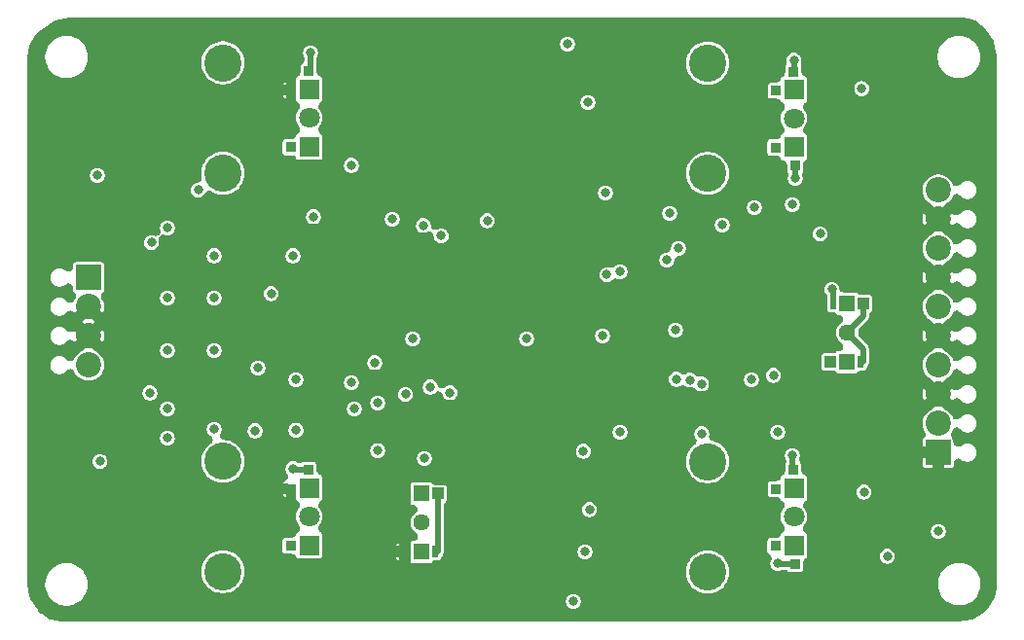
<source format=gbr>
%TF.GenerationSoftware,KiCad,Pcbnew,9.0.0*%
%TF.CreationDate,2025-03-26T23:14:20+00:00*%
%TF.ProjectId,diode-ladder-filter-synth-module,64696f64-652d-46c6-9164-6465722d6669,rev?*%
%TF.SameCoordinates,Original*%
%TF.FileFunction,Copper,L4,Bot*%
%TF.FilePolarity,Positive*%
%FSLAX46Y46*%
G04 Gerber Fmt 4.6, Leading zero omitted, Abs format (unit mm)*
G04 Created by KiCad (PCBNEW 9.0.0) date 2025-03-26 23:14:20*
%MOMM*%
%LPD*%
G01*
G04 APERTURE LIST*
%TA.AperFunction,ComponentPad*%
%ADD10C,2.200000*%
%TD*%
%TA.AperFunction,ComponentPad*%
%ADD11R,2.200000X2.200000*%
%TD*%
%TA.AperFunction,ComponentPad*%
%ADD12R,0.899998X0.899994*%
%TD*%
%TA.AperFunction,SMDPad,CuDef*%
%ADD13R,0.899998X0.899994*%
%TD*%
%TA.AperFunction,ComponentPad*%
%ADD14C,1.800000*%
%TD*%
%TA.AperFunction,ComponentPad*%
%ADD15R,0.900000X0.899998*%
%TD*%
%TA.AperFunction,ComponentPad*%
%ADD16C,3.240000*%
%TD*%
%TA.AperFunction,ComponentPad*%
%ADD17R,1.800000X1.800000*%
%TD*%
%TA.AperFunction,SMDPad,CuDef*%
%ADD18R,0.499998X1.000000*%
%TD*%
%TA.AperFunction,ComponentPad*%
%ADD19R,1.000000X1.000000*%
%TD*%
%TA.AperFunction,ComponentPad*%
%ADD20C,1.440000*%
%TD*%
%TA.AperFunction,SMDPad,CuDef*%
%ADD21R,0.520869X1.020872*%
%TD*%
%TA.AperFunction,ComponentPad*%
%ADD22R,1.440000X1.440000*%
%TD*%
%TA.AperFunction,ViaPad*%
%ADD23C,0.800000*%
%TD*%
%TA.AperFunction,Conductor*%
%ADD24C,0.500000*%
%TD*%
G04 APERTURE END LIST*
D10*
%TO.P,J6,10,signal*%
%TO.N,/CV1_IN*%
X192024000Y-62484000D03*
%TO.P,J6,9,gnd*%
%TO.N,GND*%
X192024000Y-65024000D03*
%TO.P,J6,8,signal*%
%TO.N,/CV2_IN*%
X192024000Y-67564000D03*
%TO.P,J6,7,gnd*%
%TO.N,GND*%
X192024000Y-70104000D03*
%TO.P,J6,6,signal*%
%TO.N,/AUDIO_OUT*%
X192024000Y-72644000D03*
%TO.P,J6,5,gnd*%
%TO.N,GND*%
X192024000Y-75184000D03*
%TO.P,J6,4,signal*%
%TO.N,/AUDIO_IN*%
X192024000Y-77724000D03*
%TO.P,J6,3,gnd*%
%TO.N,GND*%
X192024000Y-80264000D03*
%TO.P,J6,2,signal*%
%TO.N,/AUDIO_IN*%
X192024000Y-82804000D03*
D11*
%TO.P,J6,1,gnd*%
%TO.N,GND*%
X192024000Y-85344000D03*
%TD*%
D12*
%TO.P,PT1,3,3*%
%TO.N,GND*%
X135719200Y-88493000D03*
D13*
X137395600Y-94995400D03*
D14*
%TO.P,PT1,2,2*%
%TO.N,Net-(PT1-Pad2)*%
X137294000Y-90906000D03*
D13*
%TO.P,PT1,1,1*%
%TO.N,/CV1_IN*%
X137243200Y-86842000D03*
D15*
X135693800Y-93446000D03*
D16*
%TO.P,PT1,*%
%TO.N,*%
X129794000Y-86106000D03*
D17*
X137294000Y-88406000D03*
X137294000Y-93406000D03*
D16*
X129794000Y-95706000D03*
%TD*%
D12*
%TO.P,PT3,3,3*%
%TO.N,GND*%
X135719200Y-53796000D03*
D13*
X137395600Y-60298400D03*
D14*
%TO.P,PT3,2,2*%
%TO.N,Net-(C9-Pad1)*%
X137294000Y-56209000D03*
D13*
%TO.P,PT3,1,1*%
%TO.N,/AUDIO_IN*%
X137243200Y-52145000D03*
D15*
X135693800Y-58749000D03*
D16*
%TO.P,PT3,*%
%TO.N,*%
X129794000Y-51409000D03*
D17*
X137294000Y-53709000D03*
X137294000Y-58709000D03*
D16*
X129794000Y-61009000D03*
%TD*%
D10*
%TO.P,J1,4,+12v*%
%TO.N,Net-(J1-+12v)*%
X118110000Y-77724000D03*
%TO.P,J1,3,gnd*%
%TO.N,GND*%
X118110000Y-75184000D03*
%TO.P,J1,2,gnd*%
X118110000Y-72644000D03*
D11*
%TO.P,J1,1,-12v*%
%TO.N,Net-(J1--12v)*%
X118110000Y-70104000D03*
%TD*%
D18*
%TO.P,PT7,3,3*%
%TO.N,Net-(PT7-Pad3)*%
X182884001Y-72390000D03*
D19*
X182626000Y-77444600D03*
D20*
%TO.P,PT7,2,2*%
%TO.N,Net-(PT4-Pad3)*%
X184073800Y-74904600D03*
D19*
%TO.P,PT7,1,1*%
X185496200Y-72364600D03*
D21*
X185256638Y-77429636D03*
D22*
%TO.P,PT7,*%
%TO.N,*%
X184073800Y-72364600D03*
X184073800Y-77444600D03*
%TD*%
D12*
%TO.P,PT4,3,3*%
%TO.N,Net-(PT4-Pad3)*%
X177883200Y-53822000D03*
D13*
X179559600Y-60324400D03*
D14*
%TO.P,PT4,2,2*%
%TO.N,Net-(U2D-+)*%
X179458000Y-56235000D03*
D13*
%TO.P,PT4,1,1*%
%TO.N,Net-(U2A--)*%
X179407200Y-52171000D03*
D15*
X177857800Y-58775000D03*
D16*
%TO.P,PT4,*%
%TO.N,*%
X171958000Y-51435000D03*
D17*
X179458000Y-53735000D03*
X179458000Y-58735000D03*
D16*
X171958000Y-61035000D03*
%TD*%
D12*
%TO.P,PT2,3,3*%
%TO.N,Net-(PT2-Pad3)*%
X177883200Y-88519000D03*
D13*
X179559600Y-95021400D03*
D14*
%TO.P,PT2,2,2*%
%TO.N,Net-(PT2-Pad2)*%
X179458000Y-90932000D03*
D13*
%TO.P,PT2,1,1*%
%TO.N,+12V*%
X179407200Y-86868000D03*
D15*
X177857800Y-93472000D03*
D16*
%TO.P,PT2,*%
%TO.N,*%
X171958000Y-86132000D03*
D17*
X179458000Y-88432000D03*
X179458000Y-93432000D03*
D16*
X171958000Y-95732000D03*
%TD*%
D18*
%TO.P,PT6,3,3*%
%TO.N,GND*%
X145876201Y-88925400D03*
D19*
X145618200Y-93980000D03*
D20*
%TO.P,PT6,2,2*%
%TO.N,Net-(PT6-Pad2)*%
X147066000Y-91440000D03*
D19*
%TO.P,PT6,1,1*%
%TO.N,/CV2_IN*%
X148488400Y-88900000D03*
D21*
X148248838Y-93965036D03*
D22*
%TO.P,PT6,*%
%TO.N,*%
X147066000Y-88900000D03*
X147066000Y-93980000D03*
%TD*%
D23*
%TO.N,+12V*%
X143002000Y-77502500D03*
X124968000Y-76454000D03*
X124968000Y-84074000D03*
X124968000Y-81534000D03*
X119094000Y-86106000D03*
X179324000Y-85598000D03*
X129032000Y-76454000D03*
X170434000Y-79021489D03*
%TO.N,GND*%
X192024000Y-87630000D03*
X175006000Y-83820000D03*
X171223069Y-78232000D03*
X160782000Y-83058000D03*
X133858000Y-67310000D03*
X161036000Y-74168000D03*
X145034000Y-74930000D03*
X158496000Y-62992000D03*
X115570000Y-67564000D03*
X119380000Y-67564000D03*
X135966200Y-60325000D03*
X170688000Y-64008000D03*
X115824000Y-80518000D03*
X137751897Y-95293103D03*
X139954000Y-85344000D03*
X145045000Y-88900000D03*
X145923000Y-65151000D03*
X168910000Y-83820000D03*
X119634000Y-80772000D03*
%TO.N,-12V*%
X118872000Y-61214000D03*
X124968000Y-65786000D03*
X143256000Y-85166200D03*
X173228000Y-65532000D03*
X177673000Y-78613000D03*
X124968000Y-71882000D03*
X144526000Y-65024000D03*
X129032000Y-71882000D03*
%TO.N,/AUDIO_OUT*%
X176022000Y-64008000D03*
X185547000Y-88773000D03*
%TO.N,/CV1_IN*%
X185356500Y-53657500D03*
X135890000Y-86741000D03*
%TO.N,Net-(C9-Pad1)*%
X127635000Y-62484000D03*
%TO.N,Net-(C9-Pad2)*%
X129032000Y-68199000D03*
X140970000Y-79248000D03*
%TO.N,Net-(D14-A)*%
X161544000Y-54864000D03*
X163068000Y-62738000D03*
X161290000Y-93980000D03*
X164338000Y-69596000D03*
X163193000Y-69848002D03*
%TO.N,Net-(D10-K)*%
X156210000Y-75438000D03*
X169230229Y-78952466D03*
%TO.N,Net-(D3-K)*%
X192024000Y-92202000D03*
X187579000Y-94361000D03*
%TO.N,/AUDIO_IN*%
X137414000Y-50546000D03*
%TO.N,Net-(D7-K)*%
X143256000Y-81026000D03*
X141224000Y-81534000D03*
X140970000Y-60325000D03*
X145669000Y-80264000D03*
X147320000Y-85852000D03*
%TO.N,Net-(D7-A)*%
X148774914Y-66465959D03*
X147828000Y-79629000D03*
%TO.N,Net-(D8-A)*%
X136144001Y-83388199D03*
X159766000Y-49784000D03*
X149543897Y-80126000D03*
%TO.N,Net-(D13-K)*%
X135890000Y-68199000D03*
X160274000Y-98298000D03*
%TO.N,Net-(D14-K)*%
X162814000Y-75184000D03*
X179324000Y-63754000D03*
X168656000Y-64516000D03*
X168402000Y-68580000D03*
%TO.N,Net-(J1-+12v)*%
X123444000Y-80137000D03*
%TO.N,Net-(J1--12v)*%
X123571000Y-67056000D03*
%TO.N,Net-(PT1-Pad2)*%
X129032000Y-83312000D03*
%TO.N,Net-(PT2-Pad2)*%
X161671000Y-90297000D03*
%TO.N,Net-(PT2-Pad3)*%
X178054000Y-94996000D03*
X178054000Y-83566000D03*
%TO.N,Net-(U2A--)*%
X169164000Y-74676000D03*
X179451000Y-51181000D03*
%TO.N,Net-(U2D-+)*%
X169418001Y-67564001D03*
%TO.N,Net-(PT4-Pad3)*%
X179578000Y-61468000D03*
%TO.N,Net-(PT6-Pad2)*%
X132588000Y-83439000D03*
%TO.N,Net-(PT7-Pad3)*%
X182753000Y-71120000D03*
X181737000Y-66294000D03*
%TO.N,Net-(U1B--)*%
X146304000Y-75438000D03*
X136144000Y-78994000D03*
%TO.N,Net-(U1C--)*%
X132842000Y-77978000D03*
X161152000Y-85217000D03*
X147226959Y-65565959D03*
X152781000Y-65151000D03*
%TO.N,Net-(U1D--)*%
X137668000Y-64802000D03*
X133986397Y-71499603D03*
%TO.N,Net-(U2B--)*%
X164338000Y-83566000D03*
X171424834Y-79368984D03*
%TO.N,Net-(U2C-+)*%
X175768000Y-78994000D03*
X171450000Y-83693000D03*
%TD*%
D24*
%TO.N,+12V*%
X179324000Y-85598000D02*
X179324000Y-86784800D01*
%TO.N,GND*%
X145895000Y-88925400D02*
X145895000Y-88900000D01*
X145895000Y-88900000D02*
X145045000Y-88900000D01*
X137395600Y-95482806D02*
X137415397Y-95502603D01*
X135966200Y-60325000D02*
X137369000Y-60325000D01*
X137542397Y-95502603D02*
X137751897Y-95293103D01*
X137415397Y-95502603D02*
X137542397Y-95502603D01*
X137395600Y-94995400D02*
X137395600Y-95482806D01*
%TO.N,/CV1_IN*%
X137243200Y-86842000D02*
X135991000Y-86842000D01*
X135991000Y-86842000D02*
X135890000Y-86741000D01*
%TO.N,/CV2_IN*%
X148488400Y-88900000D02*
X148488400Y-93954600D01*
%TO.N,/AUDIO_IN*%
X137414000Y-50546000D02*
X137414000Y-51974200D01*
%TO.N,Net-(PT2-Pad3)*%
X179559600Y-95021400D02*
X178079400Y-95021400D01*
X178079400Y-95021400D02*
X178054000Y-94996000D01*
%TO.N,Net-(U2A--)*%
X179451000Y-51181000D02*
X179451000Y-52127200D01*
%TO.N,Net-(PT4-Pad3)*%
X185496200Y-73482200D02*
X185496200Y-72364600D01*
X185496200Y-77419200D02*
X185496200Y-76327000D01*
X179559600Y-61449600D02*
X179578000Y-61468000D01*
X184073800Y-74904600D02*
X185496200Y-73482200D01*
X179559600Y-60324400D02*
X179559600Y-61449600D01*
X185496200Y-76327000D02*
X184073800Y-74904600D01*
%TO.N,Net-(PT7-Pad3)*%
X182753000Y-71120000D02*
X182902800Y-71269800D01*
X182902800Y-71269800D02*
X182902800Y-72390000D01*
%TD*%
%TA.AperFunction,Conductor*%
%TO.N,GND*%
G36*
X194182823Y-47499922D02*
G01*
X194241145Y-47505667D01*
X194588262Y-47539860D01*
X194664975Y-47555121D01*
X195054826Y-47673400D01*
X195091697Y-47686595D01*
X195115860Y-47696605D01*
X195170595Y-47719281D01*
X195170596Y-47719282D01*
X195171564Y-47719683D01*
X195173179Y-47720352D01*
X195208638Y-47737122D01*
X195465119Y-47874239D01*
X195530160Y-47917706D01*
X195754950Y-48102226D01*
X195783960Y-48128525D01*
X196137888Y-48482538D01*
X196187508Y-48543017D01*
X196815618Y-49483354D01*
X196867865Y-49596730D01*
X196875179Y-49627218D01*
X197095559Y-50736352D01*
X197103209Y-50814206D01*
X197092192Y-97090117D01*
X197084657Y-97167195D01*
X196926385Y-97969982D01*
X196883377Y-98087168D01*
X196867346Y-98113468D01*
X196415358Y-98794357D01*
X196365750Y-98855140D01*
X196113258Y-99108855D01*
X196052715Y-99158756D01*
X195115418Y-99787497D01*
X195002145Y-99839966D01*
X194971223Y-99847429D01*
X194206218Y-100000078D01*
X193864393Y-100068286D01*
X193786318Y-100076000D01*
X115763100Y-100076000D01*
X115685259Y-100068333D01*
X114881642Y-99908483D01*
X114764523Y-99865276D01*
X114737810Y-99848906D01*
X114056537Y-99393694D01*
X113996074Y-99344074D01*
X113742638Y-99090638D01*
X113693018Y-99030174D01*
X113064093Y-98088921D01*
X113011829Y-97975554D01*
X113004516Y-97945090D01*
X112983681Y-97840347D01*
X112783667Y-96834805D01*
X112776000Y-96756964D01*
X112776000Y-96688769D01*
X114334501Y-96688769D01*
X114334501Y-96931345D01*
X114341296Y-96982958D01*
X114366162Y-97171846D01*
X114366163Y-97171848D01*
X114428944Y-97406150D01*
X114428947Y-97406157D01*
X114521777Y-97630269D01*
X114521778Y-97630272D01*
X114521780Y-97630275D01*
X114643065Y-97840347D01*
X114790731Y-98032789D01*
X114790736Y-98032795D01*
X114962263Y-98204322D01*
X114962267Y-98204325D01*
X114962268Y-98204326D01*
X115154710Y-98351992D01*
X115305941Y-98439305D01*
X115364789Y-98473281D01*
X115588901Y-98566111D01*
X115588904Y-98566111D01*
X115588907Y-98566113D01*
X115738230Y-98606124D01*
X115823209Y-98628894D01*
X115823211Y-98628895D01*
X115863295Y-98634172D01*
X116063713Y-98660557D01*
X116063718Y-98660557D01*
X116306284Y-98660557D01*
X116306289Y-98660557D01*
X116546790Y-98628895D01*
X116781101Y-98566111D01*
X117005213Y-98473281D01*
X117215290Y-98351993D01*
X117369153Y-98233930D01*
X159623500Y-98233930D01*
X159623500Y-98362069D01*
X159648498Y-98487742D01*
X159648499Y-98487744D01*
X159697535Y-98606127D01*
X159768724Y-98712669D01*
X159859331Y-98803276D01*
X159965873Y-98874465D01*
X160084256Y-98923501D01*
X160209931Y-98948500D01*
X160338069Y-98948500D01*
X160463744Y-98923501D01*
X160582127Y-98874465D01*
X160688669Y-98803276D01*
X160779276Y-98712669D01*
X160850465Y-98606127D01*
X160899501Y-98487744D01*
X160924500Y-98362069D01*
X160924500Y-98233931D01*
X160899501Y-98108256D01*
X160850465Y-97989873D01*
X160779276Y-97883331D01*
X160688669Y-97792724D01*
X160582127Y-97721535D01*
X160463744Y-97672499D01*
X160463742Y-97672498D01*
X160338069Y-97647500D01*
X160209931Y-97647500D01*
X160084257Y-97672498D01*
X159965875Y-97721534D01*
X159965872Y-97721535D01*
X159859334Y-97792721D01*
X159768721Y-97883334D01*
X159697535Y-97989872D01*
X159697534Y-97989875D01*
X159648498Y-98108257D01*
X159623500Y-98233930D01*
X117369153Y-98233930D01*
X117407739Y-98204322D01*
X117579266Y-98032795D01*
X117605334Y-97998823D01*
X117626352Y-97971433D01*
X117726931Y-97840354D01*
X117726935Y-97840348D01*
X117726936Y-97840347D01*
X117726937Y-97840346D01*
X117848225Y-97630269D01*
X117941055Y-97406157D01*
X118003839Y-97171846D01*
X118035501Y-96931345D01*
X118035501Y-96688769D01*
X118003839Y-96448268D01*
X117941055Y-96213957D01*
X117848225Y-95989845D01*
X117726937Y-95779768D01*
X117700869Y-95745796D01*
X117579270Y-95587324D01*
X117579269Y-95587323D01*
X117579266Y-95587319D01*
X117575348Y-95583401D01*
X127923500Y-95583401D01*
X127923500Y-95828599D01*
X127940255Y-95955866D01*
X127955504Y-96071695D01*
X128018968Y-96308547D01*
X128112793Y-96535061D01*
X128112797Y-96535070D01*
X128112800Y-96535076D01*
X128112803Y-96535081D01*
X128235394Y-96747416D01*
X128235405Y-96747432D01*
X128384660Y-96941944D01*
X128384663Y-96941947D01*
X128384667Y-96941952D01*
X128558048Y-97115333D01*
X128558052Y-97115336D01*
X128558055Y-97115339D01*
X128625635Y-97167195D01*
X128752576Y-97264601D01*
X128964924Y-97387200D01*
X128964935Y-97387204D01*
X128964938Y-97387206D01*
X129191452Y-97481031D01*
X129191455Y-97481031D01*
X129191458Y-97481033D01*
X129428301Y-97544495D01*
X129671401Y-97576500D01*
X129671407Y-97576500D01*
X129916593Y-97576500D01*
X129916599Y-97576500D01*
X130159699Y-97544495D01*
X130396542Y-97481033D01*
X130623076Y-97387200D01*
X130835424Y-97264601D01*
X131029952Y-97115333D01*
X131203333Y-96941952D01*
X131352601Y-96747424D01*
X131475200Y-96535076D01*
X131558261Y-96334547D01*
X131569031Y-96308547D01*
X131569031Y-96308546D01*
X131569033Y-96308542D01*
X131632495Y-96071699D01*
X131664500Y-95828599D01*
X131664500Y-95609401D01*
X170087500Y-95609401D01*
X170087500Y-95854599D01*
X170100832Y-95955866D01*
X170119504Y-96097695D01*
X170182968Y-96334547D01*
X170276793Y-96561061D01*
X170276797Y-96561070D01*
X170276800Y-96561076D01*
X170276803Y-96561081D01*
X170399394Y-96773416D01*
X170399405Y-96773432D01*
X170548660Y-96967944D01*
X170548663Y-96967947D01*
X170548667Y-96967952D01*
X170722048Y-97141333D01*
X170722052Y-97141336D01*
X170722055Y-97141339D01*
X170882683Y-97264594D01*
X170916576Y-97290601D01*
X171128924Y-97413200D01*
X171128935Y-97413204D01*
X171128938Y-97413206D01*
X171355452Y-97507031D01*
X171355455Y-97507031D01*
X171355458Y-97507033D01*
X171592301Y-97570495D01*
X171835401Y-97602500D01*
X171835407Y-97602500D01*
X172080593Y-97602500D01*
X172080599Y-97602500D01*
X172323699Y-97570495D01*
X172560542Y-97507033D01*
X172787076Y-97413200D01*
X172999424Y-97290601D01*
X173193952Y-97141333D01*
X173367333Y-96967952D01*
X173516601Y-96773424D01*
X173585090Y-96654797D01*
X191990528Y-96654797D01*
X191990528Y-96897373D01*
X191999819Y-96967944D01*
X192022189Y-97137874D01*
X192022190Y-97137876D01*
X192084971Y-97372178D01*
X192084974Y-97372185D01*
X192177804Y-97596297D01*
X192177805Y-97596300D01*
X192177807Y-97596303D01*
X192299092Y-97806375D01*
X192439895Y-97989873D01*
X192446763Y-97998823D01*
X192618290Y-98170350D01*
X192618294Y-98170353D01*
X192618295Y-98170354D01*
X192810737Y-98318020D01*
X192869580Y-98351993D01*
X193020816Y-98439309D01*
X193244928Y-98532139D01*
X193244931Y-98532139D01*
X193244934Y-98532141D01*
X193401135Y-98573995D01*
X193479236Y-98594922D01*
X193479238Y-98594923D01*
X193519322Y-98600200D01*
X193719740Y-98626585D01*
X193719745Y-98626585D01*
X193962311Y-98626585D01*
X193962316Y-98626585D01*
X194202817Y-98594923D01*
X194437128Y-98532139D01*
X194661240Y-98439309D01*
X194871317Y-98318021D01*
X195063766Y-98170350D01*
X195235293Y-97998823D01*
X195382964Y-97806374D01*
X195504252Y-97596297D01*
X195597082Y-97372185D01*
X195659866Y-97137874D01*
X195691528Y-96897373D01*
X195691528Y-96654797D01*
X195659866Y-96414296D01*
X195631529Y-96308542D01*
X195597084Y-96179991D01*
X195597082Y-96179985D01*
X195504252Y-95955873D01*
X195504248Y-95955866D01*
X195382963Y-95745794D01*
X195235297Y-95553352D01*
X195235296Y-95553351D01*
X195235293Y-95553347D01*
X195063766Y-95381820D01*
X195063761Y-95381816D01*
X195063760Y-95381815D01*
X194871318Y-95234149D01*
X194661246Y-95112864D01*
X194661243Y-95112862D01*
X194661240Y-95112861D01*
X194437128Y-95020031D01*
X194437121Y-95020028D01*
X194202819Y-94957247D01*
X194202817Y-94957246D01*
X194052555Y-94937465D01*
X193962316Y-94925585D01*
X193719740Y-94925585D01*
X193631296Y-94937228D01*
X193479238Y-94957246D01*
X193479236Y-94957247D01*
X193244934Y-95020028D01*
X193020809Y-95112864D01*
X192810737Y-95234149D01*
X192618295Y-95381815D01*
X192446758Y-95553352D01*
X192299092Y-95745794D01*
X192177807Y-95955866D01*
X192084971Y-96179991D01*
X192022190Y-96414293D01*
X192022189Y-96414295D01*
X192002868Y-96561061D01*
X191990528Y-96654797D01*
X173585090Y-96654797D01*
X173639200Y-96561076D01*
X173645671Y-96545451D01*
X173669037Y-96489044D01*
X173669038Y-96489041D01*
X173733031Y-96334547D01*
X173733031Y-96334546D01*
X173733033Y-96334542D01*
X173796495Y-96097699D01*
X173828500Y-95854599D01*
X173828500Y-95609401D01*
X173796495Y-95366301D01*
X173733033Y-95129458D01*
X173726158Y-95112861D01*
X173639206Y-94902938D01*
X173639204Y-94902935D01*
X173639200Y-94902924D01*
X173516601Y-94690576D01*
X173426542Y-94573210D01*
X173367339Y-94496055D01*
X173367336Y-94496052D01*
X173367333Y-94496048D01*
X173193952Y-94322667D01*
X173193947Y-94322663D01*
X173193944Y-94322660D01*
X172999432Y-94173405D01*
X172999430Y-94173403D01*
X172999424Y-94173399D01*
X172999419Y-94173396D01*
X172999416Y-94173394D01*
X172790670Y-94052875D01*
X172787076Y-94050800D01*
X172787070Y-94050797D01*
X172787061Y-94050793D01*
X172560547Y-93956968D01*
X172323695Y-93893504D01*
X172232600Y-93881511D01*
X172080599Y-93861500D01*
X171835401Y-93861500D01*
X171697745Y-93879622D01*
X171592304Y-93893504D01*
X171355452Y-93956968D01*
X171128938Y-94050793D01*
X171128918Y-94050803D01*
X170916583Y-94173394D01*
X170916567Y-94173405D01*
X170722055Y-94322660D01*
X170548660Y-94496055D01*
X170399405Y-94690567D01*
X170399394Y-94690583D01*
X170276803Y-94902918D01*
X170276793Y-94902938D01*
X170182968Y-95129452D01*
X170119504Y-95366304D01*
X170112990Y-95415787D01*
X170087500Y-95609401D01*
X131664500Y-95609401D01*
X131664500Y-95583401D01*
X131632495Y-95340301D01*
X131569033Y-95103458D01*
X131548548Y-95054003D01*
X131475206Y-94876938D01*
X131475204Y-94876935D01*
X131475200Y-94876924D01*
X131352601Y-94664576D01*
X131282497Y-94573215D01*
X131203339Y-94470055D01*
X131203336Y-94470052D01*
X131203333Y-94470048D01*
X131029952Y-94296667D01*
X131029947Y-94296663D01*
X131029944Y-94296660D01*
X130835432Y-94147405D01*
X130835430Y-94147403D01*
X130835424Y-94147399D01*
X130835419Y-94147396D01*
X130835416Y-94147394D01*
X130623081Y-94024803D01*
X130623082Y-94024803D01*
X130623076Y-94024800D01*
X130623070Y-94024797D01*
X130623061Y-94024793D01*
X130396547Y-93930968D01*
X130159695Y-93867504D01*
X130068600Y-93855511D01*
X129916599Y-93835500D01*
X129671401Y-93835500D01*
X129533745Y-93853622D01*
X129428304Y-93867504D01*
X129191452Y-93930968D01*
X128964938Y-94024793D01*
X128964918Y-94024803D01*
X128752583Y-94147394D01*
X128752567Y-94147405D01*
X128558055Y-94296660D01*
X128384660Y-94470055D01*
X128235405Y-94664567D01*
X128235394Y-94664583D01*
X128112803Y-94876918D01*
X128112793Y-94876938D01*
X128018968Y-95103452D01*
X127955504Y-95340304D01*
X127946241Y-95410665D01*
X127923500Y-95583401D01*
X117575348Y-95583401D01*
X117407739Y-95415792D01*
X117407734Y-95415788D01*
X117407733Y-95415787D01*
X117215291Y-95268121D01*
X117005219Y-95146836D01*
X117005216Y-95146834D01*
X117005213Y-95146833D01*
X116781101Y-95054003D01*
X116781094Y-95054000D01*
X116546792Y-94991219D01*
X116546790Y-94991218D01*
X116401754Y-94972124D01*
X116306289Y-94959557D01*
X116063713Y-94959557D01*
X115975269Y-94971200D01*
X115823211Y-94991218D01*
X115823209Y-94991219D01*
X115588907Y-95054000D01*
X115364782Y-95146836D01*
X115154710Y-95268121D01*
X114962268Y-95415787D01*
X114790731Y-95587324D01*
X114643065Y-95779766D01*
X114521780Y-95989838D01*
X114428944Y-96213963D01*
X114366163Y-96448265D01*
X114366162Y-96448267D01*
X114351313Y-96561066D01*
X114334501Y-96688769D01*
X112776000Y-96688769D01*
X112776000Y-92971327D01*
X134993300Y-92971327D01*
X134993300Y-93920673D01*
X135007834Y-93993739D01*
X135007835Y-93993741D01*
X135007836Y-93993742D01*
X135047346Y-94052875D01*
X135063199Y-94076600D01*
X135146060Y-94131965D01*
X135219126Y-94146499D01*
X135784878Y-94146499D01*
X135908176Y-94166027D01*
X136019404Y-94222701D01*
X136107676Y-94310973D01*
X136153507Y-94392810D01*
X136158034Y-94403741D01*
X136212515Y-94485278D01*
X136213399Y-94486601D01*
X136296260Y-94541966D01*
X136369326Y-94556500D01*
X136369328Y-94556500D01*
X138218672Y-94556500D01*
X138218674Y-94556500D01*
X138291740Y-94541966D01*
X138374601Y-94486601D01*
X138379011Y-94480001D01*
X144868200Y-94480001D01*
X144868200Y-94504620D01*
X144882705Y-94577543D01*
X144937960Y-94660239D01*
X145020656Y-94715494D01*
X145093579Y-94730000D01*
X145118199Y-94730000D01*
X145118200Y-94729999D01*
X145118200Y-94480001D01*
X145118199Y-94480000D01*
X144868201Y-94480000D01*
X144868200Y-94480001D01*
X138379011Y-94480001D01*
X138429966Y-94403740D01*
X138444500Y-94330674D01*
X138444500Y-93940218D01*
X145418200Y-93940218D01*
X145418200Y-94019782D01*
X145448648Y-94093291D01*
X145504909Y-94149552D01*
X145578418Y-94180000D01*
X145657982Y-94180000D01*
X145731491Y-94149552D01*
X145787752Y-94093291D01*
X145818200Y-94019782D01*
X145818200Y-93940218D01*
X145787752Y-93866709D01*
X145731491Y-93810448D01*
X145657982Y-93780000D01*
X145578418Y-93780000D01*
X145504909Y-93810448D01*
X145448648Y-93866709D01*
X145418200Y-93940218D01*
X138444500Y-93940218D01*
X138444500Y-93455379D01*
X144868200Y-93455379D01*
X144868200Y-93479999D01*
X144868201Y-93480000D01*
X145118199Y-93480000D01*
X145118200Y-93479999D01*
X145118200Y-93230001D01*
X145118199Y-93230000D01*
X145093579Y-93230000D01*
X145020656Y-93244505D01*
X144937960Y-93299760D01*
X144882705Y-93382456D01*
X144868200Y-93455379D01*
X138444500Y-93455379D01*
X138444500Y-92481326D01*
X138429966Y-92408260D01*
X138374601Y-92325399D01*
X138330652Y-92296034D01*
X138259067Y-92248203D01*
X138261117Y-92245133D01*
X138216190Y-92217602D01*
X138135116Y-92122676D01*
X138087345Y-92007344D01*
X138077551Y-91882894D01*
X138106694Y-91761508D01*
X138163408Y-91668959D01*
X138162339Y-91668183D01*
X138277994Y-91508997D01*
X138346963Y-91373639D01*
X138360211Y-91347639D01*
X138416171Y-91175409D01*
X138444500Y-90996546D01*
X138444500Y-90815454D01*
X138416171Y-90636591D01*
X138405947Y-90605124D01*
X138360214Y-90464368D01*
X138360212Y-90464363D01*
X138277994Y-90303002D01*
X138162339Y-90143817D01*
X138163408Y-90143039D01*
X138106693Y-90050490D01*
X138077551Y-89929104D01*
X138087345Y-89804654D01*
X138135117Y-89689322D01*
X138216190Y-89594397D01*
X138261117Y-89566865D01*
X138259067Y-89563797D01*
X138291740Y-89541966D01*
X138374601Y-89486601D01*
X138429966Y-89403740D01*
X138444500Y-89330674D01*
X138444500Y-88155326D01*
X146095500Y-88155326D01*
X146095500Y-89644674D01*
X146110034Y-89717740D01*
X146110035Y-89717742D01*
X146110036Y-89717743D01*
X146159467Y-89791724D01*
X146165399Y-89800601D01*
X146248260Y-89855966D01*
X146321326Y-89870500D01*
X146321328Y-89870500D01*
X146352742Y-89870500D01*
X146476040Y-89890028D01*
X146587268Y-89946702D01*
X146675540Y-90034974D01*
X146732214Y-90146202D01*
X146751742Y-90269500D01*
X146732214Y-90392798D01*
X146675540Y-90504026D01*
X146587268Y-90592298D01*
X146574413Y-90601257D01*
X146447349Y-90686157D01*
X146447344Y-90686161D01*
X146312161Y-90821344D01*
X146312157Y-90821349D01*
X146205954Y-90980294D01*
X146205954Y-90980295D01*
X146132796Y-91156915D01*
X146095500Y-91344414D01*
X146095500Y-91535585D01*
X146132796Y-91723084D01*
X146205954Y-91899704D01*
X146205954Y-91899705D01*
X146312157Y-92058650D01*
X146312160Y-92058654D01*
X146312163Y-92058658D01*
X146447342Y-92193837D01*
X146447346Y-92193840D01*
X146447349Y-92193842D01*
X146574413Y-92278743D01*
X146666083Y-92363480D01*
X146727080Y-92472398D01*
X146751434Y-92594834D01*
X146736762Y-92718803D01*
X146684499Y-92832171D01*
X146599762Y-92923841D01*
X146490844Y-92984838D01*
X146368408Y-93009192D01*
X146352742Y-93009500D01*
X146321326Y-93009500D01*
X146248260Y-93024034D01*
X146248258Y-93024034D01*
X146248256Y-93024036D01*
X146165399Y-93079398D01*
X146165398Y-93079399D01*
X146110036Y-93162256D01*
X146110034Y-93162258D01*
X146110034Y-93162260D01*
X146095500Y-93235326D01*
X146095500Y-94724674D01*
X146110034Y-94797740D01*
X146110035Y-94797742D01*
X146110036Y-94797743D01*
X146162951Y-94876938D01*
X146165399Y-94880601D01*
X146248260Y-94935966D01*
X146321326Y-94950500D01*
X146321328Y-94950500D01*
X147810672Y-94950500D01*
X147810674Y-94950500D01*
X147883740Y-94935966D01*
X147966601Y-94880601D01*
X147966603Y-94880597D01*
X147994390Y-94852812D01*
X147996320Y-94854742D01*
X148036179Y-94811626D01*
X148145098Y-94750631D01*
X148267534Y-94726279D01*
X148283192Y-94725972D01*
X148533945Y-94725972D01*
X148533947Y-94725972D01*
X148607013Y-94711438D01*
X148689874Y-94656073D01*
X148745239Y-94573212D01*
X148759773Y-94500146D01*
X148759773Y-94500142D01*
X148763251Y-94482659D01*
X148778136Y-94428259D01*
X148808234Y-94342579D01*
X148888900Y-94261914D01*
X148954792Y-94147786D01*
X148988900Y-94020492D01*
X148988900Y-93915930D01*
X160639500Y-93915930D01*
X160639500Y-94044069D01*
X160664498Y-94169742D01*
X160713534Y-94288124D01*
X160713535Y-94288127D01*
X160772149Y-94375850D01*
X160784724Y-94394669D01*
X160875331Y-94485276D01*
X160981873Y-94556465D01*
X161100256Y-94605501D01*
X161225931Y-94630500D01*
X161354069Y-94630500D01*
X161479744Y-94605501D01*
X161598127Y-94556465D01*
X161704669Y-94485276D01*
X161795276Y-94394669D01*
X161866465Y-94288127D01*
X161915501Y-94169744D01*
X161940500Y-94044069D01*
X161940500Y-93915931D01*
X161915501Y-93790256D01*
X161866465Y-93671873D01*
X161795276Y-93565331D01*
X161704669Y-93474724D01*
X161598127Y-93403535D01*
X161479744Y-93354499D01*
X161479742Y-93354498D01*
X161354069Y-93329500D01*
X161225931Y-93329500D01*
X161100257Y-93354498D01*
X160981875Y-93403534D01*
X160981872Y-93403535D01*
X160875334Y-93474721D01*
X160784721Y-93565334D01*
X160713535Y-93671872D01*
X160713534Y-93671875D01*
X160664498Y-93790257D01*
X160639500Y-93915930D01*
X148988900Y-93915930D01*
X148988900Y-92997327D01*
X177157300Y-92997327D01*
X177157300Y-93946673D01*
X177171834Y-94019739D01*
X177171835Y-94019741D01*
X177171836Y-94019742D01*
X177209826Y-94076600D01*
X177227199Y-94102600D01*
X177310060Y-94157965D01*
X177341475Y-94178955D01*
X177433145Y-94263692D01*
X177494143Y-94372609D01*
X177518498Y-94495045D01*
X177503827Y-94619014D01*
X177483626Y-94669180D01*
X177485036Y-94669764D01*
X177428498Y-94806257D01*
X177403500Y-94931930D01*
X177403500Y-95060069D01*
X177428498Y-95185742D01*
X177477534Y-95304124D01*
X177477535Y-95304127D01*
X177529447Y-95381820D01*
X177548724Y-95410669D01*
X177639331Y-95501276D01*
X177745873Y-95572465D01*
X177864256Y-95621501D01*
X177989931Y-95646500D01*
X178118069Y-95646500D01*
X178243744Y-95621501D01*
X178362127Y-95572465D01*
X178362133Y-95572460D01*
X178368584Y-95569014D01*
X178380096Y-95565021D01*
X178380236Y-95564964D01*
X178380239Y-95564972D01*
X178401924Y-95557452D01*
X178433374Y-95541428D01*
X178460544Y-95537124D01*
X178486529Y-95528114D01*
X178556672Y-95521900D01*
X178633630Y-95521900D01*
X178756928Y-95541428D01*
X178868156Y-95598102D01*
X178915766Y-95638764D01*
X178928999Y-95651997D01*
X178929000Y-95651998D01*
X179011861Y-95707363D01*
X179084927Y-95721897D01*
X179084929Y-95721897D01*
X180034271Y-95721897D01*
X180034273Y-95721897D01*
X180107339Y-95707363D01*
X180190200Y-95651998D01*
X180245565Y-95569137D01*
X180260099Y-95496071D01*
X180260099Y-94911959D01*
X180279627Y-94788661D01*
X180309339Y-94719947D01*
X180385055Y-94582026D01*
X180455740Y-94567966D01*
X180538601Y-94512601D01*
X180593966Y-94429740D01*
X180608500Y-94356674D01*
X180608500Y-94296930D01*
X186928500Y-94296930D01*
X186928500Y-94425069D01*
X186953498Y-94550742D01*
X186966169Y-94581331D01*
X186998853Y-94660239D01*
X187002534Y-94669124D01*
X187002535Y-94669127D01*
X187040517Y-94725972D01*
X187073724Y-94775669D01*
X187164331Y-94866276D01*
X187270873Y-94937465D01*
X187389256Y-94986501D01*
X187514931Y-95011500D01*
X187643069Y-95011500D01*
X187768744Y-94986501D01*
X187887127Y-94937465D01*
X187993669Y-94866276D01*
X188084276Y-94775669D01*
X188155465Y-94669127D01*
X188204501Y-94550744D01*
X188229500Y-94425069D01*
X188229500Y-94296931D01*
X188229447Y-94296667D01*
X188204501Y-94171257D01*
X188204501Y-94171256D01*
X188155465Y-94052873D01*
X188084276Y-93946331D01*
X187993669Y-93855724D01*
X187887127Y-93784535D01*
X187768744Y-93735499D01*
X187768742Y-93735498D01*
X187643069Y-93710500D01*
X187514931Y-93710500D01*
X187389257Y-93735498D01*
X187270875Y-93784534D01*
X187270872Y-93784535D01*
X187164334Y-93855721D01*
X187073721Y-93946334D01*
X187002535Y-94052872D01*
X187002534Y-94052875D01*
X186953498Y-94171257D01*
X186928500Y-94296930D01*
X180608500Y-94296930D01*
X180608500Y-92507326D01*
X180593966Y-92434260D01*
X180593962Y-92434255D01*
X180593962Y-92434253D01*
X180565471Y-92391612D01*
X180565468Y-92391610D01*
X180538601Y-92351399D01*
X180455740Y-92296034D01*
X180442215Y-92293343D01*
X180390587Y-92252182D01*
X180385994Y-92247159D01*
X180380190Y-92243602D01*
X180343976Y-92201200D01*
X180306353Y-92160050D01*
X180303537Y-92153852D01*
X180299116Y-92148676D01*
X180294665Y-92137930D01*
X191373500Y-92137930D01*
X191373500Y-92266069D01*
X191398498Y-92391742D01*
X191406268Y-92410500D01*
X191447535Y-92510127D01*
X191518724Y-92616669D01*
X191609331Y-92707276D01*
X191715873Y-92778465D01*
X191834256Y-92827501D01*
X191959931Y-92852500D01*
X192088069Y-92852500D01*
X192213744Y-92827501D01*
X192332127Y-92778465D01*
X192438669Y-92707276D01*
X192529276Y-92616669D01*
X192600465Y-92510127D01*
X192649501Y-92391744D01*
X192674500Y-92266069D01*
X192674500Y-92137931D01*
X192649501Y-92012256D01*
X192600465Y-91893873D01*
X192529276Y-91787331D01*
X192438669Y-91696724D01*
X192434866Y-91694183D01*
X192332127Y-91625535D01*
X192213744Y-91576499D01*
X192213742Y-91576498D01*
X192088069Y-91551500D01*
X191959931Y-91551500D01*
X191834257Y-91576498D01*
X191715875Y-91625534D01*
X191715872Y-91625535D01*
X191609334Y-91696721D01*
X191518721Y-91787334D01*
X191447535Y-91893872D01*
X191447534Y-91893875D01*
X191398498Y-92012257D01*
X191373500Y-92137930D01*
X180294665Y-92137930D01*
X180277776Y-92097157D01*
X180254713Y-92046397D01*
X180253950Y-92039633D01*
X180251345Y-92033344D01*
X180246969Y-91977746D01*
X180240721Y-91922349D01*
X180242085Y-91915681D01*
X180241551Y-91908894D01*
X180254569Y-91854667D01*
X180265746Y-91800049D01*
X180269104Y-91794128D01*
X180270694Y-91787508D01*
X180299834Y-91739955D01*
X180327340Y-91691467D01*
X180330235Y-91688819D01*
X180335548Y-91681505D01*
X180335553Y-91681501D01*
X180441996Y-91534994D01*
X180524211Y-91373639D01*
X180532662Y-91347631D01*
X180580169Y-91201415D01*
X180580168Y-91201415D01*
X180580171Y-91201409D01*
X180608500Y-91022546D01*
X180608500Y-90841454D01*
X180580171Y-90662591D01*
X180580169Y-90662584D01*
X180524214Y-90490368D01*
X180524212Y-90490363D01*
X180441994Y-90329002D01*
X180326339Y-90169817D01*
X180327408Y-90169039D01*
X180270693Y-90076490D01*
X180241551Y-89955104D01*
X180251345Y-89830654D01*
X180299117Y-89715322D01*
X180380190Y-89620397D01*
X180425117Y-89592865D01*
X180423067Y-89589797D01*
X180455740Y-89567966D01*
X180538601Y-89512601D01*
X180593966Y-89429740D01*
X180608500Y-89356674D01*
X180608500Y-88708930D01*
X184896500Y-88708930D01*
X184896500Y-88837069D01*
X184921498Y-88962742D01*
X184921499Y-88962744D01*
X184970535Y-89081127D01*
X185041724Y-89187669D01*
X185132331Y-89278276D01*
X185238873Y-89349465D01*
X185357256Y-89398501D01*
X185482931Y-89423500D01*
X185611069Y-89423500D01*
X185736744Y-89398501D01*
X185855127Y-89349465D01*
X185961669Y-89278276D01*
X186052276Y-89187669D01*
X186123465Y-89081127D01*
X186172501Y-88962744D01*
X186197500Y-88837069D01*
X186197500Y-88708931D01*
X186172501Y-88583256D01*
X186123465Y-88464873D01*
X186052276Y-88358331D01*
X185961669Y-88267724D01*
X185889345Y-88219399D01*
X185855127Y-88196535D01*
X185776663Y-88164034D01*
X185736742Y-88147498D01*
X185611069Y-88122500D01*
X185482931Y-88122500D01*
X185357257Y-88147498D01*
X185238875Y-88196534D01*
X185238872Y-88196535D01*
X185132334Y-88267721D01*
X185041721Y-88358334D01*
X184970535Y-88464872D01*
X184970534Y-88464875D01*
X184921498Y-88583257D01*
X184896500Y-88708930D01*
X180608500Y-88708930D01*
X180608500Y-87507326D01*
X180593966Y-87434260D01*
X180538601Y-87351399D01*
X180525282Y-87342500D01*
X180455743Y-87296036D01*
X180455742Y-87296035D01*
X180455740Y-87296034D01*
X180455736Y-87296033D01*
X180428851Y-87290685D01*
X180311733Y-87247476D01*
X180213700Y-87170190D01*
X180144347Y-87066392D01*
X180110464Y-86946244D01*
X180107699Y-86899353D01*
X180107699Y-86393330D01*
X180102527Y-86367329D01*
X180093165Y-86320263D01*
X180037800Y-86237402D01*
X180032178Y-86231780D01*
X179958802Y-86130786D01*
X179920226Y-86012061D01*
X179920226Y-85887227D01*
X179932418Y-85844001D01*
X190674000Y-85844001D01*
X190674000Y-86468620D01*
X190688505Y-86541543D01*
X190743760Y-86624239D01*
X190826456Y-86679494D01*
X190899379Y-86694000D01*
X191523999Y-86694000D01*
X191524000Y-86693999D01*
X191524000Y-85844000D01*
X190674001Y-85844000D01*
X190674000Y-85844001D01*
X179932418Y-85844001D01*
X179945689Y-85796947D01*
X179947862Y-85791701D01*
X179949501Y-85787744D01*
X179974500Y-85662069D01*
X179974500Y-85533931D01*
X179973625Y-85529534D01*
X179955285Y-85437334D01*
X179949501Y-85408256D01*
X179900465Y-85289873D01*
X179829276Y-85183331D01*
X179738669Y-85092724D01*
X179735454Y-85090576D01*
X179632127Y-85021535D01*
X179562776Y-84992809D01*
X179513742Y-84972498D01*
X179388069Y-84947500D01*
X179259931Y-84947500D01*
X179134257Y-84972498D01*
X179015875Y-85021534D01*
X179015872Y-85021535D01*
X178909334Y-85092721D01*
X178818721Y-85183334D01*
X178747535Y-85289872D01*
X178747534Y-85289875D01*
X178698498Y-85408257D01*
X178673500Y-85533930D01*
X178673500Y-85662069D01*
X178698498Y-85787742D01*
X178755036Y-85924236D01*
X178753525Y-85924861D01*
X178786993Y-86021382D01*
X178789441Y-86146192D01*
X178753200Y-86265651D01*
X178725967Y-86313179D01*
X178721238Y-86320255D01*
X178721235Y-86320262D01*
X178721235Y-86320263D01*
X178720028Y-86326334D01*
X178706701Y-86393330D01*
X178706701Y-86927351D01*
X178687173Y-87050649D01*
X178630499Y-87161877D01*
X178620558Y-87174983D01*
X178536248Y-87281500D01*
X178533326Y-87281500D01*
X178460260Y-87296034D01*
X178377399Y-87351399D01*
X178322034Y-87434260D01*
X178307500Y-87507326D01*
X178307500Y-87570498D01*
X178231010Y-87667135D01*
X178208193Y-87688143D01*
X178188994Y-87712498D01*
X178162561Y-87730159D01*
X178139175Y-87751693D01*
X178110984Y-87764622D01*
X178085198Y-87781852D01*
X178054602Y-87790480D01*
X178025705Y-87803734D01*
X177994897Y-87807319D01*
X177965050Y-87815737D01*
X177918153Y-87818503D01*
X177408527Y-87818503D01*
X177335461Y-87833037D01*
X177335459Y-87833037D01*
X177335457Y-87833039D01*
X177252600Y-87888401D01*
X177252599Y-87888402D01*
X177197237Y-87971259D01*
X177197235Y-87971261D01*
X177197235Y-87971263D01*
X177182701Y-88044329D01*
X177182701Y-88993671D01*
X177197235Y-89066737D01*
X177252600Y-89149598D01*
X177335461Y-89204963D01*
X177408527Y-89219497D01*
X177968345Y-89219497D01*
X178091643Y-89239025D01*
X178202871Y-89295699D01*
X178249083Y-89334971D01*
X178316451Y-89401677D01*
X178322034Y-89429740D01*
X178377399Y-89512601D01*
X178460260Y-89567966D01*
X178490458Y-89573972D01*
X178557416Y-89640272D01*
X178585755Y-89678875D01*
X178616863Y-89715291D01*
X178622529Y-89728967D01*
X178631290Y-89740901D01*
X178646315Y-89786378D01*
X178664645Y-89830620D01*
X178665807Y-89845377D01*
X178670452Y-89859434D01*
X178670688Y-89907321D01*
X178674451Y-89955069D01*
X178670995Y-89969466D01*
X178671069Y-89984267D01*
X178656496Y-90029881D01*
X178645319Y-90076457D01*
X178637584Y-90089081D01*
X178633080Y-90103181D01*
X178605125Y-90142059D01*
X178588594Y-90169041D01*
X178589661Y-90169817D01*
X178474005Y-90329002D01*
X178391787Y-90490363D01*
X178391785Y-90490368D01*
X178335830Y-90662584D01*
X178332096Y-90686161D01*
X178307500Y-90841454D01*
X178307500Y-91022546D01*
X178324460Y-91129625D01*
X178335830Y-91201415D01*
X178391785Y-91373631D01*
X178391787Y-91373636D01*
X178474005Y-91534997D01*
X178589661Y-91694183D01*
X178588591Y-91694960D01*
X178645307Y-91787512D01*
X178674448Y-91908898D01*
X178664653Y-92033348D01*
X178616880Y-92148680D01*
X178587073Y-92190912D01*
X178510185Y-92286102D01*
X178460260Y-92296034D01*
X178377399Y-92351399D01*
X178322034Y-92434260D01*
X178307500Y-92507326D01*
X178307500Y-92537039D01*
X178237897Y-92623212D01*
X178216327Y-92642681D01*
X178198341Y-92665498D01*
X178170282Y-92684245D01*
X178145231Y-92706859D01*
X178118701Y-92718710D01*
X178094545Y-92734851D01*
X178062064Y-92744011D01*
X178031252Y-92757776D01*
X178002362Y-92760848D01*
X177974397Y-92768736D01*
X177927502Y-92771501D01*
X177383126Y-92771501D01*
X177310060Y-92786035D01*
X177310058Y-92786035D01*
X177310056Y-92786037D01*
X177227199Y-92841399D01*
X177227198Y-92841400D01*
X177171836Y-92924257D01*
X177171834Y-92924259D01*
X177171834Y-92924261D01*
X177157300Y-92997327D01*
X148988900Y-92997327D01*
X148988900Y-90232930D01*
X161020500Y-90232930D01*
X161020500Y-90361069D01*
X161045498Y-90486742D01*
X161094534Y-90605124D01*
X161094535Y-90605127D01*
X161115558Y-90636591D01*
X161165724Y-90711669D01*
X161256331Y-90802276D01*
X161362873Y-90873465D01*
X161481256Y-90922501D01*
X161606931Y-90947500D01*
X161735069Y-90947500D01*
X161860744Y-90922501D01*
X161979127Y-90873465D01*
X162085669Y-90802276D01*
X162176276Y-90711669D01*
X162247465Y-90605127D01*
X162296501Y-90486744D01*
X162321500Y-90361069D01*
X162321500Y-90232931D01*
X162296501Y-90107256D01*
X162247465Y-89988873D01*
X162176276Y-89882331D01*
X162085669Y-89791724D01*
X162084455Y-89790913D01*
X161979127Y-89720535D01*
X161860744Y-89671499D01*
X161860742Y-89671498D01*
X161735069Y-89646500D01*
X161606931Y-89646500D01*
X161481257Y-89671498D01*
X161362875Y-89720534D01*
X161362872Y-89720535D01*
X161256334Y-89791721D01*
X161165721Y-89882334D01*
X161094535Y-89988872D01*
X161094534Y-89988875D01*
X161045498Y-90107257D01*
X161020500Y-90232930D01*
X148988900Y-90232930D01*
X148988900Y-89914211D01*
X149008428Y-89790913D01*
X149065102Y-89679685D01*
X149153374Y-89591413D01*
X149166231Y-89582452D01*
X149166810Y-89582064D01*
X149169001Y-89580601D01*
X149224366Y-89497740D01*
X149238900Y-89424674D01*
X149238900Y-88375326D01*
X149224366Y-88302260D01*
X149169001Y-88219399D01*
X149151158Y-88207477D01*
X149086143Y-88164036D01*
X149086142Y-88164035D01*
X149086140Y-88164034D01*
X149013074Y-88149500D01*
X149013072Y-88149500D01*
X148280166Y-88149500D01*
X148156868Y-88129972D01*
X148045640Y-88073298D01*
X147996960Y-88024618D01*
X147994390Y-88027188D01*
X147966600Y-87999398D01*
X147883743Y-87944036D01*
X147883742Y-87944035D01*
X147883740Y-87944034D01*
X147810674Y-87929500D01*
X146321326Y-87929500D01*
X146248260Y-87944034D01*
X146248258Y-87944034D01*
X146248256Y-87944036D01*
X146165399Y-87999398D01*
X146165398Y-87999399D01*
X146110036Y-88082256D01*
X146110034Y-88082258D01*
X146110034Y-88082260D01*
X146095500Y-88155326D01*
X138444500Y-88155326D01*
X138444500Y-87481326D01*
X138429966Y-87408260D01*
X138374601Y-87325399D01*
X138330655Y-87296036D01*
X138291743Y-87270036D01*
X138291742Y-87270035D01*
X138291740Y-87270034D01*
X138291736Y-87270033D01*
X138264851Y-87264685D01*
X138147733Y-87221476D01*
X138049700Y-87144190D01*
X137980347Y-87040392D01*
X137946464Y-86920244D01*
X137943699Y-86873353D01*
X137943699Y-86367330D01*
X137943699Y-86367329D01*
X137929165Y-86294263D01*
X137873800Y-86211402D01*
X137829851Y-86182037D01*
X137790942Y-86156039D01*
X137790941Y-86156038D01*
X137790939Y-86156037D01*
X137717873Y-86141503D01*
X136768527Y-86141503D01*
X136695461Y-86156037D01*
X136695459Y-86156037D01*
X136695452Y-86156041D01*
X136662098Y-86178327D01*
X136548729Y-86230588D01*
X136424759Y-86245258D01*
X136302324Y-86220901D01*
X136218762Y-86178323D01*
X136198127Y-86164535D01*
X136079744Y-86115499D01*
X136079742Y-86115498D01*
X135954069Y-86090500D01*
X135825931Y-86090500D01*
X135700257Y-86115498D01*
X135581875Y-86164534D01*
X135581872Y-86164535D01*
X135475334Y-86235721D01*
X135384721Y-86326334D01*
X135313535Y-86432872D01*
X135313534Y-86432875D01*
X135264498Y-86551257D01*
X135239500Y-86676930D01*
X135239500Y-86805069D01*
X135264498Y-86930742D01*
X135313534Y-87049124D01*
X135313535Y-87049127D01*
X135384723Y-87155669D01*
X135392389Y-87165009D01*
X135455514Y-87272708D01*
X135482268Y-87394642D01*
X135470033Y-87518875D01*
X135420006Y-87633248D01*
X135337085Y-87726563D01*
X135229386Y-87789688D01*
X135179261Y-87804358D01*
X135171657Y-87807507D01*
X135088961Y-87862763D01*
X135033706Y-87945459D01*
X135019201Y-88018382D01*
X135019201Y-88043002D01*
X135019202Y-88043003D01*
X135320200Y-88043003D01*
X135443498Y-88062531D01*
X135554726Y-88119205D01*
X135642998Y-88207477D01*
X135662557Y-88245864D01*
X135577586Y-88281060D01*
X135507260Y-88351386D01*
X135469200Y-88443272D01*
X135469200Y-88542728D01*
X135507260Y-88634614D01*
X135577586Y-88704940D01*
X135669472Y-88743000D01*
X135768928Y-88743000D01*
X135860814Y-88704940D01*
X135931140Y-88634614D01*
X135961857Y-88560454D01*
X135979026Y-88569202D01*
X136067298Y-88657474D01*
X136123972Y-88768702D01*
X136143500Y-88892000D01*
X136143500Y-89330674D01*
X136158034Y-89403740D01*
X136158035Y-89403742D01*
X136158036Y-89403743D01*
X136213398Y-89486600D01*
X136213399Y-89486601D01*
X136328933Y-89563797D01*
X136326883Y-89566864D01*
X136371781Y-89594373D01*
X136452863Y-89689291D01*
X136500645Y-89804620D01*
X136510451Y-89929069D01*
X136481319Y-90050457D01*
X136424594Y-90143041D01*
X136425661Y-90143817D01*
X136310005Y-90303002D01*
X136227787Y-90464363D01*
X136227785Y-90464368D01*
X136171830Y-90636584D01*
X136171829Y-90636591D01*
X136143500Y-90815454D01*
X136143500Y-90996546D01*
X136164578Y-91129625D01*
X136171830Y-91175415D01*
X136227785Y-91347631D01*
X136227787Y-91347636D01*
X136310005Y-91508997D01*
X136425661Y-91668183D01*
X136424591Y-91668960D01*
X136481307Y-91761512D01*
X136510448Y-91882898D01*
X136500653Y-92007348D01*
X136452880Y-92122680D01*
X136423073Y-92164912D01*
X136346185Y-92260102D01*
X136296260Y-92270034D01*
X136213399Y-92325399D01*
X136158034Y-92408260D01*
X136143500Y-92481326D01*
X136143500Y-92511039D01*
X136073897Y-92597212D01*
X136052327Y-92616681D01*
X136034341Y-92639498D01*
X136006282Y-92658245D01*
X135981231Y-92680859D01*
X135954701Y-92692710D01*
X135930545Y-92708851D01*
X135898064Y-92718011D01*
X135867252Y-92731776D01*
X135838362Y-92734848D01*
X135810397Y-92742736D01*
X135763502Y-92745501D01*
X135219126Y-92745501D01*
X135146060Y-92760035D01*
X135146058Y-92760035D01*
X135146056Y-92760037D01*
X135063199Y-92815399D01*
X135063198Y-92815400D01*
X135007836Y-92898257D01*
X135007834Y-92898259D01*
X135007834Y-92898261D01*
X134993300Y-92971327D01*
X112776000Y-92971327D01*
X112776000Y-88942998D01*
X135019201Y-88942998D01*
X135019201Y-88967617D01*
X135033706Y-89040540D01*
X135088961Y-89123236D01*
X135171657Y-89178491D01*
X135244580Y-89192997D01*
X135269202Y-89192997D01*
X135269203Y-89192996D01*
X135269203Y-88942997D01*
X135019202Y-88942997D01*
X135019201Y-88942998D01*
X112776000Y-88942998D01*
X112776000Y-86041930D01*
X118443500Y-86041930D01*
X118443500Y-86170069D01*
X118468498Y-86295742D01*
X118481169Y-86326331D01*
X118493986Y-86357276D01*
X118517534Y-86414124D01*
X118517535Y-86414127D01*
X118556000Y-86471695D01*
X118588724Y-86520669D01*
X118679331Y-86611276D01*
X118785873Y-86682465D01*
X118904256Y-86731501D01*
X119029931Y-86756500D01*
X119158069Y-86756500D01*
X119283744Y-86731501D01*
X119402127Y-86682465D01*
X119508669Y-86611276D01*
X119599276Y-86520669D01*
X119670465Y-86414127D01*
X119719501Y-86295744D01*
X119744500Y-86170069D01*
X119744500Y-86041931D01*
X119732857Y-85983401D01*
X127923500Y-85983401D01*
X127923500Y-86228599D01*
X127943511Y-86380600D01*
X127955504Y-86471695D01*
X128018968Y-86708547D01*
X128112793Y-86935061D01*
X128112797Y-86935070D01*
X128112800Y-86935076D01*
X128112803Y-86935081D01*
X128235394Y-87147416D01*
X128235405Y-87147432D01*
X128384660Y-87341944D01*
X128384663Y-87341947D01*
X128384667Y-87341952D01*
X128558048Y-87515333D01*
X128558052Y-87515336D01*
X128558055Y-87515339D01*
X128591939Y-87541339D01*
X128752576Y-87664601D01*
X128964924Y-87787200D01*
X128964935Y-87787204D01*
X128964938Y-87787206D01*
X129191452Y-87881031D01*
X129191455Y-87881031D01*
X129191458Y-87881033D01*
X129428301Y-87944495D01*
X129671401Y-87976500D01*
X129671407Y-87976500D01*
X129916593Y-87976500D01*
X129916599Y-87976500D01*
X130159699Y-87944495D01*
X130396542Y-87881033D01*
X130623076Y-87787200D01*
X130835424Y-87664601D01*
X131029952Y-87515333D01*
X131203333Y-87341952D01*
X131352601Y-87147424D01*
X131475200Y-86935076D01*
X131558261Y-86734547D01*
X131569031Y-86708547D01*
X131569031Y-86708546D01*
X131569033Y-86708542D01*
X131632495Y-86471699D01*
X131664500Y-86228599D01*
X131664500Y-85983401D01*
X131632495Y-85740301D01*
X131569033Y-85503458D01*
X131559523Y-85480499D01*
X131475206Y-85276938D01*
X131475204Y-85276935D01*
X131475200Y-85276924D01*
X131379117Y-85110503D01*
X131374283Y-85102130D01*
X142605500Y-85102130D01*
X142605500Y-85230269D01*
X142630498Y-85355942D01*
X142630499Y-85355944D01*
X142679533Y-85474323D01*
X142679534Y-85474324D01*
X142679535Y-85474327D01*
X142727863Y-85546656D01*
X142750724Y-85580869D01*
X142841331Y-85671476D01*
X142947873Y-85742665D01*
X143066256Y-85791701D01*
X143191931Y-85816700D01*
X143320069Y-85816700D01*
X143445744Y-85791701D01*
X143454848Y-85787930D01*
X146669500Y-85787930D01*
X146669500Y-85916069D01*
X146694498Y-86041742D01*
X146714694Y-86090500D01*
X146725049Y-86115499D01*
X146743534Y-86160124D01*
X146743535Y-86160127D01*
X146814043Y-86265651D01*
X146814724Y-86266669D01*
X146905331Y-86357276D01*
X147011873Y-86428465D01*
X147130256Y-86477501D01*
X147255931Y-86502500D01*
X147384069Y-86502500D01*
X147509744Y-86477501D01*
X147628127Y-86428465D01*
X147734669Y-86357276D01*
X147825276Y-86266669D01*
X147896465Y-86160127D01*
X147945501Y-86041744D01*
X147951935Y-86009401D01*
X170087500Y-86009401D01*
X170087500Y-86254599D01*
X170107511Y-86406600D01*
X170119504Y-86497695D01*
X170182968Y-86734547D01*
X170276793Y-86961061D01*
X170276797Y-86961070D01*
X170276800Y-86961076D01*
X170276803Y-86961081D01*
X170399394Y-87173416D01*
X170399405Y-87173432D01*
X170548660Y-87367944D01*
X170548663Y-87367947D01*
X170548667Y-87367952D01*
X170722048Y-87541333D01*
X170722052Y-87541336D01*
X170722055Y-87541339D01*
X170841833Y-87633248D01*
X170916576Y-87690601D01*
X171128924Y-87813200D01*
X171128935Y-87813204D01*
X171128938Y-87813206D01*
X171355452Y-87907031D01*
X171355455Y-87907031D01*
X171355458Y-87907033D01*
X171592301Y-87970495D01*
X171835401Y-88002500D01*
X171835407Y-88002500D01*
X172080593Y-88002500D01*
X172080599Y-88002500D01*
X172323699Y-87970495D01*
X172560542Y-87907033D01*
X172787076Y-87813200D01*
X172999424Y-87690601D01*
X173193952Y-87541333D01*
X173367333Y-87367952D01*
X173516601Y-87173424D01*
X173639200Y-86961076D01*
X173733033Y-86734542D01*
X173796495Y-86497699D01*
X173828500Y-86254599D01*
X173828500Y-86009401D01*
X173796495Y-85766301D01*
X173733033Y-85529458D01*
X173731239Y-85525127D01*
X173639206Y-85302938D01*
X173639204Y-85302935D01*
X173639200Y-85302924D01*
X173516601Y-85090576D01*
X173468014Y-85027257D01*
X173367339Y-84896055D01*
X173367336Y-84896052D01*
X173367333Y-84896048D01*
X173193952Y-84722667D01*
X173193947Y-84722663D01*
X173193944Y-84722660D01*
X172999432Y-84573405D01*
X172999430Y-84573403D01*
X172999424Y-84573399D01*
X172999419Y-84573396D01*
X172999416Y-84573394D01*
X172787081Y-84450803D01*
X172787082Y-84450803D01*
X172787076Y-84450800D01*
X172787070Y-84450797D01*
X172787061Y-84450793D01*
X172560547Y-84356968D01*
X172479871Y-84335351D01*
X172371457Y-84306301D01*
X172257418Y-84255528D01*
X172164647Y-84171997D01*
X172102230Y-84063887D01*
X172076275Y-83941781D01*
X172075740Y-83917779D01*
X172076034Y-83880060D01*
X172100500Y-83757069D01*
X172100500Y-83628931D01*
X172075501Y-83503256D01*
X172074952Y-83501930D01*
X177403500Y-83501930D01*
X177403500Y-83630069D01*
X177428498Y-83755742D01*
X177432695Y-83765875D01*
X177469059Y-83853665D01*
X177477534Y-83874124D01*
X177477535Y-83874127D01*
X177492205Y-83896083D01*
X177548724Y-83980669D01*
X177639331Y-84071276D01*
X177745873Y-84142465D01*
X177864256Y-84191501D01*
X177989931Y-84216500D01*
X178118069Y-84216500D01*
X178243744Y-84191501D01*
X178362127Y-84142465D01*
X178468669Y-84071276D01*
X178559276Y-83980669D01*
X178630465Y-83874127D01*
X178679501Y-83755744D01*
X178704500Y-83630069D01*
X178704500Y-83501931D01*
X178704462Y-83501742D01*
X178679501Y-83376257D01*
X178679501Y-83376256D01*
X178630465Y-83257873D01*
X178559276Y-83151331D01*
X178468669Y-83060724D01*
X178362127Y-82989535D01*
X178243744Y-82940499D01*
X178243742Y-82940498D01*
X178118069Y-82915500D01*
X177989931Y-82915500D01*
X177864257Y-82940498D01*
X177745875Y-82989534D01*
X177745872Y-82989535D01*
X177639334Y-83060721D01*
X177548721Y-83151334D01*
X177477535Y-83257872D01*
X177477534Y-83257875D01*
X177428498Y-83376257D01*
X177403500Y-83501930D01*
X172074952Y-83501930D01*
X172026465Y-83384873D01*
X171955276Y-83278331D01*
X171864669Y-83187724D01*
X171858992Y-83183931D01*
X171758127Y-83116535D01*
X171670098Y-83080072D01*
X171639742Y-83067498D01*
X171514069Y-83042500D01*
X171385931Y-83042500D01*
X171260257Y-83067498D01*
X171141875Y-83116534D01*
X171141872Y-83116535D01*
X171035334Y-83187721D01*
X170944721Y-83278334D01*
X170873535Y-83384872D01*
X170873534Y-83384875D01*
X170824498Y-83503257D01*
X170799500Y-83628930D01*
X170799500Y-83757069D01*
X170824498Y-83882742D01*
X170824499Y-83882744D01*
X170873535Y-84001127D01*
X170898640Y-84038699D01*
X170933283Y-84090547D01*
X170985545Y-84203915D01*
X171000217Y-84327885D01*
X170975862Y-84450321D01*
X170914865Y-84559238D01*
X170844423Y-84628763D01*
X170722057Y-84722658D01*
X170548660Y-84896055D01*
X170399405Y-85090567D01*
X170399394Y-85090583D01*
X170276803Y-85302918D01*
X170276793Y-85302938D01*
X170182968Y-85529452D01*
X170119504Y-85766304D01*
X170106182Y-85867500D01*
X170087500Y-86009401D01*
X147951935Y-86009401D01*
X147970500Y-85916069D01*
X147970500Y-85787931D01*
X147970462Y-85787742D01*
X147951285Y-85691334D01*
X147945501Y-85662256D01*
X147896465Y-85543873D01*
X147825276Y-85437331D01*
X147734669Y-85346724D01*
X147730592Y-85344000D01*
X147628127Y-85275535D01*
X147509744Y-85226499D01*
X147509742Y-85226498D01*
X147384069Y-85201500D01*
X147255931Y-85201500D01*
X147130257Y-85226498D01*
X147011875Y-85275534D01*
X147011872Y-85275535D01*
X146905334Y-85346721D01*
X146814721Y-85437334D01*
X146743535Y-85543872D01*
X146743534Y-85543875D01*
X146694498Y-85662257D01*
X146669500Y-85787930D01*
X143454848Y-85787930D01*
X143564127Y-85742665D01*
X143670669Y-85671476D01*
X143761276Y-85580869D01*
X143832465Y-85474327D01*
X143881501Y-85355944D01*
X143906500Y-85230269D01*
X143906500Y-85152930D01*
X160501500Y-85152930D01*
X160501500Y-85281069D01*
X160526498Y-85406742D01*
X160533167Y-85422841D01*
X160566559Y-85503458D01*
X160575534Y-85525124D01*
X160575535Y-85525127D01*
X160612780Y-85580869D01*
X160646724Y-85631669D01*
X160737331Y-85722276D01*
X160843873Y-85793465D01*
X160962256Y-85842501D01*
X161087931Y-85867500D01*
X161216069Y-85867500D01*
X161341744Y-85842501D01*
X161460127Y-85793465D01*
X161566669Y-85722276D01*
X161657276Y-85631669D01*
X161728465Y-85525127D01*
X161777501Y-85406744D01*
X161802500Y-85281069D01*
X161802500Y-85152931D01*
X161777501Y-85027256D01*
X161728465Y-84908873D01*
X161657276Y-84802331D01*
X161566669Y-84711724D01*
X161460127Y-84640535D01*
X161341744Y-84591499D01*
X161341742Y-84591498D01*
X161216069Y-84566500D01*
X161087931Y-84566500D01*
X160962257Y-84591498D01*
X160843875Y-84640534D01*
X160843872Y-84640535D01*
X160737334Y-84711721D01*
X160646721Y-84802334D01*
X160575535Y-84908872D01*
X160575534Y-84908875D01*
X160526498Y-85027257D01*
X160501500Y-85152930D01*
X143906500Y-85152930D01*
X143906500Y-85102131D01*
X143881501Y-84976456D01*
X143832465Y-84858073D01*
X143761276Y-84751531D01*
X143670669Y-84660924D01*
X143655014Y-84650464D01*
X143564127Y-84589735D01*
X143454648Y-84544387D01*
X143445742Y-84540698D01*
X143320069Y-84515700D01*
X143191931Y-84515700D01*
X143066257Y-84540698D01*
X142947875Y-84589734D01*
X142947872Y-84589735D01*
X142841334Y-84660921D01*
X142750721Y-84751534D01*
X142679535Y-84858072D01*
X142679534Y-84858075D01*
X142630498Y-84976457D01*
X142605500Y-85102130D01*
X131374283Y-85102130D01*
X131352609Y-85064589D01*
X131352605Y-85064583D01*
X131352601Y-85064576D01*
X131307878Y-85006292D01*
X131203339Y-84870055D01*
X131203336Y-84870052D01*
X131203333Y-84870048D01*
X131029952Y-84696667D01*
X131029947Y-84696663D01*
X131029944Y-84696660D01*
X130835432Y-84547405D01*
X130835430Y-84547403D01*
X130835424Y-84547399D01*
X130835419Y-84547396D01*
X130835416Y-84547394D01*
X130667280Y-84450321D01*
X130623076Y-84424800D01*
X130623070Y-84424797D01*
X130623061Y-84424793D01*
X130396547Y-84330968D01*
X130159695Y-84267504D01*
X130063220Y-84254803D01*
X129916599Y-84235500D01*
X129916594Y-84235500D01*
X129903650Y-84233796D01*
X129903816Y-84232533D01*
X129795294Y-84207971D01*
X129688014Y-84144137D01*
X129605711Y-84050276D01*
X129556440Y-83935576D01*
X129545025Y-83811265D01*
X129559647Y-83727329D01*
X129576818Y-83667489D01*
X129608465Y-83620127D01*
X129657501Y-83501744D01*
X129682500Y-83376069D01*
X129682500Y-83374930D01*
X131937500Y-83374930D01*
X131937500Y-83503069D01*
X131962498Y-83628742D01*
X131962499Y-83628744D01*
X132003334Y-83727329D01*
X132011534Y-83747124D01*
X132011535Y-83747127D01*
X132054390Y-83811265D01*
X132082724Y-83853669D01*
X132173331Y-83944276D01*
X132279873Y-84015465D01*
X132398256Y-84064501D01*
X132523931Y-84089500D01*
X132652069Y-84089500D01*
X132777744Y-84064501D01*
X132896127Y-84015465D01*
X133002669Y-83944276D01*
X133093276Y-83853669D01*
X133164465Y-83747127D01*
X133213501Y-83628744D01*
X133238500Y-83503069D01*
X133238500Y-83374931D01*
X133228394Y-83324129D01*
X135493501Y-83324129D01*
X135493501Y-83452268D01*
X135518499Y-83577941D01*
X135567535Y-83696323D01*
X135567536Y-83696326D01*
X135607914Y-83756757D01*
X135638725Y-83802868D01*
X135729332Y-83893475D01*
X135835874Y-83964664D01*
X135954257Y-84013700D01*
X136079932Y-84038699D01*
X136208070Y-84038699D01*
X136333745Y-84013700D01*
X136452128Y-83964664D01*
X136558670Y-83893475D01*
X136649277Y-83802868D01*
X136720466Y-83696326D01*
X136769502Y-83577943D01*
X136784622Y-83501930D01*
X163687500Y-83501930D01*
X163687500Y-83630069D01*
X163712498Y-83755742D01*
X163716695Y-83765875D01*
X163753059Y-83853665D01*
X163761534Y-83874124D01*
X163761535Y-83874127D01*
X163776205Y-83896083D01*
X163832724Y-83980669D01*
X163923331Y-84071276D01*
X164029873Y-84142465D01*
X164148256Y-84191501D01*
X164273931Y-84216500D01*
X164402069Y-84216500D01*
X164527744Y-84191501D01*
X164646127Y-84142465D01*
X164752669Y-84071276D01*
X164843276Y-83980669D01*
X164914465Y-83874127D01*
X164963501Y-83755744D01*
X164988500Y-83630069D01*
X164988500Y-83501931D01*
X164988462Y-83501742D01*
X164963501Y-83376257D01*
X164963501Y-83376256D01*
X164914465Y-83257873D01*
X164843276Y-83151331D01*
X164752669Y-83060724D01*
X164717907Y-83037497D01*
X164646127Y-82989535D01*
X164527744Y-82940499D01*
X164527742Y-82940498D01*
X164402069Y-82915500D01*
X164273931Y-82915500D01*
X164148257Y-82940498D01*
X164029875Y-82989534D01*
X164029872Y-82989535D01*
X163923334Y-83060721D01*
X163832721Y-83151334D01*
X163761535Y-83257872D01*
X163761534Y-83257875D01*
X163712498Y-83376257D01*
X163687500Y-83501930D01*
X136784622Y-83501930D01*
X136794501Y-83452268D01*
X136794501Y-83324130D01*
X136792543Y-83314289D01*
X136769502Y-83198456D01*
X136765057Y-83187724D01*
X136720466Y-83080072D01*
X136649277Y-82973530D01*
X136558670Y-82882923D01*
X136558547Y-82882841D01*
X136452128Y-82811734D01*
X136333745Y-82762698D01*
X136333743Y-82762697D01*
X136208070Y-82737699D01*
X136079932Y-82737699D01*
X135954258Y-82762697D01*
X135835876Y-82811733D01*
X135835873Y-82811734D01*
X135729335Y-82882920D01*
X135638722Y-82973533D01*
X135567536Y-83080071D01*
X135567535Y-83080074D01*
X135518499Y-83198456D01*
X135493501Y-83324129D01*
X133228394Y-83324129D01*
X133226436Y-83314285D01*
X133213501Y-83249256D01*
X133192458Y-83198455D01*
X133164465Y-83130873D01*
X133093276Y-83024331D01*
X133002669Y-82933724D01*
X132948207Y-82897334D01*
X132896127Y-82862535D01*
X132777744Y-82813499D01*
X132777742Y-82813498D01*
X132652069Y-82788500D01*
X132523931Y-82788500D01*
X132398257Y-82813498D01*
X132279875Y-82862534D01*
X132279872Y-82862535D01*
X132173334Y-82933721D01*
X132082721Y-83024334D01*
X132011535Y-83130872D01*
X132011534Y-83130875D01*
X131962498Y-83249257D01*
X131937500Y-83374930D01*
X129682500Y-83374930D01*
X129682500Y-83247931D01*
X129657501Y-83122256D01*
X129608465Y-83003873D01*
X129537276Y-82897331D01*
X129446669Y-82806724D01*
X129380779Y-82762698D01*
X129340127Y-82735535D01*
X129248817Y-82697713D01*
X190673500Y-82697713D01*
X190673500Y-82910287D01*
X190700392Y-83080074D01*
X190706755Y-83120248D01*
X190772442Y-83322410D01*
X190868952Y-83511822D01*
X190872109Y-83516974D01*
X190874419Y-83522553D01*
X190876066Y-83525784D01*
X190875811Y-83525913D01*
X190919879Y-83632307D01*
X190929671Y-83756757D01*
X190900527Y-83878142D01*
X190835299Y-83984580D01*
X190753575Y-84057201D01*
X190743762Y-84063757D01*
X190743760Y-84063759D01*
X190688505Y-84146456D01*
X190674000Y-84219379D01*
X190674000Y-84843999D01*
X190674001Y-84844000D01*
X191625000Y-84844000D01*
X191748298Y-84863528D01*
X191752496Y-84865667D01*
X191686292Y-84903890D01*
X191583890Y-85006292D01*
X191511482Y-85131708D01*
X191474000Y-85271591D01*
X191474000Y-85416409D01*
X191511482Y-85556292D01*
X191583890Y-85681708D01*
X191686292Y-85784110D01*
X191811708Y-85856518D01*
X191951591Y-85894000D01*
X192096409Y-85894000D01*
X192236292Y-85856518D01*
X192361708Y-85784110D01*
X192464110Y-85681708D01*
X192502332Y-85615503D01*
X192504472Y-85619702D01*
X192524000Y-85743000D01*
X192524000Y-86693999D01*
X192524001Y-86694000D01*
X193148621Y-86694000D01*
X193221543Y-86679494D01*
X193304239Y-86624239D01*
X193359494Y-86541543D01*
X193374000Y-86468620D01*
X193374000Y-86249349D01*
X193393528Y-86126051D01*
X193450202Y-86014823D01*
X193538474Y-85926551D01*
X193649702Y-85869877D01*
X193773000Y-85850349D01*
X193896298Y-85869877D01*
X194007526Y-85926551D01*
X194047516Y-85960705D01*
X194053709Y-85965788D01*
X194167664Y-86041930D01*
X194184821Y-86053394D01*
X194330503Y-86113737D01*
X194485158Y-86144500D01*
X194642842Y-86144500D01*
X194797497Y-86113737D01*
X194943179Y-86053394D01*
X195074289Y-85965789D01*
X195185789Y-85854289D01*
X195273394Y-85723179D01*
X195333737Y-85577497D01*
X195364500Y-85422842D01*
X195364500Y-85265158D01*
X195333737Y-85110503D01*
X195273394Y-84964821D01*
X195185789Y-84833711D01*
X195074289Y-84722211D01*
X195072158Y-84720787D01*
X194943181Y-84634607D01*
X194943179Y-84634606D01*
X194797497Y-84574263D01*
X194797495Y-84574262D01*
X194797494Y-84574262D01*
X194642842Y-84543500D01*
X194485158Y-84543500D01*
X194330505Y-84574262D01*
X194184818Y-84634607D01*
X194053709Y-84722211D01*
X194038560Y-84734645D01*
X194037626Y-84733508D01*
X193954142Y-84794163D01*
X193835417Y-84832739D01*
X193710583Y-84832739D01*
X193591858Y-84794163D01*
X193490864Y-84720787D01*
X193417488Y-84619793D01*
X193397611Y-84573869D01*
X193140708Y-83860663D01*
X193129283Y-83800828D01*
X193117405Y-83741113D01*
X193117587Y-83739570D01*
X193117296Y-83738044D01*
X193124920Y-83677610D01*
X193132076Y-83617144D01*
X193132739Y-83615626D01*
X193132921Y-83614191D01*
X193139298Y-83600632D01*
X193172018Y-83525829D01*
X193171933Y-83525786D01*
X193172673Y-83524332D01*
X193175898Y-83516961D01*
X193179044Y-83511824D01*
X193179051Y-83511816D01*
X193257271Y-83358298D01*
X193330644Y-83257310D01*
X193431637Y-83183934D01*
X193550361Y-83145357D01*
X193675196Y-83145356D01*
X193793921Y-83183931D01*
X193894915Y-83257307D01*
X193929458Y-83299395D01*
X193929775Y-83299136D01*
X193942205Y-83314282D01*
X193942208Y-83314285D01*
X193942211Y-83314289D01*
X194053711Y-83425789D01*
X194184821Y-83513394D01*
X194330503Y-83573737D01*
X194485158Y-83604500D01*
X194642842Y-83604500D01*
X194797497Y-83573737D01*
X194943179Y-83513394D01*
X195074289Y-83425789D01*
X195185789Y-83314289D01*
X195273394Y-83183179D01*
X195333737Y-83037497D01*
X195364500Y-82882842D01*
X195364500Y-82725158D01*
X195333737Y-82570503D01*
X195273394Y-82424821D01*
X195185789Y-82293711D01*
X195074289Y-82182211D01*
X195074285Y-82182208D01*
X194943181Y-82094607D01*
X194809604Y-82039278D01*
X194797497Y-82034263D01*
X194797495Y-82034262D01*
X194797494Y-82034262D01*
X194642842Y-82003500D01*
X194485158Y-82003500D01*
X194330505Y-82034262D01*
X194184818Y-82094607D01*
X194053714Y-82182208D01*
X193942205Y-82293717D01*
X193929775Y-82308864D01*
X193928375Y-82307715D01*
X193859778Y-82381914D01*
X193750856Y-82442903D01*
X193628418Y-82467248D01*
X193504450Y-82452567D01*
X193391085Y-82400296D01*
X193299422Y-82315552D01*
X193257269Y-82249696D01*
X193179051Y-82096184D01*
X193054106Y-81924211D01*
X193054104Y-81924208D01*
X192903792Y-81773896D01*
X192903788Y-81773893D01*
X192731814Y-81648947D01*
X192727007Y-81646498D01*
X192722640Y-81643325D01*
X192718449Y-81640757D01*
X192718651Y-81640427D01*
X192714304Y-81637268D01*
X192699793Y-81631264D01*
X192626023Y-81573128D01*
X192626014Y-81573122D01*
X192626011Y-81573118D01*
X192024001Y-80971106D01*
X192024000Y-80971106D01*
X191421980Y-81573125D01*
X191329349Y-81640427D01*
X191329551Y-81640757D01*
X191325364Y-81643322D01*
X191320998Y-81646495D01*
X191316187Y-81648946D01*
X191144211Y-81773893D01*
X190993893Y-81924211D01*
X190868949Y-82096182D01*
X190772442Y-82285589D01*
X190706755Y-82487751D01*
X190706754Y-82487756D01*
X190706754Y-82487757D01*
X190673500Y-82697713D01*
X129248817Y-82697713D01*
X129221744Y-82686499D01*
X129221742Y-82686498D01*
X129096069Y-82661500D01*
X128967931Y-82661500D01*
X128842257Y-82686498D01*
X128723875Y-82735534D01*
X128723872Y-82735535D01*
X128617334Y-82806721D01*
X128526721Y-82897334D01*
X128455535Y-83003872D01*
X128455534Y-83003875D01*
X128406498Y-83122257D01*
X128381500Y-83247930D01*
X128381500Y-83376069D01*
X128406498Y-83501742D01*
X128416475Y-83525829D01*
X128454299Y-83617144D01*
X128455534Y-83620124D01*
X128455535Y-83620127D01*
X128498074Y-83683792D01*
X128526724Y-83726669D01*
X128617331Y-83817276D01*
X128723873Y-83888465D01*
X128723875Y-83888465D01*
X128735275Y-83896083D01*
X128826944Y-83980821D01*
X128887941Y-84089739D01*
X128912295Y-84212175D01*
X128897623Y-84336144D01*
X128845360Y-84449512D01*
X128760622Y-84541181D01*
X128756500Y-84544387D01*
X128558056Y-84696659D01*
X128384660Y-84870055D01*
X128235405Y-85064567D01*
X128235394Y-85064583D01*
X128112803Y-85276918D01*
X128112793Y-85276938D01*
X128018968Y-85503452D01*
X127955504Y-85740304D01*
X127941017Y-85850349D01*
X127923500Y-85983401D01*
X119732857Y-85983401D01*
X119719501Y-85916256D01*
X119670465Y-85797873D01*
X119599276Y-85691331D01*
X119508669Y-85600724D01*
X119478952Y-85580868D01*
X119402127Y-85529535D01*
X119283744Y-85480499D01*
X119283742Y-85480498D01*
X119158069Y-85455500D01*
X119029931Y-85455500D01*
X118904257Y-85480498D01*
X118785875Y-85529534D01*
X118785872Y-85529535D01*
X118679334Y-85600721D01*
X118588721Y-85691334D01*
X118517535Y-85797872D01*
X118517534Y-85797875D01*
X118468498Y-85916257D01*
X118443500Y-86041930D01*
X112776000Y-86041930D01*
X112776000Y-84009930D01*
X124317500Y-84009930D01*
X124317500Y-84138069D01*
X124342498Y-84263742D01*
X124354826Y-84293505D01*
X124391535Y-84382127D01*
X124462724Y-84488669D01*
X124553331Y-84579276D01*
X124659873Y-84650465D01*
X124778256Y-84699501D01*
X124903931Y-84724500D01*
X125032069Y-84724500D01*
X125157744Y-84699501D01*
X125276127Y-84650465D01*
X125382669Y-84579276D01*
X125473276Y-84488669D01*
X125544465Y-84382127D01*
X125593501Y-84263744D01*
X125618500Y-84138069D01*
X125618500Y-84009931D01*
X125616748Y-84001125D01*
X125600169Y-83917779D01*
X125593501Y-83884256D01*
X125544465Y-83765873D01*
X125473276Y-83659331D01*
X125382669Y-83568724D01*
X125276127Y-83497535D01*
X125157744Y-83448499D01*
X125157742Y-83448498D01*
X125032069Y-83423500D01*
X124903931Y-83423500D01*
X124778257Y-83448498D01*
X124659875Y-83497534D01*
X124659872Y-83497535D01*
X124553334Y-83568721D01*
X124462721Y-83659334D01*
X124391535Y-83765872D01*
X124391534Y-83765875D01*
X124342498Y-83884257D01*
X124317500Y-84009930D01*
X112776000Y-84009930D01*
X112776000Y-81469930D01*
X124317500Y-81469930D01*
X124317500Y-81598069D01*
X124342498Y-81723742D01*
X124391534Y-81842124D01*
X124391535Y-81842127D01*
X124446381Y-81924211D01*
X124462724Y-81948669D01*
X124553331Y-82039276D01*
X124659873Y-82110465D01*
X124778256Y-82159501D01*
X124903931Y-82184500D01*
X125032069Y-82184500D01*
X125157744Y-82159501D01*
X125276127Y-82110465D01*
X125382669Y-82039276D01*
X125473276Y-81948669D01*
X125544465Y-81842127D01*
X125593501Y-81723744D01*
X125618500Y-81598069D01*
X125618500Y-81469931D01*
X125618500Y-81469930D01*
X140573500Y-81469930D01*
X140573500Y-81598069D01*
X140598498Y-81723742D01*
X140647534Y-81842124D01*
X140647535Y-81842127D01*
X140702381Y-81924211D01*
X140718724Y-81948669D01*
X140809331Y-82039276D01*
X140915873Y-82110465D01*
X141034256Y-82159501D01*
X141159931Y-82184500D01*
X141288069Y-82184500D01*
X141413744Y-82159501D01*
X141532127Y-82110465D01*
X141638669Y-82039276D01*
X141729276Y-81948669D01*
X141800465Y-81842127D01*
X141849501Y-81723744D01*
X141874500Y-81598069D01*
X141874500Y-81469931D01*
X141849501Y-81344256D01*
X141800465Y-81225873D01*
X141729276Y-81119331D01*
X141638669Y-81028724D01*
X141552437Y-80971106D01*
X141538704Y-80961930D01*
X142605500Y-80961930D01*
X142605500Y-81090069D01*
X142609348Y-81109418D01*
X142609352Y-81109438D01*
X142630499Y-81215744D01*
X142641050Y-81241216D01*
X142641051Y-81241220D01*
X142667576Y-81305256D01*
X142679535Y-81334127D01*
X142750724Y-81440669D01*
X142841331Y-81531276D01*
X142947873Y-81602465D01*
X143066256Y-81651501D01*
X143191931Y-81676500D01*
X143320069Y-81676500D01*
X143445744Y-81651501D01*
X143564127Y-81602465D01*
X143670669Y-81531276D01*
X143761276Y-81440669D01*
X143832465Y-81334127D01*
X143881501Y-81215744D01*
X143906500Y-81090069D01*
X143906500Y-80961931D01*
X143905625Y-80957534D01*
X143881501Y-80836257D01*
X143866188Y-80799288D01*
X143832465Y-80717873D01*
X143761276Y-80611331D01*
X143670669Y-80520724D01*
X143564127Y-80449535D01*
X143445744Y-80400499D01*
X143445742Y-80400498D01*
X143320069Y-80375500D01*
X143191931Y-80375500D01*
X143066257Y-80400498D01*
X142947875Y-80449534D01*
X142947872Y-80449535D01*
X142841334Y-80520721D01*
X142750721Y-80611334D01*
X142679535Y-80717872D01*
X142679534Y-80717875D01*
X142630498Y-80836257D01*
X142605500Y-80961930D01*
X141538704Y-80961930D01*
X141532127Y-80957535D01*
X141413744Y-80908499D01*
X141413742Y-80908498D01*
X141288069Y-80883500D01*
X141159931Y-80883500D01*
X141034257Y-80908498D01*
X140915875Y-80957534D01*
X140915872Y-80957535D01*
X140809334Y-81028721D01*
X140718721Y-81119334D01*
X140647535Y-81225872D01*
X140647534Y-81225875D01*
X140598498Y-81344257D01*
X140573500Y-81469930D01*
X125618500Y-81469930D01*
X125612678Y-81440665D01*
X125593501Y-81344257D01*
X125582946Y-81318775D01*
X125544465Y-81225873D01*
X125473276Y-81119331D01*
X125382669Y-81028724D01*
X125296437Y-80971106D01*
X125276127Y-80957535D01*
X125157744Y-80908499D01*
X125157742Y-80908498D01*
X125032069Y-80883500D01*
X124903931Y-80883500D01*
X124778257Y-80908498D01*
X124659875Y-80957534D01*
X124659874Y-80957534D01*
X124594720Y-81001068D01*
X124594718Y-81001070D01*
X124553331Y-81028724D01*
X124462724Y-81119331D01*
X124394847Y-81220915D01*
X124394847Y-81220916D01*
X124391535Y-81225872D01*
X124391534Y-81225875D01*
X124342498Y-81344257D01*
X124317500Y-81469930D01*
X112776000Y-81469930D01*
X112776000Y-80072930D01*
X122793500Y-80072930D01*
X122793500Y-80201069D01*
X122818498Y-80326742D01*
X122818499Y-80326744D01*
X122862977Y-80434124D01*
X122867534Y-80445124D01*
X122867535Y-80445127D01*
X122918046Y-80520723D01*
X122938724Y-80551669D01*
X123029331Y-80642276D01*
X123135873Y-80713465D01*
X123254256Y-80762501D01*
X123379931Y-80787500D01*
X123508069Y-80787500D01*
X123633744Y-80762501D01*
X123752127Y-80713465D01*
X123858669Y-80642276D01*
X123949276Y-80551669D01*
X124020465Y-80445127D01*
X124069501Y-80326744D01*
X124094500Y-80201069D01*
X124094500Y-80199930D01*
X145018500Y-80199930D01*
X145018500Y-80328069D01*
X145043498Y-80453742D01*
X145043499Y-80453744D01*
X145084059Y-80551665D01*
X145092534Y-80572124D01*
X145092535Y-80572127D01*
X145140011Y-80643181D01*
X145163724Y-80678669D01*
X145254331Y-80769276D01*
X145360873Y-80840465D01*
X145479256Y-80889501D01*
X145604931Y-80914500D01*
X145733069Y-80914500D01*
X145858744Y-80889501D01*
X145977127Y-80840465D01*
X146083669Y-80769276D01*
X146174276Y-80678669D01*
X146245465Y-80572127D01*
X146294501Y-80453744D01*
X146319500Y-80328069D01*
X146319500Y-80199931D01*
X146316561Y-80185158D01*
X146294501Y-80074257D01*
X146293952Y-80072931D01*
X146245465Y-79955873D01*
X146174276Y-79849331D01*
X146083669Y-79758724D01*
X146076175Y-79753717D01*
X145977127Y-79687535D01*
X145867706Y-79642211D01*
X145858742Y-79638498D01*
X145733069Y-79613500D01*
X145604931Y-79613500D01*
X145479257Y-79638498D01*
X145360875Y-79687534D01*
X145360872Y-79687535D01*
X145254334Y-79758721D01*
X145163721Y-79849334D01*
X145092535Y-79955872D01*
X145092534Y-79955875D01*
X145043498Y-80074257D01*
X145018500Y-80199930D01*
X124094500Y-80199930D01*
X124094500Y-80072931D01*
X124088678Y-80043665D01*
X124069501Y-79947257D01*
X124069501Y-79947256D01*
X124020465Y-79828873D01*
X123949276Y-79722331D01*
X123858669Y-79631724D01*
X123850704Y-79626402D01*
X123752127Y-79560535D01*
X123670599Y-79526765D01*
X123633742Y-79511498D01*
X123508069Y-79486500D01*
X123379931Y-79486500D01*
X123254257Y-79511498D01*
X123135875Y-79560534D01*
X123135872Y-79560535D01*
X123029334Y-79631721D01*
X122938721Y-79722334D01*
X122867535Y-79828872D01*
X122867534Y-79828875D01*
X122818498Y-79947257D01*
X122793500Y-80072930D01*
X112776000Y-80072930D01*
X112776000Y-77645158D01*
X114769500Y-77645158D01*
X114769500Y-77802842D01*
X114776981Y-77840450D01*
X114798226Y-77947259D01*
X114800263Y-77957497D01*
X114844940Y-78065357D01*
X114860607Y-78103181D01*
X114948206Y-78234282D01*
X114948211Y-78234289D01*
X115059711Y-78345789D01*
X115190821Y-78433394D01*
X115336503Y-78493737D01*
X115491158Y-78524500D01*
X115648842Y-78524500D01*
X115803497Y-78493737D01*
X115949179Y-78433394D01*
X116080289Y-78345789D01*
X116191789Y-78234289D01*
X116191794Y-78234282D01*
X116204225Y-78219136D01*
X116205626Y-78220285D01*
X116274193Y-78146108D01*
X116383110Y-78085108D01*
X116505545Y-78060752D01*
X116629515Y-78075422D01*
X116742884Y-78127683D01*
X116834554Y-78212419D01*
X116876730Y-78278302D01*
X116954949Y-78431817D01*
X117079893Y-78603788D01*
X117079896Y-78603792D01*
X117230208Y-78754104D01*
X117230211Y-78754106D01*
X117402182Y-78879050D01*
X117402184Y-78879051D01*
X117591588Y-78975557D01*
X117793757Y-79041246D01*
X118003713Y-79074500D01*
X118003716Y-79074500D01*
X118216284Y-79074500D01*
X118216287Y-79074500D01*
X118426243Y-79041246D01*
X118628412Y-78975557D01*
X118717960Y-78929930D01*
X135493500Y-78929930D01*
X135493500Y-79058069D01*
X135518498Y-79183742D01*
X135567534Y-79302124D01*
X135567535Y-79302127D01*
X135585902Y-79329616D01*
X135638724Y-79408669D01*
X135729331Y-79499276D01*
X135835873Y-79570465D01*
X135954256Y-79619501D01*
X136079931Y-79644500D01*
X136208069Y-79644500D01*
X136333744Y-79619501D01*
X136452127Y-79570465D01*
X136558669Y-79499276D01*
X136649276Y-79408669D01*
X136720465Y-79302127D01*
X136769424Y-79183930D01*
X140319500Y-79183930D01*
X140319500Y-79312069D01*
X140344498Y-79437742D01*
X140358948Y-79472628D01*
X140392905Y-79554607D01*
X140393534Y-79556124D01*
X140393535Y-79556127D01*
X140454247Y-79646990D01*
X140464724Y-79662669D01*
X140555331Y-79753276D01*
X140661873Y-79824465D01*
X140780256Y-79873501D01*
X140905931Y-79898500D01*
X141034069Y-79898500D01*
X141159744Y-79873501D01*
X141278127Y-79824465D01*
X141384669Y-79753276D01*
X141475276Y-79662669D01*
X141540583Y-79564930D01*
X147177500Y-79564930D01*
X147177500Y-79693069D01*
X147202498Y-79818742D01*
X147251534Y-79937124D01*
X147251535Y-79937127D01*
X147313926Y-80030503D01*
X147322724Y-80043669D01*
X147413331Y-80134276D01*
X147519873Y-80205465D01*
X147638256Y-80254501D01*
X147763931Y-80279500D01*
X147892069Y-80279500D01*
X148017744Y-80254501D01*
X148136127Y-80205465D01*
X148242669Y-80134276D01*
X148248335Y-80128609D01*
X148349324Y-80055233D01*
X148468048Y-80016654D01*
X148592882Y-80016651D01*
X148711608Y-80055224D01*
X148812603Y-80128597D01*
X148885982Y-80229589D01*
X148909670Y-80297906D01*
X148912705Y-80296986D01*
X148918393Y-80315737D01*
X148922952Y-80326744D01*
X148953502Y-80400498D01*
X148967431Y-80434124D01*
X148967432Y-80434127D01*
X149025293Y-80520723D01*
X149038621Y-80540669D01*
X149129228Y-80631276D01*
X149235770Y-80702465D01*
X149354153Y-80751501D01*
X149479828Y-80776500D01*
X149607966Y-80776500D01*
X149733641Y-80751501D01*
X149852024Y-80702465D01*
X149958566Y-80631276D01*
X150049173Y-80540669D01*
X150120362Y-80434127D01*
X150169398Y-80315744D01*
X150194397Y-80190069D01*
X150194397Y-80157755D01*
X190674000Y-80157755D01*
X190674000Y-80370244D01*
X190707243Y-80580129D01*
X190707244Y-80580134D01*
X190772905Y-80782219D01*
X190772906Y-80782221D01*
X190781602Y-80799288D01*
X190781603Y-80799288D01*
X191316892Y-80264000D01*
X191244483Y-80191591D01*
X191474000Y-80191591D01*
X191474000Y-80336409D01*
X191511482Y-80476292D01*
X191583890Y-80601708D01*
X191686292Y-80704110D01*
X191811708Y-80776518D01*
X191951591Y-80814000D01*
X192096409Y-80814000D01*
X192236292Y-80776518D01*
X192361708Y-80704110D01*
X192464110Y-80601708D01*
X192536518Y-80476292D01*
X192574000Y-80336409D01*
X192574000Y-80264000D01*
X192731106Y-80264000D01*
X193203641Y-80736534D01*
X193459643Y-80630391D01*
X193505351Y-80619400D01*
X193550060Y-80604876D01*
X193565756Y-80604876D01*
X193581018Y-80601207D01*
X193627885Y-80604879D01*
X193674895Y-80604881D01*
X193689822Y-80609731D01*
X193705472Y-80610958D01*
X193748908Y-80628932D01*
X193793618Y-80643461D01*
X193806317Y-80652688D01*
X193820821Y-80658690D01*
X193856575Y-80689205D01*
X193894609Y-80716841D01*
X193907828Y-80732950D01*
X193915774Y-80739731D01*
X193922813Y-80751208D01*
X193929502Y-80759359D01*
X193929775Y-80759136D01*
X193942205Y-80774282D01*
X193942208Y-80774285D01*
X193942211Y-80774289D01*
X194053711Y-80885789D01*
X194184821Y-80973394D01*
X194330503Y-81033737D01*
X194485158Y-81064500D01*
X194642842Y-81064500D01*
X194797497Y-81033737D01*
X194943179Y-80973394D01*
X195074289Y-80885789D01*
X195185789Y-80774289D01*
X195273394Y-80643179D01*
X195333737Y-80497497D01*
X195364500Y-80342842D01*
X195364500Y-80185158D01*
X195333737Y-80030503D01*
X195273394Y-79884821D01*
X195185789Y-79753711D01*
X195074289Y-79642211D01*
X195068734Y-79638499D01*
X194943181Y-79554607D01*
X194943179Y-79554606D01*
X194797497Y-79494263D01*
X194797495Y-79494262D01*
X194797494Y-79494262D01*
X194642842Y-79463500D01*
X194485158Y-79463500D01*
X194330505Y-79494262D01*
X194184818Y-79554607D01*
X194053714Y-79642208D01*
X193942205Y-79753717D01*
X193929775Y-79768864D01*
X193928444Y-79767772D01*
X193859466Y-79842386D01*
X193750545Y-79903378D01*
X193628108Y-79927726D01*
X193504139Y-79913048D01*
X193459644Y-79897608D01*
X193203642Y-79791464D01*
X192731106Y-80264000D01*
X192574000Y-80264000D01*
X192574000Y-80191591D01*
X192536518Y-80051708D01*
X192464110Y-79926292D01*
X192361708Y-79823890D01*
X192236292Y-79751482D01*
X192096409Y-79714000D01*
X191951591Y-79714000D01*
X191811708Y-79751482D01*
X191686292Y-79823890D01*
X191583890Y-79926292D01*
X191511482Y-80051708D01*
X191474000Y-80191591D01*
X191244483Y-80191591D01*
X190781602Y-79728710D01*
X190772908Y-79745775D01*
X190772907Y-79745776D01*
X190707242Y-79947874D01*
X190674000Y-80157755D01*
X150194397Y-80157755D01*
X150194397Y-80061931D01*
X150192363Y-80051708D01*
X150180981Y-79994485D01*
X150169398Y-79936256D01*
X150120362Y-79817873D01*
X150049173Y-79711331D01*
X149958566Y-79620724D01*
X149931989Y-79602966D01*
X149852024Y-79549535D01*
X149777802Y-79518791D01*
X149733639Y-79500498D01*
X149607966Y-79475500D01*
X149479828Y-79475500D01*
X149354154Y-79500498D01*
X149235772Y-79549534D01*
X149235769Y-79549535D01*
X149129228Y-79620723D01*
X149123549Y-79626402D01*
X149022554Y-79699775D01*
X148903828Y-79738348D01*
X148778994Y-79738345D01*
X148660270Y-79699766D01*
X148559278Y-79626387D01*
X148500595Y-79551716D01*
X148463869Y-79491380D01*
X148453501Y-79439256D01*
X148404465Y-79320873D01*
X148333276Y-79214331D01*
X148242669Y-79123724D01*
X148238306Y-79120809D01*
X148238306Y-79120808D01*
X148136127Y-79052535D01*
X148017744Y-79003499D01*
X148017742Y-79003498D01*
X147892069Y-78978500D01*
X147763931Y-78978500D01*
X147638257Y-79003498D01*
X147519875Y-79052534D01*
X147519872Y-79052535D01*
X147413334Y-79123721D01*
X147322721Y-79214334D01*
X147251535Y-79320872D01*
X147251534Y-79320875D01*
X147202498Y-79439257D01*
X147177500Y-79564930D01*
X141540583Y-79564930D01*
X141546465Y-79556127D01*
X141595501Y-79437744D01*
X141620500Y-79312069D01*
X141620500Y-79183931D01*
X141620462Y-79183742D01*
X141598732Y-79074500D01*
X141595501Y-79058256D01*
X141546465Y-78939873D01*
X141512069Y-78888396D01*
X168579729Y-78888396D01*
X168579729Y-79016535D01*
X168604727Y-79142208D01*
X168653763Y-79260590D01*
X168653764Y-79260593D01*
X168699883Y-79329616D01*
X168724953Y-79367135D01*
X168815560Y-79457742D01*
X168922102Y-79528931D01*
X169040485Y-79577967D01*
X169166160Y-79602966D01*
X169294298Y-79602966D01*
X169419973Y-79577967D01*
X169538356Y-79528931D01*
X169558885Y-79515213D01*
X169672241Y-79462953D01*
X169796210Y-79448277D01*
X169918646Y-79472628D01*
X170001081Y-79518791D01*
X170003031Y-79515874D01*
X170053407Y-79549534D01*
X170125873Y-79597954D01*
X170244256Y-79646990D01*
X170369931Y-79671989D01*
X170498068Y-79671989D01*
X170498069Y-79671989D01*
X170547316Y-79662192D01*
X170672050Y-79657290D01*
X170792199Y-79691173D01*
X170895996Y-79760526D01*
X170907295Y-79771389D01*
X170919555Y-79783649D01*
X170919558Y-79783653D01*
X171010165Y-79874260D01*
X171116707Y-79945449D01*
X171235090Y-79994485D01*
X171360765Y-80019484D01*
X171488903Y-80019484D01*
X171614578Y-79994485D01*
X171732961Y-79945449D01*
X171839503Y-79874260D01*
X171930110Y-79783653D01*
X172001299Y-79677111D01*
X172050335Y-79558728D01*
X172075334Y-79433053D01*
X172075334Y-79304915D01*
X172074779Y-79302127D01*
X172051231Y-79183744D01*
X172050335Y-79179240D01*
X172001299Y-79060857D01*
X171930110Y-78954315D01*
X171905725Y-78929930D01*
X175117500Y-78929930D01*
X175117500Y-79058069D01*
X175142498Y-79183742D01*
X175191534Y-79302124D01*
X175191535Y-79302127D01*
X175209902Y-79329616D01*
X175262724Y-79408669D01*
X175353331Y-79499276D01*
X175459873Y-79570465D01*
X175578256Y-79619501D01*
X175703931Y-79644500D01*
X175832069Y-79644500D01*
X175957744Y-79619501D01*
X176076127Y-79570465D01*
X176182669Y-79499276D01*
X176273276Y-79408669D01*
X176344465Y-79302127D01*
X176393501Y-79183744D01*
X176418500Y-79058069D01*
X176418500Y-78929931D01*
X176393501Y-78804256D01*
X176344465Y-78685873D01*
X176273276Y-78579331D01*
X176242876Y-78548931D01*
X177022500Y-78548931D01*
X177022500Y-78677069D01*
X177047499Y-78802744D01*
X177096535Y-78921127D01*
X177167724Y-79027669D01*
X177258331Y-79118276D01*
X177364873Y-79189465D01*
X177483256Y-79238501D01*
X177608931Y-79263500D01*
X177737069Y-79263500D01*
X177862744Y-79238501D01*
X177981127Y-79189465D01*
X178087669Y-79118276D01*
X178178276Y-79027669D01*
X178249465Y-78921127D01*
X178298501Y-78802744D01*
X178323500Y-78677069D01*
X178323500Y-78548931D01*
X178298501Y-78423256D01*
X178249465Y-78304873D01*
X178178276Y-78198331D01*
X178087669Y-78107724D01*
X178081992Y-78103931D01*
X177981127Y-78036535D01*
X177862744Y-77987499D01*
X177862742Y-77987498D01*
X177737069Y-77962500D01*
X177608931Y-77962500D01*
X177483257Y-77987498D01*
X177364875Y-78036534D01*
X177364872Y-78036535D01*
X177258334Y-78107721D01*
X177167721Y-78198334D01*
X177096535Y-78304872D01*
X177096534Y-78304875D01*
X177056898Y-78400566D01*
X177047499Y-78423256D01*
X177022500Y-78548931D01*
X176242876Y-78548931D01*
X176182669Y-78488724D01*
X176174518Y-78483278D01*
X176076127Y-78417535D01*
X176006776Y-78388809D01*
X175957742Y-78368498D01*
X175832069Y-78343500D01*
X175703931Y-78343500D01*
X175578257Y-78368498D01*
X175459875Y-78417534D01*
X175459872Y-78417535D01*
X175353334Y-78488721D01*
X175262721Y-78579334D01*
X175191535Y-78685872D01*
X175191534Y-78685875D01*
X175142498Y-78804257D01*
X175117500Y-78929930D01*
X171905725Y-78929930D01*
X171839503Y-78863708D01*
X171732961Y-78792519D01*
X171614578Y-78743483D01*
X171614576Y-78743482D01*
X171488903Y-78718484D01*
X171360765Y-78718484D01*
X171360762Y-78718484D01*
X171311514Y-78728280D01*
X171186776Y-78733181D01*
X171066628Y-78699296D01*
X170962832Y-78629941D01*
X170951538Y-78619083D01*
X170939278Y-78606823D01*
X170939276Y-78606820D01*
X170848669Y-78516213D01*
X170840873Y-78511004D01*
X170742127Y-78445024D01*
X170669884Y-78415100D01*
X170623742Y-78395987D01*
X170498069Y-78370989D01*
X170369931Y-78370989D01*
X170244257Y-78395987D01*
X170125875Y-78445023D01*
X170125874Y-78445023D01*
X170122631Y-78447190D01*
X170110701Y-78455162D01*
X170105343Y-78458742D01*
X169991975Y-78511004D01*
X169868006Y-78525676D01*
X169745570Y-78501321D01*
X169663148Y-78455162D01*
X169661198Y-78458081D01*
X169538356Y-78376001D01*
X169465418Y-78345789D01*
X169419971Y-78326964D01*
X169294298Y-78301966D01*
X169166160Y-78301966D01*
X169040486Y-78326964D01*
X168922104Y-78376000D01*
X168922101Y-78376001D01*
X168815563Y-78447187D01*
X168724950Y-78537800D01*
X168653764Y-78644338D01*
X168653763Y-78644341D01*
X168604727Y-78762723D01*
X168579729Y-78888396D01*
X141512069Y-78888396D01*
X141475276Y-78833331D01*
X141384669Y-78742724D01*
X141380921Y-78740220D01*
X141278127Y-78671535D01*
X141159744Y-78622499D01*
X141159742Y-78622498D01*
X141034069Y-78597500D01*
X140905931Y-78597500D01*
X140780257Y-78622498D01*
X140661875Y-78671534D01*
X140661872Y-78671535D01*
X140555334Y-78742721D01*
X140464721Y-78833334D01*
X140393535Y-78939872D01*
X140393534Y-78939875D01*
X140344498Y-79058257D01*
X140319500Y-79183930D01*
X136769424Y-79183930D01*
X136769501Y-79183744D01*
X136794500Y-79058069D01*
X136794500Y-78929931D01*
X136769501Y-78804256D01*
X136720465Y-78685873D01*
X136649276Y-78579331D01*
X136558669Y-78488724D01*
X136550518Y-78483278D01*
X136452127Y-78417535D01*
X136382776Y-78388809D01*
X136333742Y-78368498D01*
X136208069Y-78343500D01*
X136079931Y-78343500D01*
X135954257Y-78368498D01*
X135835875Y-78417534D01*
X135835872Y-78417535D01*
X135729334Y-78488721D01*
X135638721Y-78579334D01*
X135567535Y-78685872D01*
X135567534Y-78685875D01*
X135518498Y-78804257D01*
X135493500Y-78929930D01*
X118717960Y-78929930D01*
X118817816Y-78879051D01*
X118989792Y-78754104D01*
X119140104Y-78603792D01*
X119265051Y-78431816D01*
X119361557Y-78242412D01*
X119427246Y-78040243D01*
X119447252Y-77913930D01*
X132191500Y-77913930D01*
X132191500Y-78042069D01*
X132216498Y-78167742D01*
X132265534Y-78286124D01*
X132265535Y-78286127D01*
X132287728Y-78319342D01*
X132336724Y-78392669D01*
X132427331Y-78483276D01*
X132533873Y-78554465D01*
X132652256Y-78603501D01*
X132777931Y-78628500D01*
X132906069Y-78628500D01*
X133031744Y-78603501D01*
X133150127Y-78554465D01*
X133256669Y-78483276D01*
X133347276Y-78392669D01*
X133418465Y-78286127D01*
X133467501Y-78167744D01*
X133492500Y-78042069D01*
X133492500Y-77913931D01*
X133467501Y-77788256D01*
X133418465Y-77669873D01*
X133347276Y-77563331D01*
X133256669Y-77472724D01*
X133255961Y-77472251D01*
X133205344Y-77438430D01*
X142351500Y-77438430D01*
X142351500Y-77566569D01*
X142376498Y-77692242D01*
X142376499Y-77692244D01*
X142422310Y-77802842D01*
X142425534Y-77810624D01*
X142425535Y-77810627D01*
X142494559Y-77913930D01*
X142496724Y-77917169D01*
X142587331Y-78007776D01*
X142693873Y-78078965D01*
X142812256Y-78128001D01*
X142937931Y-78153000D01*
X143066069Y-78153000D01*
X143191744Y-78128001D01*
X143310127Y-78078965D01*
X143416669Y-78007776D01*
X143507276Y-77917169D01*
X143578465Y-77810627D01*
X143627501Y-77692244D01*
X143652500Y-77566569D01*
X143652500Y-77438431D01*
X143627501Y-77312756D01*
X143578465Y-77194373D01*
X143507276Y-77087831D01*
X143416669Y-76997224D01*
X143310127Y-76926035D01*
X143295379Y-76919926D01*
X181875500Y-76919926D01*
X181875500Y-77969274D01*
X181890034Y-78042340D01*
X181890035Y-78042342D01*
X181890036Y-78042343D01*
X181942373Y-78120673D01*
X181945399Y-78125201D01*
X182028260Y-78180566D01*
X182101326Y-78195100D01*
X182859634Y-78195100D01*
X182982932Y-78214628D01*
X183094160Y-78271302D01*
X183142840Y-78319982D01*
X183145410Y-78317412D01*
X183173199Y-78345201D01*
X183256060Y-78400566D01*
X183329126Y-78415100D01*
X183329128Y-78415100D01*
X184818472Y-78415100D01*
X184818474Y-78415100D01*
X184891540Y-78400566D01*
X184974401Y-78345201D01*
X184974403Y-78345197D01*
X185002190Y-78317412D01*
X185004120Y-78319342D01*
X185043979Y-78276226D01*
X185152898Y-78215231D01*
X185275334Y-78190879D01*
X185290992Y-78190572D01*
X185541745Y-78190572D01*
X185541747Y-78190572D01*
X185614813Y-78176038D01*
X185697674Y-78120673D01*
X185753039Y-78037812D01*
X185767573Y-77964746D01*
X185767573Y-77964742D01*
X185771051Y-77947259D01*
X185807040Y-77843630D01*
X185835695Y-77787518D01*
X185896700Y-77726514D01*
X185959516Y-77617713D01*
X190673500Y-77617713D01*
X190673500Y-77830287D01*
X190706754Y-78040243D01*
X190706755Y-78040248D01*
X190772442Y-78242410D01*
X190868949Y-78431817D01*
X190993893Y-78603788D01*
X190993896Y-78603792D01*
X191144208Y-78754104D01*
X191144211Y-78754106D01*
X191316184Y-78879051D01*
X191320984Y-78881497D01*
X191325346Y-78884666D01*
X191329551Y-78887243D01*
X191329348Y-78887573D01*
X191421979Y-78954872D01*
X191421983Y-78954875D01*
X192024000Y-79556892D01*
X192626014Y-78954877D01*
X192664036Y-78927251D01*
X192699791Y-78896736D01*
X192714303Y-78890730D01*
X192718650Y-78887572D01*
X192718449Y-78887243D01*
X192722631Y-78884679D01*
X192727005Y-78881502D01*
X192731816Y-78879051D01*
X192903792Y-78754104D01*
X193054104Y-78603792D01*
X193179051Y-78431816D01*
X193257271Y-78278298D01*
X193330644Y-78177310D01*
X193431637Y-78103934D01*
X193550361Y-78065357D01*
X193675196Y-78065356D01*
X193793921Y-78103931D01*
X193894915Y-78177307D01*
X193929458Y-78219395D01*
X193929775Y-78219136D01*
X193942205Y-78234282D01*
X193942208Y-78234285D01*
X193942211Y-78234289D01*
X194053711Y-78345789D01*
X194184821Y-78433394D01*
X194330503Y-78493737D01*
X194485158Y-78524500D01*
X194642842Y-78524500D01*
X194797497Y-78493737D01*
X194943179Y-78433394D01*
X195074289Y-78345789D01*
X195185789Y-78234289D01*
X195273394Y-78103179D01*
X195333737Y-77957497D01*
X195364500Y-77802842D01*
X195364500Y-77645158D01*
X195333737Y-77490503D01*
X195273394Y-77344821D01*
X195185789Y-77213711D01*
X195074289Y-77102211D01*
X195074285Y-77102208D01*
X194943181Y-77014607D01*
X194943179Y-77014606D01*
X194797497Y-76954263D01*
X194797495Y-76954262D01*
X194797494Y-76954262D01*
X194642842Y-76923500D01*
X194485158Y-76923500D01*
X194330505Y-76954262D01*
X194184818Y-77014607D01*
X194053714Y-77102208D01*
X193942205Y-77213717D01*
X193929775Y-77228864D01*
X193928375Y-77227715D01*
X193859778Y-77301914D01*
X193750856Y-77362903D01*
X193628418Y-77387248D01*
X193504450Y-77372567D01*
X193391085Y-77320296D01*
X193299422Y-77235552D01*
X193257269Y-77169696D01*
X193179051Y-77016184D01*
X193059765Y-76852000D01*
X193054104Y-76844208D01*
X192903792Y-76693896D01*
X192857713Y-76660418D01*
X192731814Y-76568947D01*
X192727007Y-76566498D01*
X192722640Y-76563325D01*
X192718449Y-76560757D01*
X192718651Y-76560427D01*
X192714304Y-76557268D01*
X192699793Y-76551264D01*
X192626023Y-76493128D01*
X192626014Y-76493122D01*
X192626011Y-76493118D01*
X192024001Y-75891106D01*
X192024000Y-75891106D01*
X191421980Y-76493125D01*
X191329349Y-76560427D01*
X191329551Y-76560757D01*
X191325364Y-76563322D01*
X191320998Y-76566495D01*
X191316187Y-76568946D01*
X191144211Y-76693893D01*
X190993893Y-76844211D01*
X190868949Y-77016182D01*
X190772442Y-77205589D01*
X190706755Y-77407751D01*
X190706754Y-77407756D01*
X190706754Y-77407757D01*
X190673500Y-77617713D01*
X185959516Y-77617713D01*
X185962592Y-77612386D01*
X185996700Y-77485092D01*
X185996700Y-76261108D01*
X185962592Y-76133814D01*
X185896700Y-76019686D01*
X185803514Y-75926500D01*
X185161164Y-75284150D01*
X185087788Y-75183156D01*
X185053541Y-75077755D01*
X190674000Y-75077755D01*
X190674000Y-75290244D01*
X190707243Y-75500129D01*
X190707244Y-75500134D01*
X190772905Y-75702219D01*
X190772906Y-75702221D01*
X190781602Y-75719288D01*
X190781603Y-75719288D01*
X191316892Y-75184000D01*
X191244483Y-75111591D01*
X191474000Y-75111591D01*
X191474000Y-75256409D01*
X191511482Y-75396292D01*
X191583890Y-75521708D01*
X191686292Y-75624110D01*
X191811708Y-75696518D01*
X191951591Y-75734000D01*
X192096409Y-75734000D01*
X192236292Y-75696518D01*
X192361708Y-75624110D01*
X192464110Y-75521708D01*
X192536518Y-75396292D01*
X192574000Y-75256409D01*
X192574000Y-75184000D01*
X192731106Y-75184000D01*
X193203641Y-75656534D01*
X193459643Y-75550391D01*
X193505351Y-75539400D01*
X193550060Y-75524876D01*
X193565756Y-75524876D01*
X193581018Y-75521207D01*
X193627885Y-75524879D01*
X193674895Y-75524881D01*
X193689822Y-75529731D01*
X193705472Y-75530958D01*
X193748908Y-75548932D01*
X193793618Y-75563461D01*
X193806317Y-75572688D01*
X193820821Y-75578690D01*
X193856575Y-75609205D01*
X193894609Y-75636841D01*
X193907828Y-75652950D01*
X193915774Y-75659731D01*
X193922813Y-75671208D01*
X193929502Y-75679359D01*
X193929775Y-75679136D01*
X193942205Y-75694282D01*
X193942208Y-75694285D01*
X193942211Y-75694289D01*
X194053711Y-75805789D01*
X194184821Y-75893394D01*
X194330503Y-75953737D01*
X194485158Y-75984500D01*
X194642842Y-75984500D01*
X194797497Y-75953737D01*
X194943179Y-75893394D01*
X195074289Y-75805789D01*
X195185789Y-75694289D01*
X195273394Y-75563179D01*
X195333737Y-75417497D01*
X195364500Y-75262842D01*
X195364500Y-75105158D01*
X195333737Y-74950503D01*
X195273394Y-74804821D01*
X195185789Y-74673711D01*
X195074289Y-74562211D01*
X195068734Y-74558499D01*
X194943181Y-74474607D01*
X194871452Y-74444896D01*
X194797497Y-74414263D01*
X194797495Y-74414262D01*
X194797494Y-74414262D01*
X194642842Y-74383500D01*
X194485158Y-74383500D01*
X194330505Y-74414262D01*
X194184818Y-74474607D01*
X194053714Y-74562208D01*
X193942205Y-74673717D01*
X193929775Y-74688864D01*
X193928444Y-74687772D01*
X193859466Y-74762386D01*
X193750545Y-74823378D01*
X193628108Y-74847726D01*
X193504139Y-74833048D01*
X193459644Y-74817608D01*
X193203642Y-74711464D01*
X192731106Y-75184000D01*
X192574000Y-75184000D01*
X192574000Y-75111591D01*
X192536518Y-74971708D01*
X192464110Y-74846292D01*
X192361708Y-74743890D01*
X192236292Y-74671482D01*
X192096409Y-74634000D01*
X191951591Y-74634000D01*
X191811708Y-74671482D01*
X191686292Y-74743890D01*
X191583890Y-74846292D01*
X191511482Y-74971708D01*
X191474000Y-75111591D01*
X191244483Y-75111591D01*
X190781602Y-74648710D01*
X190772908Y-74665775D01*
X190772907Y-74665776D01*
X190707242Y-74867874D01*
X190674000Y-75077755D01*
X185053541Y-75077755D01*
X185049212Y-75064431D01*
X185044300Y-75002014D01*
X185044300Y-74807184D01*
X185063828Y-74683886D01*
X185120502Y-74572658D01*
X185161165Y-74525048D01*
X185424882Y-74261331D01*
X185896699Y-73789515D01*
X185962592Y-73675386D01*
X185996700Y-73548093D01*
X185996700Y-73416308D01*
X185996700Y-73378811D01*
X186016228Y-73255513D01*
X186072902Y-73144285D01*
X186161174Y-73056013D01*
X186174031Y-73047052D01*
X186174610Y-73046664D01*
X186176801Y-73045201D01*
X186232166Y-72962340D01*
X186246700Y-72889274D01*
X186246700Y-72537713D01*
X190673500Y-72537713D01*
X190673500Y-72750287D01*
X190695514Y-72889274D01*
X190706755Y-72960248D01*
X190772442Y-73162410D01*
X190868949Y-73351817D01*
X190976301Y-73499574D01*
X190993896Y-73523792D01*
X191144208Y-73674104D01*
X191144211Y-73674106D01*
X191316184Y-73799051D01*
X191320984Y-73801497D01*
X191325346Y-73804666D01*
X191329551Y-73807243D01*
X191329348Y-73807573D01*
X191421979Y-73874872D01*
X191421983Y-73874875D01*
X192024000Y-74476892D01*
X192626014Y-73874877D01*
X192664036Y-73847251D01*
X192699791Y-73816736D01*
X192714303Y-73810730D01*
X192718650Y-73807572D01*
X192718449Y-73807243D01*
X192722631Y-73804679D01*
X192727005Y-73801502D01*
X192731816Y-73799051D01*
X192903792Y-73674104D01*
X193054104Y-73523792D01*
X193179051Y-73351816D01*
X193257271Y-73198298D01*
X193330644Y-73097310D01*
X193431637Y-73023934D01*
X193550361Y-72985357D01*
X193675196Y-72985356D01*
X193793921Y-73023931D01*
X193894915Y-73097307D01*
X193929458Y-73139395D01*
X193929775Y-73139136D01*
X193942205Y-73154282D01*
X193942208Y-73154285D01*
X193942211Y-73154289D01*
X194053711Y-73265789D01*
X194184821Y-73353394D01*
X194330503Y-73413737D01*
X194485158Y-73444500D01*
X194642842Y-73444500D01*
X194797497Y-73413737D01*
X194943179Y-73353394D01*
X195074289Y-73265789D01*
X195185789Y-73154289D01*
X195273394Y-73023179D01*
X195333737Y-72877497D01*
X195364500Y-72722842D01*
X195364500Y-72565158D01*
X195333737Y-72410503D01*
X195273394Y-72264821D01*
X195185789Y-72133711D01*
X195074289Y-72022211D01*
X194960335Y-71946069D01*
X194943181Y-71934607D01*
X194943179Y-71934606D01*
X194797497Y-71874263D01*
X194797495Y-71874262D01*
X194797494Y-71874262D01*
X194642842Y-71843500D01*
X194485158Y-71843500D01*
X194330505Y-71874262D01*
X194184818Y-71934607D01*
X194053714Y-72022208D01*
X193942205Y-72133717D01*
X193929775Y-72148864D01*
X193928375Y-72147715D01*
X193859778Y-72221914D01*
X193750856Y-72282903D01*
X193628418Y-72307248D01*
X193504450Y-72292567D01*
X193391085Y-72240296D01*
X193299422Y-72155552D01*
X193257269Y-72089696D01*
X193179051Y-71936184D01*
X193059028Y-71770985D01*
X193054104Y-71764208D01*
X192903792Y-71613896D01*
X192848709Y-71573876D01*
X192731814Y-71488947D01*
X192727007Y-71486498D01*
X192722640Y-71483325D01*
X192718449Y-71480757D01*
X192718651Y-71480427D01*
X192714304Y-71477268D01*
X192699793Y-71471264D01*
X192626023Y-71413128D01*
X192626014Y-71413122D01*
X192626011Y-71413118D01*
X192024001Y-70811106D01*
X192024000Y-70811106D01*
X191421980Y-71413125D01*
X191329349Y-71480427D01*
X191329551Y-71480757D01*
X191325364Y-71483322D01*
X191320998Y-71486495D01*
X191316187Y-71488946D01*
X191144211Y-71613893D01*
X190993893Y-71764211D01*
X190868949Y-71936182D01*
X190772442Y-72125589D01*
X190706755Y-72327751D01*
X190706754Y-72327756D01*
X190706754Y-72327757D01*
X190673500Y-72537713D01*
X186246700Y-72537713D01*
X186246700Y-71839926D01*
X186232166Y-71766860D01*
X186176801Y-71683999D01*
X186152883Y-71668018D01*
X186093943Y-71628636D01*
X186093942Y-71628635D01*
X186093940Y-71628634D01*
X186020874Y-71614100D01*
X186020872Y-71614100D01*
X185287966Y-71614100D01*
X185164668Y-71594572D01*
X185053440Y-71537898D01*
X185004760Y-71489218D01*
X185002190Y-71491788D01*
X184974400Y-71463998D01*
X184891543Y-71408636D01*
X184891542Y-71408635D01*
X184891540Y-71408634D01*
X184818474Y-71394100D01*
X184818472Y-71394100D01*
X183798217Y-71394100D01*
X183674919Y-71374572D01*
X183563691Y-71317898D01*
X183475419Y-71229626D01*
X183418745Y-71118398D01*
X183406884Y-71072943D01*
X183378501Y-70930256D01*
X183355241Y-70874102D01*
X183329465Y-70811873D01*
X183258276Y-70705331D01*
X183167669Y-70614724D01*
X183167007Y-70614282D01*
X183061127Y-70543535D01*
X182942744Y-70494499D01*
X182942742Y-70494498D01*
X182817069Y-70469500D01*
X182688931Y-70469500D01*
X182563257Y-70494498D01*
X182444875Y-70543534D01*
X182444872Y-70543535D01*
X182338334Y-70614721D01*
X182247721Y-70705334D01*
X182176535Y-70811872D01*
X182176534Y-70811875D01*
X182127498Y-70930257D01*
X182102500Y-71055930D01*
X182102500Y-71184069D01*
X182127498Y-71309742D01*
X182134545Y-71326754D01*
X182158505Y-71384600D01*
X182176534Y-71428124D01*
X182176535Y-71428127D01*
X182229521Y-71507427D01*
X182247724Y-71534669D01*
X182267537Y-71554482D01*
X182340911Y-71655473D01*
X182379487Y-71774198D01*
X182381594Y-71845724D01*
X182383502Y-71845724D01*
X182383502Y-71865326D01*
X182383502Y-72914674D01*
X182398036Y-72987740D01*
X182398037Y-72987742D01*
X182398038Y-72987743D01*
X182436429Y-73045201D01*
X182453401Y-73070601D01*
X182536262Y-73125966D01*
X182609328Y-73140500D01*
X182883226Y-73140500D01*
X183006524Y-73160028D01*
X183033859Y-73170026D01*
X183137965Y-73212469D01*
X183173199Y-73265201D01*
X183256060Y-73320566D01*
X183329126Y-73335100D01*
X183438753Y-73335100D01*
X183511175Y-73364626D01*
X183552269Y-73389494D01*
X183595068Y-73411302D01*
X183605434Y-73421668D01*
X183617976Y-73429258D01*
X183649376Y-73465610D01*
X183683340Y-73499574D01*
X183689994Y-73512634D01*
X183699578Y-73523729D01*
X183718205Y-73568000D01*
X183740014Y-73610802D01*
X183742307Y-73625284D01*
X183747992Y-73638794D01*
X183752026Y-73686650D01*
X183759542Y-73734100D01*
X183757248Y-73748580D01*
X183758480Y-73763187D01*
X183747528Y-73809950D01*
X183740014Y-73857398D01*
X183733358Y-73870460D01*
X183730016Y-73884733D01*
X183705147Y-73925827D01*
X183683340Y-73968626D01*
X183672973Y-73978992D01*
X183665384Y-73991534D01*
X183629031Y-74022934D01*
X183595068Y-74056898D01*
X183582213Y-74065857D01*
X183455149Y-74150757D01*
X183455144Y-74150761D01*
X183319961Y-74285944D01*
X183319957Y-74285949D01*
X183213754Y-74444894D01*
X183213754Y-74444895D01*
X183140596Y-74621515D01*
X183111193Y-74769332D01*
X183103300Y-74809014D01*
X183103300Y-75000186D01*
X183125460Y-75111591D01*
X183140596Y-75187684D01*
X183213754Y-75364304D01*
X183213754Y-75364305D01*
X183319957Y-75523250D01*
X183319960Y-75523254D01*
X183319963Y-75523258D01*
X183455142Y-75658437D01*
X183455146Y-75658440D01*
X183455149Y-75658442D01*
X183582213Y-75743343D01*
X183673883Y-75828080D01*
X183734880Y-75936998D01*
X183759234Y-76059434D01*
X183744562Y-76183403D01*
X183692299Y-76296771D01*
X183607562Y-76388441D01*
X183520991Y-76440418D01*
X183444302Y-76474100D01*
X183329126Y-76474100D01*
X183256060Y-76488634D01*
X183173199Y-76543999D01*
X183126699Y-76613591D01*
X183020083Y-76660418D01*
X183008338Y-76663501D01*
X182997746Y-76669434D01*
X182948197Y-76679291D01*
X182899340Y-76692119D01*
X182887220Y-76691422D01*
X182875311Y-76693792D01*
X182859634Y-76694100D01*
X182101326Y-76694100D01*
X182028260Y-76708634D01*
X182028258Y-76708634D01*
X182028256Y-76708636D01*
X181945399Y-76763998D01*
X181945398Y-76763999D01*
X181890036Y-76846856D01*
X181890034Y-76846858D01*
X181890034Y-76846860D01*
X181875500Y-76919926D01*
X143295379Y-76919926D01*
X143191744Y-76876999D01*
X143191742Y-76876998D01*
X143066069Y-76852000D01*
X142937931Y-76852000D01*
X142812257Y-76876998D01*
X142693875Y-76926034D01*
X142693872Y-76926035D01*
X142587334Y-76997221D01*
X142496721Y-77087834D01*
X142425535Y-77194372D01*
X142425534Y-77194375D01*
X142376498Y-77312757D01*
X142351500Y-77438430D01*
X133205344Y-77438430D01*
X133150127Y-77401535D01*
X133080192Y-77372567D01*
X133031742Y-77352498D01*
X132906069Y-77327500D01*
X132777931Y-77327500D01*
X132652257Y-77352498D01*
X132533875Y-77401534D01*
X132533872Y-77401535D01*
X132427334Y-77472721D01*
X132336721Y-77563334D01*
X132265535Y-77669872D01*
X132265534Y-77669875D01*
X132216498Y-77788257D01*
X132191500Y-77913930D01*
X119447252Y-77913930D01*
X119460500Y-77830287D01*
X119460500Y-77617713D01*
X119427246Y-77407757D01*
X119361557Y-77205588D01*
X119265051Y-77016184D01*
X119263905Y-77014607D01*
X119145765Y-76852000D01*
X119140104Y-76844208D01*
X118989792Y-76693896D01*
X118817816Y-76568949D01*
X118788718Y-76554123D01*
X118766334Y-76538555D01*
X118740726Y-76513982D01*
X118712016Y-76493123D01*
X118608823Y-76389930D01*
X124317500Y-76389930D01*
X124317500Y-76518069D01*
X124342498Y-76643742D01*
X124391534Y-76762124D01*
X124391535Y-76762127D01*
X124448151Y-76846860D01*
X124462724Y-76868669D01*
X124553331Y-76959276D01*
X124659873Y-77030465D01*
X124778256Y-77079501D01*
X124903931Y-77104500D01*
X125032069Y-77104500D01*
X125157744Y-77079501D01*
X125276127Y-77030465D01*
X125382669Y-76959276D01*
X125473276Y-76868669D01*
X125544465Y-76762127D01*
X125593501Y-76643744D01*
X125618500Y-76518069D01*
X125618500Y-76389931D01*
X125618500Y-76389930D01*
X128381500Y-76389930D01*
X128381500Y-76518069D01*
X128406498Y-76643742D01*
X128455534Y-76762124D01*
X128455535Y-76762127D01*
X128512151Y-76846860D01*
X128526724Y-76868669D01*
X128617331Y-76959276D01*
X128723873Y-77030465D01*
X128842256Y-77079501D01*
X128967931Y-77104500D01*
X129096069Y-77104500D01*
X129221744Y-77079501D01*
X129340127Y-77030465D01*
X129446669Y-76959276D01*
X129537276Y-76868669D01*
X129608465Y-76762127D01*
X129657501Y-76643744D01*
X129682500Y-76518069D01*
X129682500Y-76389931D01*
X129657501Y-76264256D01*
X129608465Y-76145873D01*
X129537276Y-76039331D01*
X129446669Y-75948724D01*
X129438518Y-75943278D01*
X129340127Y-75877535D01*
X129221744Y-75828499D01*
X129221742Y-75828498D01*
X129096069Y-75803500D01*
X128967931Y-75803500D01*
X128842257Y-75828498D01*
X128723875Y-75877534D01*
X128723872Y-75877535D01*
X128617334Y-75948721D01*
X128526721Y-76039334D01*
X128455535Y-76145872D01*
X128455534Y-76145875D01*
X128406498Y-76264257D01*
X128381500Y-76389930D01*
X125618500Y-76389930D01*
X125593501Y-76264256D01*
X125544465Y-76145873D01*
X125473276Y-76039331D01*
X125382669Y-75948724D01*
X125374518Y-75943278D01*
X125276127Y-75877535D01*
X125157744Y-75828499D01*
X125157742Y-75828498D01*
X125032069Y-75803500D01*
X124903931Y-75803500D01*
X124778257Y-75828498D01*
X124659875Y-75877534D01*
X124659872Y-75877535D01*
X124553334Y-75948721D01*
X124462721Y-76039334D01*
X124391535Y-76145872D01*
X124391534Y-76145875D01*
X124342498Y-76264257D01*
X124317500Y-76389930D01*
X118608823Y-76389930D01*
X118110001Y-75891106D01*
X118110000Y-75891106D01*
X117507980Y-76493125D01*
X117469956Y-76520751D01*
X117434204Y-76551265D01*
X117406998Y-76566495D01*
X117406988Y-76566499D01*
X117406987Y-76566501D01*
X117406984Y-76566501D01*
X117402187Y-76568946D01*
X117230211Y-76693893D01*
X117079893Y-76844211D01*
X116954946Y-77016187D01*
X116876729Y-77169697D01*
X116803353Y-77270691D01*
X116702360Y-77344067D01*
X116583635Y-77382643D01*
X116458800Y-77382643D01*
X116340076Y-77344066D01*
X116239082Y-77270690D01*
X116204541Y-77228603D01*
X116204225Y-77228864D01*
X116191794Y-77213717D01*
X116191791Y-77213714D01*
X116191789Y-77213711D01*
X116080289Y-77102211D01*
X116080285Y-77102208D01*
X115949181Y-77014607D01*
X115949179Y-77014606D01*
X115803497Y-76954263D01*
X115803495Y-76954262D01*
X115803494Y-76954262D01*
X115648842Y-76923500D01*
X115491158Y-76923500D01*
X115336505Y-76954262D01*
X115190818Y-77014607D01*
X115059714Y-77102208D01*
X114948208Y-77213714D01*
X114860607Y-77344818D01*
X114800262Y-77490505D01*
X114785776Y-77563333D01*
X114769500Y-77645158D01*
X112776000Y-77645158D01*
X112776000Y-75105158D01*
X114769500Y-75105158D01*
X114769500Y-75262842D01*
X114774951Y-75290244D01*
X114791559Y-75373742D01*
X114800263Y-75417497D01*
X114852924Y-75544633D01*
X114860607Y-75563181D01*
X114948206Y-75694282D01*
X114948211Y-75694289D01*
X115059711Y-75805789D01*
X115190821Y-75893394D01*
X115336503Y-75953737D01*
X115491158Y-75984500D01*
X115648842Y-75984500D01*
X115803497Y-75953737D01*
X115949179Y-75893394D01*
X116080289Y-75805789D01*
X116191789Y-75694289D01*
X116191794Y-75694282D01*
X116204225Y-75679136D01*
X116205557Y-75680229D01*
X116205845Y-75679917D01*
X116218224Y-75659733D01*
X116247966Y-75634348D01*
X116274510Y-75605632D01*
X116295167Y-75594062D01*
X116313177Y-75578692D01*
X116349311Y-75563739D01*
X116383427Y-75544633D01*
X116406646Y-75540013D01*
X116428526Y-75530960D01*
X116467510Y-75527905D01*
X116505862Y-75520276D01*
X116529374Y-75523058D01*
X116552979Y-75521209D01*
X116590999Y-75530350D01*
X116629832Y-75534946D01*
X116651332Y-75544857D01*
X116674355Y-75550393D01*
X116930356Y-75656536D01*
X117402892Y-75184000D01*
X117330483Y-75111591D01*
X117560000Y-75111591D01*
X117560000Y-75256409D01*
X117597482Y-75396292D01*
X117669890Y-75521708D01*
X117772292Y-75624110D01*
X117897708Y-75696518D01*
X118037591Y-75734000D01*
X118182409Y-75734000D01*
X118322292Y-75696518D01*
X118447708Y-75624110D01*
X118550110Y-75521708D01*
X118622518Y-75396292D01*
X118660000Y-75256409D01*
X118660000Y-75184000D01*
X118817106Y-75184000D01*
X119352395Y-75719289D01*
X119352396Y-75719288D01*
X119361093Y-75702221D01*
X119426757Y-75500126D01*
X119426759Y-75500117D01*
X119446746Y-75373930D01*
X145653500Y-75373930D01*
X145653500Y-75502069D01*
X145678498Y-75627742D01*
X145678499Y-75627744D01*
X145709348Y-75702221D01*
X145727534Y-75746124D01*
X145727535Y-75746127D01*
X145788791Y-75837804D01*
X145798724Y-75852669D01*
X145889331Y-75943276D01*
X145995873Y-76014465D01*
X146114256Y-76063501D01*
X146239931Y-76088500D01*
X146368069Y-76088500D01*
X146493744Y-76063501D01*
X146612127Y-76014465D01*
X146718669Y-75943276D01*
X146809276Y-75852669D01*
X146880465Y-75746127D01*
X146929501Y-75627744D01*
X146954500Y-75502069D01*
X146954500Y-75373931D01*
X146954500Y-75373930D01*
X155559500Y-75373930D01*
X155559500Y-75502069D01*
X155584498Y-75627742D01*
X155584499Y-75627744D01*
X155615348Y-75702221D01*
X155633534Y-75746124D01*
X155633535Y-75746127D01*
X155694791Y-75837804D01*
X155704724Y-75852669D01*
X155795331Y-75943276D01*
X155901873Y-76014465D01*
X156020256Y-76063501D01*
X156145931Y-76088500D01*
X156274069Y-76088500D01*
X156399744Y-76063501D01*
X156518127Y-76014465D01*
X156624669Y-75943276D01*
X156715276Y-75852669D01*
X156786465Y-75746127D01*
X156835501Y-75627744D01*
X156860500Y-75502069D01*
X156860500Y-75373931D01*
X156860462Y-75373742D01*
X156835501Y-75248257D01*
X156835423Y-75248069D01*
X156786465Y-75129873D01*
X156779821Y-75119930D01*
X162163500Y-75119930D01*
X162163500Y-75248069D01*
X162188498Y-75373742D01*
X162237534Y-75492124D01*
X162237535Y-75492127D01*
X162305645Y-75594062D01*
X162308724Y-75598669D01*
X162399331Y-75689276D01*
X162505873Y-75760465D01*
X162624256Y-75809501D01*
X162749931Y-75834500D01*
X162878069Y-75834500D01*
X163003744Y-75809501D01*
X163122127Y-75760465D01*
X163228669Y-75689276D01*
X163319276Y-75598669D01*
X163390465Y-75492127D01*
X163439501Y-75373744D01*
X163464500Y-75248069D01*
X163464500Y-75119931D01*
X163461561Y-75105158D01*
X163445285Y-75023334D01*
X163439501Y-74994256D01*
X163390465Y-74875873D01*
X163319276Y-74769331D01*
X163228669Y-74678724D01*
X163221175Y-74673717D01*
X163128705Y-74611930D01*
X168513500Y-74611930D01*
X168513500Y-74740069D01*
X168538498Y-74865742D01*
X168542695Y-74875875D01*
X168587535Y-74984127D01*
X168658724Y-75090669D01*
X168749331Y-75181276D01*
X168855873Y-75252465D01*
X168974256Y-75301501D01*
X169099931Y-75326500D01*
X169228069Y-75326500D01*
X169353744Y-75301501D01*
X169472127Y-75252465D01*
X169578669Y-75181276D01*
X169669276Y-75090669D01*
X169740465Y-74984127D01*
X169789501Y-74865744D01*
X169814500Y-74740069D01*
X169814500Y-74611931D01*
X169813625Y-74607534D01*
X169789501Y-74486257D01*
X169785622Y-74476892D01*
X169740465Y-74367873D01*
X169669276Y-74261331D01*
X169578669Y-74170724D01*
X169548795Y-74150763D01*
X169472127Y-74099535D01*
X169353744Y-74050499D01*
X169353742Y-74050498D01*
X169228069Y-74025500D01*
X169099931Y-74025500D01*
X168974257Y-74050498D01*
X168855875Y-74099534D01*
X168855872Y-74099535D01*
X168749334Y-74170721D01*
X168658721Y-74261334D01*
X168587535Y-74367872D01*
X168587534Y-74367875D01*
X168538498Y-74486257D01*
X168513500Y-74611930D01*
X163128705Y-74611930D01*
X163122127Y-74607535D01*
X163012706Y-74562211D01*
X163003742Y-74558498D01*
X162878069Y-74533500D01*
X162749931Y-74533500D01*
X162624257Y-74558498D01*
X162505875Y-74607534D01*
X162505872Y-74607535D01*
X162399334Y-74678721D01*
X162308721Y-74769334D01*
X162237535Y-74875872D01*
X162237534Y-74875875D01*
X162188498Y-74994257D01*
X162163500Y-75119930D01*
X156779821Y-75119930D01*
X156715276Y-75023331D01*
X156624669Y-74932724D01*
X156518127Y-74861535D01*
X156403426Y-74814024D01*
X156399742Y-74812498D01*
X156274069Y-74787500D01*
X156145931Y-74787500D01*
X156020257Y-74812498D01*
X155901875Y-74861534D01*
X155901872Y-74861535D01*
X155795334Y-74932721D01*
X155704721Y-75023334D01*
X155633535Y-75129872D01*
X155633534Y-75129875D01*
X155584498Y-75248257D01*
X155559500Y-75373930D01*
X146954500Y-75373930D01*
X146954462Y-75373742D01*
X146929501Y-75248257D01*
X146929501Y-75248256D01*
X146880465Y-75129873D01*
X146809276Y-75023331D01*
X146718669Y-74932724D01*
X146612127Y-74861535D01*
X146497426Y-74814024D01*
X146493742Y-74812498D01*
X146368069Y-74787500D01*
X146239931Y-74787500D01*
X146114257Y-74812498D01*
X145995875Y-74861534D01*
X145995872Y-74861535D01*
X145889334Y-74932721D01*
X145798721Y-75023334D01*
X145727535Y-75129872D01*
X145727534Y-75129875D01*
X145678498Y-75248257D01*
X145653500Y-75373930D01*
X119446746Y-75373930D01*
X119459735Y-75291923D01*
X119459736Y-75291911D01*
X119460000Y-75290244D01*
X119460000Y-75077755D01*
X119426757Y-74867871D01*
X119361095Y-74665782D01*
X119352395Y-74648710D01*
X118817106Y-75184000D01*
X118660000Y-75184000D01*
X118660000Y-75111591D01*
X118622518Y-74971708D01*
X118550110Y-74846292D01*
X118447708Y-74743890D01*
X118322292Y-74671482D01*
X118182409Y-74634000D01*
X118037591Y-74634000D01*
X117897708Y-74671482D01*
X117772292Y-74743890D01*
X117669890Y-74846292D01*
X117597482Y-74971708D01*
X117560000Y-75111591D01*
X117330483Y-75111591D01*
X116925160Y-74706268D01*
X116683593Y-74813638D01*
X116562991Y-74845871D01*
X116438332Y-74839259D01*
X116321817Y-74794449D01*
X116224852Y-74715827D01*
X116198000Y-74681279D01*
X116191794Y-74673717D01*
X116191791Y-74673714D01*
X116191789Y-74673711D01*
X116080289Y-74562211D01*
X116074734Y-74558499D01*
X115949181Y-74474607D01*
X115877452Y-74444896D01*
X115803497Y-74414263D01*
X115803495Y-74414262D01*
X115803494Y-74414262D01*
X115648842Y-74383500D01*
X115491158Y-74383500D01*
X115336505Y-74414262D01*
X115190818Y-74474607D01*
X115059714Y-74562208D01*
X114948208Y-74673714D01*
X114860607Y-74804818D01*
X114800262Y-74950505D01*
X114785776Y-75023334D01*
X114769500Y-75105158D01*
X112776000Y-75105158D01*
X112776000Y-73891910D01*
X117569195Y-73891910D01*
X117569195Y-73936087D01*
X118110000Y-74476892D01*
X118650801Y-73936089D01*
X118650801Y-73891908D01*
X118110000Y-73351105D01*
X117569195Y-73891910D01*
X112776000Y-73891910D01*
X112776000Y-70025158D01*
X114769500Y-70025158D01*
X114769500Y-70182842D01*
X114800263Y-70337497D01*
X114854705Y-70468932D01*
X114860607Y-70483181D01*
X114938086Y-70599136D01*
X114948211Y-70614289D01*
X115059711Y-70725789D01*
X115190821Y-70813394D01*
X115336503Y-70873737D01*
X115491158Y-70904500D01*
X115648842Y-70904500D01*
X115803497Y-70873737D01*
X115949179Y-70813394D01*
X116080289Y-70725789D01*
X116080290Y-70725788D01*
X116095440Y-70713355D01*
X116096443Y-70714577D01*
X116179358Y-70654337D01*
X116298083Y-70615761D01*
X116422917Y-70615761D01*
X116541642Y-70654337D01*
X116642636Y-70727713D01*
X116716012Y-70828707D01*
X116735792Y-70874360D01*
X116759500Y-70940028D01*
X116759500Y-71228674D01*
X116774034Y-71301740D01*
X116829399Y-71384601D01*
X116912260Y-71439966D01*
X116942134Y-71445908D01*
X116993350Y-71587772D01*
X117004849Y-71647764D01*
X117016750Y-71707592D01*
X117016584Y-71708990D01*
X117016850Y-71710375D01*
X117009247Y-71770985D01*
X117002079Y-71831561D01*
X117001477Y-71832936D01*
X117001314Y-71834239D01*
X116995372Y-71846895D01*
X116962345Y-71922404D01*
X116962493Y-71922480D01*
X116961221Y-71924976D01*
X116958268Y-71931728D01*
X116955375Y-71936447D01*
X116877046Y-72090176D01*
X116803669Y-72191169D01*
X116702675Y-72264544D01*
X116583950Y-72303119D01*
X116459116Y-72303118D01*
X116340391Y-72264541D01*
X116239398Y-72191164D01*
X116204498Y-72148639D01*
X116204225Y-72148864D01*
X116191794Y-72133717D01*
X116191791Y-72133714D01*
X116191789Y-72133711D01*
X116080289Y-72022211D01*
X115966335Y-71946069D01*
X115949181Y-71934607D01*
X115949179Y-71934606D01*
X115803497Y-71874263D01*
X115803495Y-71874262D01*
X115803494Y-71874262D01*
X115648842Y-71843500D01*
X115491158Y-71843500D01*
X115336505Y-71874262D01*
X115190818Y-71934607D01*
X115059714Y-72022208D01*
X114948208Y-72133714D01*
X114860607Y-72264818D01*
X114800262Y-72410505D01*
X114780969Y-72507501D01*
X114769500Y-72565158D01*
X114769500Y-72722842D01*
X114800263Y-72877497D01*
X114844940Y-72985357D01*
X114860607Y-73023181D01*
X114948206Y-73154282D01*
X114948211Y-73154289D01*
X115059711Y-73265789D01*
X115190821Y-73353394D01*
X115336503Y-73413737D01*
X115491158Y-73444500D01*
X115648842Y-73444500D01*
X115803497Y-73413737D01*
X115949179Y-73353394D01*
X116080289Y-73265789D01*
X116191789Y-73154289D01*
X116191794Y-73154282D01*
X116204225Y-73139136D01*
X116205557Y-73140229D01*
X116274510Y-73065632D01*
X116383427Y-73004633D01*
X116505862Y-72980276D01*
X116629832Y-72994946D01*
X116683590Y-73014359D01*
X116925162Y-73121728D01*
X117474310Y-72572581D01*
X117575304Y-72499205D01*
X117579786Y-72497748D01*
X117560000Y-72571591D01*
X117560000Y-72716409D01*
X117597482Y-72856292D01*
X117669890Y-72981708D01*
X117772292Y-73084110D01*
X117897708Y-73156518D01*
X118037591Y-73194000D01*
X118182409Y-73194000D01*
X118322292Y-73156518D01*
X118447708Y-73084110D01*
X118550110Y-72981708D01*
X118622518Y-72856292D01*
X118660000Y-72716409D01*
X118660000Y-72571591D01*
X118640214Y-72497750D01*
X118644696Y-72499207D01*
X118745688Y-72572582D01*
X119352395Y-73179289D01*
X119352396Y-73179288D01*
X119361093Y-73162221D01*
X119426757Y-72960128D01*
X119460000Y-72750244D01*
X119460000Y-72537755D01*
X119426757Y-72327874D01*
X119361089Y-72125768D01*
X119288345Y-71983002D01*
X119250037Y-71911317D01*
X119233398Y-71863321D01*
X119214596Y-71817930D01*
X124317500Y-71817930D01*
X124317500Y-71946069D01*
X124342498Y-72071742D01*
X124344290Y-72076068D01*
X124391535Y-72190127D01*
X124462724Y-72296669D01*
X124553331Y-72387276D01*
X124659873Y-72458465D01*
X124778256Y-72507501D01*
X124903931Y-72532500D01*
X125032069Y-72532500D01*
X125157744Y-72507501D01*
X125276127Y-72458465D01*
X125382669Y-72387276D01*
X125473276Y-72296669D01*
X125544465Y-72190127D01*
X125593501Y-72071744D01*
X125618500Y-71946069D01*
X125618500Y-71817931D01*
X125618500Y-71817930D01*
X128381500Y-71817930D01*
X128381500Y-71946069D01*
X128406498Y-72071742D01*
X128408290Y-72076068D01*
X128455535Y-72190127D01*
X128526724Y-72296669D01*
X128617331Y-72387276D01*
X128723873Y-72458465D01*
X128842256Y-72507501D01*
X128967931Y-72532500D01*
X129096069Y-72532500D01*
X129221744Y-72507501D01*
X129340127Y-72458465D01*
X129446669Y-72387276D01*
X129537276Y-72296669D01*
X129608465Y-72190127D01*
X129657501Y-72071744D01*
X129682500Y-71946069D01*
X129682500Y-71817931D01*
X129657501Y-71692256D01*
X129657378Y-71691960D01*
X129608466Y-71573876D01*
X129608466Y-71573875D01*
X129608465Y-71573873D01*
X129537276Y-71467331D01*
X129505478Y-71435533D01*
X133335897Y-71435533D01*
X133335897Y-71563672D01*
X133360895Y-71689345D01*
X133362101Y-71692256D01*
X133393003Y-71766861D01*
X133409931Y-71807727D01*
X133409932Y-71807730D01*
X133479146Y-71911317D01*
X133481121Y-71914272D01*
X133571728Y-72004879D01*
X133678270Y-72076068D01*
X133796653Y-72125104D01*
X133922328Y-72150103D01*
X134050466Y-72150103D01*
X134176141Y-72125104D01*
X134294524Y-72076068D01*
X134401066Y-72004879D01*
X134491673Y-71914272D01*
X134562862Y-71807730D01*
X134611898Y-71689347D01*
X134636897Y-71563672D01*
X134636897Y-71435534D01*
X134632439Y-71413125D01*
X134611898Y-71309860D01*
X134611850Y-71309744D01*
X134562862Y-71191476D01*
X134491673Y-71084934D01*
X134401066Y-70994327D01*
X134294524Y-70923138D01*
X134176141Y-70874102D01*
X134176139Y-70874101D01*
X134050466Y-70849103D01*
X133922328Y-70849103D01*
X133796654Y-70874101D01*
X133678272Y-70923137D01*
X133678269Y-70923138D01*
X133571731Y-70994324D01*
X133481118Y-71084937D01*
X133409932Y-71191475D01*
X133409931Y-71191478D01*
X133360895Y-71309860D01*
X133335897Y-71435533D01*
X129505478Y-71435533D01*
X129446669Y-71376724D01*
X129443448Y-71374572D01*
X129340127Y-71305535D01*
X129221744Y-71256499D01*
X129221742Y-71256498D01*
X129096069Y-71231500D01*
X128967931Y-71231500D01*
X128842257Y-71256498D01*
X128723875Y-71305534D01*
X128723872Y-71305535D01*
X128617334Y-71376721D01*
X128526721Y-71467334D01*
X128455535Y-71573872D01*
X128455534Y-71573875D01*
X128406498Y-71692257D01*
X128381500Y-71817930D01*
X125618500Y-71817930D01*
X125593501Y-71692256D01*
X125544465Y-71573873D01*
X125473276Y-71467331D01*
X125382669Y-71376724D01*
X125379448Y-71374572D01*
X125276127Y-71305535D01*
X125157744Y-71256499D01*
X125157742Y-71256498D01*
X125032069Y-71231500D01*
X124903931Y-71231500D01*
X124778257Y-71256498D01*
X124659875Y-71305534D01*
X124659872Y-71305535D01*
X124553334Y-71376721D01*
X124462721Y-71467334D01*
X124391535Y-71573872D01*
X124391534Y-71573875D01*
X124342498Y-71692257D01*
X124317500Y-71817930D01*
X119214596Y-71817930D01*
X119213966Y-71816409D01*
X119213035Y-71804580D01*
X119209148Y-71793368D01*
X119208155Y-71742586D01*
X119204171Y-71691960D01*
X119206940Y-71680422D01*
X119206709Y-71668558D01*
X119221457Y-71619953D01*
X119233312Y-71570574D01*
X119239510Y-71560458D01*
X119242957Y-71549101D01*
X119272007Y-71507427D01*
X119298537Y-71464134D01*
X119308128Y-71455611D01*
X119314345Y-71446693D01*
X119340101Y-71427199D01*
X119380276Y-71391500D01*
X119383795Y-71389148D01*
X119390601Y-71384601D01*
X119445966Y-71301740D01*
X119460500Y-71228674D01*
X119460500Y-69783932D01*
X162542500Y-69783932D01*
X162542500Y-69912071D01*
X162567498Y-70037744D01*
X162567499Y-70037746D01*
X162616535Y-70156129D01*
X162687724Y-70262671D01*
X162778331Y-70353278D01*
X162884873Y-70424467D01*
X163003256Y-70473503D01*
X163128931Y-70498502D01*
X163257069Y-70498502D01*
X163382744Y-70473503D01*
X163501127Y-70424467D01*
X163607669Y-70353278D01*
X163670668Y-70290278D01*
X163771657Y-70216905D01*
X163890382Y-70178328D01*
X164015217Y-70178327D01*
X164105490Y-70203786D01*
X164148256Y-70221501D01*
X164148257Y-70221501D01*
X164148259Y-70221502D01*
X164273931Y-70246500D01*
X164402069Y-70246500D01*
X164527744Y-70221501D01*
X164646127Y-70172465D01*
X164752669Y-70101276D01*
X164843276Y-70010669D01*
X164851905Y-69997755D01*
X190674000Y-69997755D01*
X190674000Y-70210244D01*
X190707243Y-70420129D01*
X190707244Y-70420134D01*
X190772905Y-70622219D01*
X190772906Y-70622221D01*
X190781602Y-70639288D01*
X190781603Y-70639288D01*
X191316892Y-70104000D01*
X191244483Y-70031591D01*
X191474000Y-70031591D01*
X191474000Y-70176409D01*
X191511482Y-70316292D01*
X191583890Y-70441708D01*
X191686292Y-70544110D01*
X191811708Y-70616518D01*
X191951591Y-70654000D01*
X192096409Y-70654000D01*
X192236292Y-70616518D01*
X192361708Y-70544110D01*
X192464110Y-70441708D01*
X192536518Y-70316292D01*
X192574000Y-70176409D01*
X192574000Y-70104000D01*
X192731106Y-70104000D01*
X193203641Y-70576534D01*
X193459643Y-70470391D01*
X193505351Y-70459400D01*
X193550060Y-70444876D01*
X193565756Y-70444876D01*
X193581018Y-70441207D01*
X193627885Y-70444879D01*
X193674895Y-70444881D01*
X193689822Y-70449731D01*
X193705472Y-70450958D01*
X193748908Y-70468932D01*
X193793618Y-70483461D01*
X193806317Y-70492688D01*
X193820821Y-70498690D01*
X193856575Y-70529205D01*
X193894609Y-70556841D01*
X193907828Y-70572950D01*
X193915774Y-70579731D01*
X193922813Y-70591208D01*
X193929502Y-70599359D01*
X193929775Y-70599136D01*
X193942205Y-70614282D01*
X193942208Y-70614285D01*
X193942211Y-70614289D01*
X194053711Y-70725789D01*
X194184821Y-70813394D01*
X194330503Y-70873737D01*
X194485158Y-70904500D01*
X194642842Y-70904500D01*
X194797497Y-70873737D01*
X194943179Y-70813394D01*
X195074289Y-70725789D01*
X195185789Y-70614289D01*
X195273394Y-70483179D01*
X195333737Y-70337497D01*
X195364500Y-70182842D01*
X195364500Y-70025158D01*
X195333737Y-69870503D01*
X195273394Y-69724821D01*
X195185789Y-69593711D01*
X195074289Y-69482211D01*
X195016390Y-69443524D01*
X194943181Y-69394607D01*
X194943179Y-69394606D01*
X194797497Y-69334263D01*
X194797495Y-69334262D01*
X194797494Y-69334262D01*
X194642842Y-69303500D01*
X194485158Y-69303500D01*
X194330505Y-69334262D01*
X194184818Y-69394607D01*
X194053714Y-69482208D01*
X193942205Y-69593717D01*
X193929775Y-69608864D01*
X193928444Y-69607772D01*
X193859466Y-69682386D01*
X193750545Y-69743378D01*
X193628108Y-69767726D01*
X193504139Y-69753048D01*
X193459644Y-69737608D01*
X193203642Y-69631464D01*
X192731106Y-70104000D01*
X192574000Y-70104000D01*
X192574000Y-70031591D01*
X192536518Y-69891708D01*
X192464110Y-69766292D01*
X192361708Y-69663890D01*
X192236292Y-69591482D01*
X192096409Y-69554000D01*
X191951591Y-69554000D01*
X191811708Y-69591482D01*
X191686292Y-69663890D01*
X191583890Y-69766292D01*
X191511482Y-69891708D01*
X191474000Y-70031591D01*
X191244483Y-70031591D01*
X190781602Y-69568710D01*
X190772908Y-69585775D01*
X190772907Y-69585776D01*
X190707242Y-69787874D01*
X190674000Y-69997755D01*
X164851905Y-69997755D01*
X164914465Y-69904127D01*
X164963501Y-69785744D01*
X164988500Y-69660069D01*
X164988500Y-69531931D01*
X164986315Y-69520949D01*
X164968887Y-69433333D01*
X164963501Y-69406256D01*
X164914465Y-69287873D01*
X164843276Y-69181331D01*
X164752669Y-69090724D01*
X164744518Y-69085278D01*
X164646127Y-69019535D01*
X164527744Y-68970499D01*
X164527742Y-68970498D01*
X164402069Y-68945500D01*
X164273931Y-68945500D01*
X164148257Y-68970498D01*
X164029875Y-69019534D01*
X164029872Y-69019535D01*
X163923331Y-69090723D01*
X163923330Y-69090723D01*
X163860331Y-69153723D01*
X163759337Y-69227099D01*
X163640612Y-69265674D01*
X163515777Y-69265673D01*
X163425504Y-69240213D01*
X163382742Y-69222500D01*
X163257069Y-69197502D01*
X163128931Y-69197502D01*
X163003257Y-69222500D01*
X162884875Y-69271536D01*
X162884872Y-69271537D01*
X162778334Y-69342723D01*
X162687721Y-69433336D01*
X162616535Y-69539874D01*
X162616534Y-69539877D01*
X162567498Y-69658259D01*
X162542500Y-69783932D01*
X119460500Y-69783932D01*
X119460500Y-68979326D01*
X119445966Y-68906260D01*
X119390601Y-68823399D01*
X119378864Y-68815557D01*
X119307743Y-68768036D01*
X119307742Y-68768035D01*
X119307740Y-68768034D01*
X119234674Y-68753500D01*
X116985326Y-68753500D01*
X116912260Y-68768034D01*
X116912258Y-68768034D01*
X116912256Y-68768036D01*
X116829399Y-68823398D01*
X116829398Y-68823399D01*
X116774036Y-68906256D01*
X116774034Y-68906261D01*
X116759500Y-68979327D01*
X116759500Y-69198151D01*
X116739972Y-69321449D01*
X116683298Y-69432677D01*
X116595026Y-69520949D01*
X116483798Y-69577623D01*
X116360500Y-69597151D01*
X116237202Y-69577623D01*
X116125974Y-69520949D01*
X116088669Y-69489088D01*
X116080290Y-69482211D01*
X115949181Y-69394607D01*
X115949179Y-69394606D01*
X115803497Y-69334263D01*
X115803495Y-69334262D01*
X115803494Y-69334262D01*
X115648842Y-69303500D01*
X115491158Y-69303500D01*
X115336505Y-69334262D01*
X115190818Y-69394607D01*
X115059714Y-69482208D01*
X114948208Y-69593714D01*
X114860607Y-69724818D01*
X114800262Y-69870505D01*
X114774951Y-69997755D01*
X114769500Y-70025158D01*
X112776000Y-70025158D01*
X112776000Y-68134930D01*
X128381500Y-68134930D01*
X128381500Y-68263069D01*
X128406498Y-68388742D01*
X128455534Y-68507124D01*
X128455535Y-68507127D01*
X128526611Y-68613501D01*
X128526724Y-68613669D01*
X128617331Y-68704276D01*
X128723873Y-68775465D01*
X128842256Y-68824501D01*
X128967931Y-68849500D01*
X129096069Y-68849500D01*
X129221744Y-68824501D01*
X129340127Y-68775465D01*
X129446669Y-68704276D01*
X129537276Y-68613669D01*
X129608465Y-68507127D01*
X129657501Y-68388744D01*
X129682500Y-68263069D01*
X129682500Y-68134931D01*
X129682500Y-68134930D01*
X135239500Y-68134930D01*
X135239500Y-68263069D01*
X135264498Y-68388742D01*
X135313534Y-68507124D01*
X135313535Y-68507127D01*
X135384611Y-68613501D01*
X135384724Y-68613669D01*
X135475331Y-68704276D01*
X135581873Y-68775465D01*
X135700256Y-68824501D01*
X135825931Y-68849500D01*
X135954069Y-68849500D01*
X136079744Y-68824501D01*
X136198127Y-68775465D01*
X136304669Y-68704276D01*
X136395276Y-68613669D01*
X136460583Y-68515930D01*
X167751500Y-68515930D01*
X167751500Y-68644069D01*
X167776498Y-68769742D01*
X167776499Y-68769744D01*
X167825535Y-68888127D01*
X167896724Y-68994669D01*
X167987331Y-69085276D01*
X168093873Y-69156465D01*
X168212256Y-69205501D01*
X168337931Y-69230500D01*
X168466069Y-69230500D01*
X168591744Y-69205501D01*
X168710127Y-69156465D01*
X168816669Y-69085276D01*
X168907276Y-68994669D01*
X168978465Y-68888127D01*
X169027501Y-68769744D01*
X169052500Y-68644069D01*
X169052500Y-68613501D01*
X169072028Y-68490203D01*
X169128702Y-68378975D01*
X169216974Y-68290703D01*
X169328202Y-68234029D01*
X169451500Y-68214501D01*
X169482070Y-68214501D01*
X169607745Y-68189502D01*
X169726128Y-68140466D01*
X169832670Y-68069277D01*
X169923277Y-67978670D01*
X169994466Y-67872128D01*
X170043502Y-67753745D01*
X170068501Y-67628070D01*
X170068501Y-67499932D01*
X170060103Y-67457713D01*
X190673500Y-67457713D01*
X190673500Y-67670287D01*
X190705468Y-67872125D01*
X190706755Y-67880248D01*
X190772442Y-68082410D01*
X190868949Y-68271817D01*
X190955000Y-68390256D01*
X190993896Y-68443792D01*
X191144208Y-68594104D01*
X191295848Y-68704276D01*
X191316184Y-68719051D01*
X191320984Y-68721497D01*
X191325346Y-68724666D01*
X191329551Y-68727243D01*
X191329348Y-68727573D01*
X191421979Y-68794872D01*
X191421983Y-68794875D01*
X192024000Y-69396892D01*
X192626014Y-68794877D01*
X192664036Y-68767251D01*
X192699791Y-68736736D01*
X192714303Y-68730730D01*
X192718650Y-68727572D01*
X192718449Y-68727243D01*
X192722631Y-68724679D01*
X192727005Y-68721502D01*
X192731816Y-68719051D01*
X192903792Y-68594104D01*
X193054104Y-68443792D01*
X193179051Y-68271816D01*
X193257271Y-68118298D01*
X193330644Y-68017310D01*
X193431637Y-67943934D01*
X193550361Y-67905357D01*
X193675196Y-67905356D01*
X193793921Y-67943931D01*
X193894915Y-68017307D01*
X193929458Y-68059395D01*
X193929775Y-68059136D01*
X193942205Y-68074282D01*
X193942208Y-68074285D01*
X193942211Y-68074289D01*
X194053711Y-68185789D01*
X194184821Y-68273394D01*
X194330503Y-68333737D01*
X194485158Y-68364500D01*
X194642842Y-68364500D01*
X194797497Y-68333737D01*
X194943179Y-68273394D01*
X195074289Y-68185789D01*
X195185789Y-68074289D01*
X195273394Y-67943179D01*
X195333737Y-67797497D01*
X195364500Y-67642842D01*
X195364500Y-67485158D01*
X195333737Y-67330503D01*
X195273394Y-67184821D01*
X195185789Y-67053711D01*
X195074289Y-66942211D01*
X195074285Y-66942208D01*
X194943181Y-66854607D01*
X194943179Y-66854606D01*
X194797497Y-66794263D01*
X194797495Y-66794262D01*
X194797494Y-66794262D01*
X194642842Y-66763500D01*
X194485158Y-66763500D01*
X194330505Y-66794262D01*
X194184818Y-66854607D01*
X194053714Y-66942208D01*
X193942205Y-67053717D01*
X193929775Y-67068864D01*
X193928375Y-67067715D01*
X193859778Y-67141914D01*
X193750856Y-67202903D01*
X193628418Y-67227248D01*
X193504450Y-67212567D01*
X193391085Y-67160296D01*
X193299422Y-67075552D01*
X193257269Y-67009696D01*
X193245977Y-66987535D01*
X193179051Y-66856184D01*
X193054104Y-66684208D01*
X192903792Y-66533896D01*
X192898468Y-66530028D01*
X192731814Y-66408947D01*
X192727007Y-66406498D01*
X192722640Y-66403325D01*
X192718449Y-66400757D01*
X192718651Y-66400427D01*
X192714304Y-66397268D01*
X192699793Y-66391264D01*
X192626023Y-66333128D01*
X192626014Y-66333122D01*
X192626011Y-66333118D01*
X192024001Y-65731106D01*
X192024000Y-65731106D01*
X191421980Y-66333125D01*
X191329349Y-66400427D01*
X191329551Y-66400757D01*
X191325364Y-66403322D01*
X191320998Y-66406495D01*
X191316187Y-66408946D01*
X191144211Y-66533893D01*
X190993893Y-66684211D01*
X190868949Y-66856182D01*
X190772442Y-67045589D01*
X190706755Y-67247751D01*
X190706754Y-67247756D01*
X190706754Y-67247757D01*
X190673500Y-67457713D01*
X170060103Y-67457713D01*
X170043502Y-67374257D01*
X169994466Y-67255874D01*
X169923277Y-67149332D01*
X169832670Y-67058725D01*
X169825170Y-67053714D01*
X169726128Y-66987536D01*
X169656777Y-66958810D01*
X169607743Y-66938499D01*
X169482070Y-66913501D01*
X169353932Y-66913501D01*
X169228258Y-66938499D01*
X169109876Y-66987535D01*
X169109873Y-66987536D01*
X169003335Y-67058722D01*
X168912722Y-67149335D01*
X168841536Y-67255873D01*
X168841535Y-67255876D01*
X168792499Y-67374258D01*
X168767501Y-67499931D01*
X168767501Y-67530500D01*
X168747973Y-67653798D01*
X168691299Y-67765026D01*
X168603027Y-67853298D01*
X168491799Y-67909972D01*
X168368501Y-67929500D01*
X168337931Y-67929500D01*
X168212257Y-67954498D01*
X168093875Y-68003534D01*
X168093872Y-68003535D01*
X167987334Y-68074721D01*
X167896721Y-68165334D01*
X167825535Y-68271872D01*
X167825534Y-68271875D01*
X167776498Y-68390257D01*
X167751500Y-68515930D01*
X136460583Y-68515930D01*
X136466465Y-68507127D01*
X136515501Y-68388744D01*
X136540500Y-68263069D01*
X136540500Y-68134931D01*
X136515501Y-68009256D01*
X136466465Y-67890873D01*
X136395276Y-67784331D01*
X136304669Y-67693724D01*
X136244915Y-67653798D01*
X136198127Y-67622535D01*
X136079744Y-67573499D01*
X136079742Y-67573498D01*
X135954069Y-67548500D01*
X135825931Y-67548500D01*
X135700257Y-67573498D01*
X135581875Y-67622534D01*
X135581872Y-67622535D01*
X135475334Y-67693721D01*
X135384721Y-67784334D01*
X135313535Y-67890872D01*
X135313534Y-67890875D01*
X135264498Y-68009257D01*
X135239500Y-68134930D01*
X129682500Y-68134930D01*
X129657501Y-68009256D01*
X129608465Y-67890873D01*
X129537276Y-67784331D01*
X129446669Y-67693724D01*
X129386915Y-67653798D01*
X129340127Y-67622535D01*
X129221744Y-67573499D01*
X129221742Y-67573498D01*
X129096069Y-67548500D01*
X128967931Y-67548500D01*
X128842257Y-67573498D01*
X128723875Y-67622534D01*
X128723872Y-67622535D01*
X128617334Y-67693721D01*
X128526721Y-67784334D01*
X128455535Y-67890872D01*
X128455534Y-67890875D01*
X128406498Y-68009257D01*
X128381500Y-68134930D01*
X112776000Y-68134930D01*
X112776000Y-66991930D01*
X122920500Y-66991930D01*
X122920500Y-67120069D01*
X122945498Y-67245742D01*
X122949695Y-67255874D01*
X122994535Y-67364127D01*
X123065724Y-67470669D01*
X123156331Y-67561276D01*
X123262873Y-67632465D01*
X123381256Y-67681501D01*
X123506931Y-67706500D01*
X123635069Y-67706500D01*
X123760744Y-67681501D01*
X123879127Y-67632465D01*
X123985669Y-67561276D01*
X124076276Y-67470669D01*
X124147465Y-67364127D01*
X124196501Y-67245744D01*
X124221500Y-67120069D01*
X124221500Y-66991931D01*
X124210872Y-66938500D01*
X124192677Y-66847030D01*
X124195670Y-66846434D01*
X124182911Y-66754170D01*
X124204860Y-66631279D01*
X124263709Y-66521187D01*
X124353699Y-66434668D01*
X124466021Y-66380192D01*
X124589678Y-66363091D01*
X124712569Y-66385040D01*
X124734499Y-66393376D01*
X124778256Y-66411501D01*
X124778257Y-66411501D01*
X124778259Y-66411502D01*
X124903931Y-66436500D01*
X125032069Y-66436500D01*
X125157744Y-66411501D01*
X125276127Y-66362465D01*
X125382669Y-66291276D01*
X125473276Y-66200669D01*
X125544465Y-66094127D01*
X125593501Y-65975744D01*
X125618500Y-65850069D01*
X125618500Y-65721931D01*
X125618462Y-65721742D01*
X125593501Y-65596257D01*
X125593501Y-65596256D01*
X125544465Y-65477873D01*
X125473276Y-65371331D01*
X125382669Y-65280724D01*
X125347907Y-65257497D01*
X125276127Y-65209535D01*
X125157744Y-65160499D01*
X125157742Y-65160498D01*
X125032069Y-65135500D01*
X124903931Y-65135500D01*
X124778257Y-65160498D01*
X124659875Y-65209534D01*
X124659872Y-65209535D01*
X124553334Y-65280721D01*
X124462721Y-65371334D01*
X124391535Y-65477872D01*
X124391534Y-65477875D01*
X124342498Y-65596257D01*
X124317500Y-65721930D01*
X124317500Y-65850069D01*
X124346323Y-65994970D01*
X124343331Y-65995565D01*
X124356087Y-66087865D01*
X124334127Y-66210753D01*
X124275268Y-66320841D01*
X124185271Y-66407352D01*
X124072944Y-66461818D01*
X123949285Y-66478907D01*
X123826397Y-66456947D01*
X123804478Y-66448614D01*
X123760744Y-66430499D01*
X123760742Y-66430498D01*
X123635069Y-66405500D01*
X123506931Y-66405500D01*
X123381257Y-66430498D01*
X123262875Y-66479534D01*
X123262872Y-66479535D01*
X123156334Y-66550721D01*
X123065721Y-66641334D01*
X122994535Y-66747872D01*
X122994534Y-66747875D01*
X122945498Y-66866257D01*
X122920500Y-66991930D01*
X112776000Y-66991930D01*
X112776000Y-64737930D01*
X137017500Y-64737930D01*
X137017500Y-64866069D01*
X137042498Y-64991742D01*
X137042499Y-64991744D01*
X137088517Y-65102842D01*
X137091534Y-65110124D01*
X137091535Y-65110127D01*
X137160769Y-65213744D01*
X137162724Y-65216669D01*
X137253331Y-65307276D01*
X137359873Y-65378465D01*
X137478256Y-65427501D01*
X137603931Y-65452500D01*
X137732069Y-65452500D01*
X137857744Y-65427501D01*
X137976127Y-65378465D01*
X138082669Y-65307276D01*
X138173276Y-65216669D01*
X138244465Y-65110127D01*
X138293501Y-64991744D01*
X138299829Y-64959930D01*
X143875500Y-64959930D01*
X143875500Y-65088069D01*
X143900498Y-65213742D01*
X143904695Y-65223875D01*
X143939241Y-65307276D01*
X143949534Y-65332124D01*
X143949535Y-65332127D01*
X144013261Y-65427501D01*
X144020724Y-65438669D01*
X144111331Y-65529276D01*
X144217873Y-65600465D01*
X144336256Y-65649501D01*
X144461931Y-65674500D01*
X144590069Y-65674500D01*
X144715744Y-65649501D01*
X144834127Y-65600465D01*
X144940669Y-65529276D01*
X144968056Y-65501889D01*
X146576459Y-65501889D01*
X146576459Y-65630028D01*
X146601457Y-65755701D01*
X146615136Y-65788724D01*
X146636426Y-65840124D01*
X146650493Y-65874083D01*
X146650494Y-65874086D01*
X146718419Y-65975744D01*
X146721683Y-65980628D01*
X146812290Y-66071235D01*
X146918832Y-66142424D01*
X147037215Y-66191460D01*
X147162890Y-66216459D01*
X147291028Y-66216459D01*
X147416703Y-66191460D01*
X147535086Y-66142424D01*
X147535099Y-66142414D01*
X147537312Y-66141233D01*
X147541302Y-66139849D01*
X147553195Y-66134923D01*
X147553485Y-66135623D01*
X147655255Y-66100329D01*
X147780065Y-66097873D01*
X147899526Y-66134105D01*
X148001944Y-66205480D01*
X148077293Y-66305010D01*
X148118197Y-66422953D01*
X148124414Y-66493112D01*
X148124414Y-66530028D01*
X148149412Y-66655701D01*
X148149413Y-66655703D01*
X148190199Y-66754170D01*
X148198448Y-66774083D01*
X148198449Y-66774086D01*
X148262846Y-66870464D01*
X148269638Y-66880628D01*
X148360245Y-66971235D01*
X148466787Y-67042424D01*
X148585170Y-67091460D01*
X148710845Y-67116459D01*
X148838983Y-67116459D01*
X148964658Y-67091460D01*
X149083041Y-67042424D01*
X149189583Y-66971235D01*
X149280190Y-66880628D01*
X149351379Y-66774086D01*
X149400415Y-66655703D01*
X149425414Y-66530028D01*
X149425414Y-66401890D01*
X149417571Y-66362464D01*
X149400415Y-66276216D01*
X149400415Y-66276215D01*
X149381243Y-66229930D01*
X181086500Y-66229930D01*
X181086500Y-66358069D01*
X181111498Y-66483742D01*
X181160534Y-66602124D01*
X181160535Y-66602127D01*
X181215381Y-66684211D01*
X181231724Y-66708669D01*
X181322331Y-66799276D01*
X181428873Y-66870465D01*
X181547256Y-66919501D01*
X181672931Y-66944500D01*
X181801069Y-66944500D01*
X181926744Y-66919501D01*
X182045127Y-66870465D01*
X182151669Y-66799276D01*
X182242276Y-66708669D01*
X182313465Y-66602127D01*
X182362501Y-66483744D01*
X182387500Y-66358069D01*
X182387500Y-66229931D01*
X182381678Y-66200665D01*
X182362501Y-66104257D01*
X182358304Y-66094124D01*
X182313465Y-65985873D01*
X182242276Y-65879331D01*
X182151669Y-65788724D01*
X182065437Y-65731106D01*
X182045127Y-65717535D01*
X181926744Y-65668499D01*
X181926742Y-65668498D01*
X181801069Y-65643500D01*
X181672931Y-65643500D01*
X181547257Y-65668498D01*
X181428875Y-65717534D01*
X181428872Y-65717535D01*
X181322334Y-65788721D01*
X181231721Y-65879334D01*
X181160535Y-65985872D01*
X181160534Y-65985875D01*
X181111498Y-66104257D01*
X181086500Y-66229930D01*
X149381243Y-66229930D01*
X149351379Y-66157832D01*
X149280190Y-66051290D01*
X149189583Y-65960683D01*
X149083041Y-65889494D01*
X148964658Y-65840458D01*
X148964656Y-65840457D01*
X148838983Y-65815459D01*
X148710845Y-65815459D01*
X148585171Y-65840457D01*
X148466784Y-65889495D01*
X148464547Y-65890691D01*
X148460555Y-65892075D01*
X148448678Y-65896995D01*
X148448387Y-65896294D01*
X148346603Y-65931591D01*
X148221792Y-65934042D01*
X148102333Y-65897805D01*
X147999918Y-65826426D01*
X147924573Y-65726893D01*
X147890269Y-65639097D01*
X147877459Y-65589770D01*
X147877459Y-65501890D01*
X147852460Y-65376215D01*
X147803424Y-65257832D01*
X147732235Y-65151290D01*
X147667875Y-65086930D01*
X152130500Y-65086930D01*
X152130500Y-65215069D01*
X152155498Y-65340742D01*
X152155499Y-65340744D01*
X152196059Y-65438665D01*
X152204534Y-65459124D01*
X152204535Y-65459127D01*
X152260056Y-65542221D01*
X152275724Y-65565669D01*
X152366331Y-65656276D01*
X152472873Y-65727465D01*
X152591256Y-65776501D01*
X152716931Y-65801500D01*
X152845069Y-65801500D01*
X152970744Y-65776501D01*
X153089127Y-65727465D01*
X153195669Y-65656276D01*
X153286276Y-65565669D01*
X153351583Y-65467930D01*
X172577500Y-65467930D01*
X172577500Y-65596069D01*
X172602498Y-65721742D01*
X172651534Y-65840124D01*
X172651535Y-65840127D01*
X172689064Y-65896294D01*
X172722724Y-65946669D01*
X172813331Y-66037276D01*
X172919873Y-66108465D01*
X173038256Y-66157501D01*
X173163931Y-66182500D01*
X173292069Y-66182500D01*
X173417744Y-66157501D01*
X173536127Y-66108465D01*
X173642669Y-66037276D01*
X173733276Y-65946669D01*
X173804465Y-65840127D01*
X173853501Y-65721744D01*
X173878500Y-65596069D01*
X173878500Y-65467931D01*
X173875430Y-65452500D01*
X173859285Y-65371334D01*
X173853501Y-65342256D01*
X173804465Y-65223873D01*
X173733276Y-65117331D01*
X173642669Y-65026724D01*
X173638592Y-65024000D01*
X173536127Y-64955535D01*
X173444918Y-64917755D01*
X190674000Y-64917755D01*
X190674000Y-65130244D01*
X190707243Y-65340129D01*
X190707244Y-65340134D01*
X190772905Y-65542219D01*
X190772906Y-65542221D01*
X190781602Y-65559288D01*
X190781603Y-65559288D01*
X191316892Y-65024000D01*
X191244483Y-64951591D01*
X191474000Y-64951591D01*
X191474000Y-65096409D01*
X191511482Y-65236292D01*
X191583890Y-65361708D01*
X191686292Y-65464110D01*
X191811708Y-65536518D01*
X191951591Y-65574000D01*
X192096409Y-65574000D01*
X192236292Y-65536518D01*
X192361708Y-65464110D01*
X192464110Y-65361708D01*
X192536518Y-65236292D01*
X192574000Y-65096409D01*
X192574000Y-65024000D01*
X192731106Y-65024000D01*
X193203641Y-65496534D01*
X193459643Y-65390391D01*
X193505351Y-65379400D01*
X193550060Y-65364876D01*
X193565756Y-65364876D01*
X193581018Y-65361207D01*
X193627885Y-65364879D01*
X193674895Y-65364881D01*
X193689822Y-65369731D01*
X193705472Y-65370958D01*
X193748908Y-65388932D01*
X193793618Y-65403461D01*
X193806317Y-65412688D01*
X193820821Y-65418690D01*
X193856575Y-65449205D01*
X193894609Y-65476841D01*
X193907828Y-65492950D01*
X193915774Y-65499731D01*
X193922813Y-65511208D01*
X193929502Y-65519359D01*
X193929775Y-65519136D01*
X193942205Y-65534282D01*
X193942208Y-65534285D01*
X193942211Y-65534289D01*
X194053711Y-65645789D01*
X194184821Y-65733394D01*
X194330503Y-65793737D01*
X194485158Y-65824500D01*
X194642842Y-65824500D01*
X194797497Y-65793737D01*
X194943179Y-65733394D01*
X195074289Y-65645789D01*
X195185789Y-65534289D01*
X195273394Y-65403179D01*
X195333737Y-65257497D01*
X195364500Y-65102842D01*
X195364500Y-64945158D01*
X195333737Y-64790503D01*
X195273394Y-64644821D01*
X195185789Y-64513711D01*
X195074289Y-64402211D01*
X195068734Y-64398499D01*
X194943181Y-64314607D01*
X194943179Y-64314606D01*
X194797497Y-64254263D01*
X194797495Y-64254262D01*
X194797494Y-64254262D01*
X194642842Y-64223500D01*
X194485158Y-64223500D01*
X194330505Y-64254262D01*
X194184818Y-64314607D01*
X194053714Y-64402208D01*
X193942205Y-64513717D01*
X193929775Y-64528864D01*
X193928444Y-64527772D01*
X193859466Y-64602386D01*
X193750545Y-64663378D01*
X193628108Y-64687726D01*
X193504139Y-64673048D01*
X193459644Y-64657608D01*
X193203642Y-64551464D01*
X192731106Y-65024000D01*
X192574000Y-65024000D01*
X192574000Y-64951591D01*
X192536518Y-64811708D01*
X192464110Y-64686292D01*
X192361708Y-64583890D01*
X192236292Y-64511482D01*
X192096409Y-64474000D01*
X191951591Y-64474000D01*
X191811708Y-64511482D01*
X191686292Y-64583890D01*
X191583890Y-64686292D01*
X191511482Y-64811708D01*
X191474000Y-64951591D01*
X191244483Y-64951591D01*
X190781602Y-64488710D01*
X190772908Y-64505775D01*
X190772907Y-64505776D01*
X190707242Y-64707874D01*
X190674000Y-64917755D01*
X173444918Y-64917755D01*
X173417742Y-64906498D01*
X173292069Y-64881500D01*
X173163931Y-64881500D01*
X173038257Y-64906498D01*
X172919875Y-64955534D01*
X172919872Y-64955535D01*
X172813334Y-65026721D01*
X172722721Y-65117334D01*
X172651535Y-65223872D01*
X172651534Y-65223875D01*
X172602498Y-65342257D01*
X172577500Y-65467930D01*
X153351583Y-65467930D01*
X153357465Y-65459127D01*
X153406501Y-65340744D01*
X153431500Y-65215069D01*
X153431500Y-65086931D01*
X153406501Y-64961256D01*
X153357465Y-64842873D01*
X153286276Y-64736331D01*
X153195669Y-64645724D01*
X153194313Y-64644818D01*
X153089127Y-64574535D01*
X152978868Y-64528864D01*
X152970742Y-64525498D01*
X152845069Y-64500500D01*
X152716931Y-64500500D01*
X152591257Y-64525498D01*
X152472875Y-64574534D01*
X152472872Y-64574535D01*
X152366334Y-64645721D01*
X152275721Y-64736334D01*
X152204535Y-64842872D01*
X152204534Y-64842875D01*
X152155498Y-64961257D01*
X152130500Y-65086930D01*
X147667875Y-65086930D01*
X147641628Y-65060683D01*
X147535086Y-64989494D01*
X147453100Y-64955534D01*
X147416701Y-64940457D01*
X147291028Y-64915459D01*
X147162890Y-64915459D01*
X147037216Y-64940457D01*
X146918834Y-64989493D01*
X146918831Y-64989494D01*
X146812293Y-65060680D01*
X146721680Y-65151293D01*
X146650494Y-65257831D01*
X146650493Y-65257834D01*
X146601457Y-65376216D01*
X146576459Y-65501889D01*
X144968056Y-65501889D01*
X145031276Y-65438669D01*
X145102465Y-65332127D01*
X145151501Y-65213744D01*
X145176500Y-65088069D01*
X145176500Y-64959931D01*
X145175625Y-64955534D01*
X145151501Y-64834257D01*
X145142161Y-64811708D01*
X145102465Y-64715873D01*
X145031276Y-64609331D01*
X144940669Y-64518724D01*
X144933175Y-64513717D01*
X144840705Y-64451930D01*
X168005500Y-64451930D01*
X168005500Y-64580069D01*
X168030498Y-64705742D01*
X168034695Y-64715875D01*
X168079535Y-64824127D01*
X168150724Y-64930669D01*
X168241331Y-65021276D01*
X168347873Y-65092465D01*
X168466256Y-65141501D01*
X168591931Y-65166500D01*
X168720069Y-65166500D01*
X168845744Y-65141501D01*
X168964127Y-65092465D01*
X169070669Y-65021276D01*
X169161276Y-64930669D01*
X169232465Y-64824127D01*
X169281501Y-64705744D01*
X169306500Y-64580069D01*
X169306500Y-64451931D01*
X169305625Y-64447534D01*
X169294000Y-64389093D01*
X169281501Y-64326256D01*
X169232465Y-64207873D01*
X169161276Y-64101331D01*
X169070669Y-64010724D01*
X168970705Y-63943930D01*
X175371500Y-63943930D01*
X175371500Y-64072069D01*
X175396498Y-64197742D01*
X175408010Y-64225534D01*
X175445535Y-64316127D01*
X175516724Y-64422669D01*
X175607331Y-64513276D01*
X175713873Y-64584465D01*
X175832256Y-64633501D01*
X175957931Y-64658500D01*
X176086069Y-64658500D01*
X176211744Y-64633501D01*
X176330127Y-64584465D01*
X176436669Y-64513276D01*
X176527276Y-64422669D01*
X176598465Y-64316127D01*
X176647501Y-64197744D01*
X176672500Y-64072069D01*
X176672500Y-63943931D01*
X176672462Y-63943742D01*
X176647501Y-63818257D01*
X176647423Y-63818069D01*
X176598465Y-63699873D01*
X176591821Y-63689930D01*
X178673500Y-63689930D01*
X178673500Y-63818069D01*
X178698498Y-63943742D01*
X178747534Y-64062124D01*
X178747535Y-64062127D01*
X178803577Y-64146001D01*
X178818724Y-64168669D01*
X178909331Y-64259276D01*
X179015873Y-64330465D01*
X179134256Y-64379501D01*
X179259931Y-64404500D01*
X179388069Y-64404500D01*
X179513744Y-64379501D01*
X179632127Y-64330465D01*
X179738669Y-64259276D01*
X179829276Y-64168669D01*
X179900465Y-64062127D01*
X179949501Y-63943744D01*
X179974500Y-63818069D01*
X179974500Y-63689931D01*
X179949501Y-63564256D01*
X179900465Y-63445873D01*
X179829276Y-63339331D01*
X179738669Y-63248724D01*
X179730518Y-63243278D01*
X179632127Y-63177535D01*
X179513744Y-63128499D01*
X179513742Y-63128498D01*
X179388069Y-63103500D01*
X179259931Y-63103500D01*
X179134257Y-63128498D01*
X179015875Y-63177534D01*
X179015872Y-63177535D01*
X178909334Y-63248721D01*
X178818721Y-63339334D01*
X178747535Y-63445872D01*
X178747534Y-63445875D01*
X178698498Y-63564257D01*
X178673500Y-63689930D01*
X176591821Y-63689930D01*
X176527276Y-63593331D01*
X176436669Y-63502724D01*
X176330127Y-63431535D01*
X176211744Y-63382499D01*
X176211742Y-63382498D01*
X176086069Y-63357500D01*
X175957931Y-63357500D01*
X175832257Y-63382498D01*
X175713875Y-63431534D01*
X175713872Y-63431535D01*
X175607334Y-63502721D01*
X175516721Y-63593334D01*
X175445535Y-63699872D01*
X175445534Y-63699875D01*
X175396498Y-63818257D01*
X175371500Y-63943930D01*
X168970705Y-63943930D01*
X168964127Y-63939535D01*
X168845744Y-63890499D01*
X168845742Y-63890498D01*
X168720069Y-63865500D01*
X168591931Y-63865500D01*
X168466257Y-63890498D01*
X168347875Y-63939534D01*
X168347872Y-63939535D01*
X168241334Y-64010721D01*
X168150721Y-64101334D01*
X168079535Y-64207872D01*
X168079534Y-64207875D01*
X168030498Y-64326257D01*
X168005500Y-64451930D01*
X144840705Y-64451930D01*
X144834127Y-64447535D01*
X144724706Y-64402211D01*
X144715742Y-64398498D01*
X144590069Y-64373500D01*
X144461931Y-64373500D01*
X144336257Y-64398498D01*
X144217875Y-64447534D01*
X144217872Y-64447535D01*
X144111334Y-64518721D01*
X144020721Y-64609334D01*
X143949535Y-64715872D01*
X143949534Y-64715875D01*
X143900498Y-64834257D01*
X143875500Y-64959930D01*
X138299829Y-64959930D01*
X138310458Y-64906498D01*
X138318500Y-64866070D01*
X138318500Y-64737930D01*
X138293501Y-64612257D01*
X138293501Y-64612256D01*
X138244465Y-64493873D01*
X138173276Y-64387331D01*
X138082669Y-64296724D01*
X137976127Y-64225535D01*
X137857744Y-64176499D01*
X137857742Y-64176498D01*
X137732069Y-64151500D01*
X137603931Y-64151500D01*
X137478257Y-64176498D01*
X137359875Y-64225534D01*
X137359872Y-64225535D01*
X137253334Y-64296721D01*
X137162721Y-64387334D01*
X137091535Y-64493872D01*
X137091534Y-64493875D01*
X137042498Y-64612257D01*
X137017500Y-64737930D01*
X112776000Y-64737930D01*
X112776000Y-62419930D01*
X126984500Y-62419930D01*
X126984500Y-62548069D01*
X127009498Y-62673742D01*
X127009499Y-62673744D01*
X127058533Y-62792123D01*
X127058534Y-62792124D01*
X127058535Y-62792127D01*
X127116915Y-62879500D01*
X127129724Y-62898669D01*
X127220331Y-62989276D01*
X127326873Y-63060465D01*
X127445256Y-63109501D01*
X127570931Y-63134500D01*
X127699069Y-63134500D01*
X127824744Y-63109501D01*
X127943127Y-63060465D01*
X128049669Y-62989276D01*
X128140276Y-62898669D01*
X128211465Y-62792127D01*
X128216836Y-62779159D01*
X128282060Y-62672720D01*
X128376984Y-62591645D01*
X128492315Y-62543871D01*
X128616765Y-62534074D01*
X128738151Y-62563215D01*
X128784961Y-62586298D01*
X128964924Y-62690200D01*
X128964935Y-62690204D01*
X128964938Y-62690206D01*
X129191452Y-62784031D01*
X129191455Y-62784031D01*
X129191458Y-62784033D01*
X129428301Y-62847495D01*
X129671401Y-62879500D01*
X129671407Y-62879500D01*
X129916593Y-62879500D01*
X129916599Y-62879500D01*
X130159699Y-62847495D01*
X130396542Y-62784033D01*
X130623076Y-62690200D01*
X130651257Y-62673930D01*
X162417500Y-62673930D01*
X162417500Y-62802069D01*
X162442498Y-62927742D01*
X162442499Y-62927744D01*
X162491535Y-63046127D01*
X162562724Y-63152669D01*
X162653331Y-63243276D01*
X162759873Y-63314465D01*
X162878256Y-63363501D01*
X163003931Y-63388500D01*
X163132069Y-63388500D01*
X163257744Y-63363501D01*
X163376127Y-63314465D01*
X163482669Y-63243276D01*
X163573276Y-63152669D01*
X163644465Y-63046127D01*
X163693501Y-62927744D01*
X163718500Y-62802069D01*
X163718500Y-62673931D01*
X163718462Y-62673742D01*
X163702521Y-62593601D01*
X163693501Y-62548256D01*
X163644465Y-62429873D01*
X163573276Y-62323331D01*
X163482669Y-62232724D01*
X163376127Y-62161535D01*
X163306192Y-62132567D01*
X163257742Y-62112498D01*
X163132069Y-62087500D01*
X163003931Y-62087500D01*
X162878257Y-62112498D01*
X162759875Y-62161534D01*
X162759872Y-62161535D01*
X162653334Y-62232721D01*
X162562721Y-62323334D01*
X162491535Y-62429872D01*
X162491534Y-62429875D01*
X162442498Y-62548257D01*
X162417500Y-62673930D01*
X130651257Y-62673930D01*
X130835424Y-62567601D01*
X131029952Y-62418333D01*
X131203333Y-62244952D01*
X131352601Y-62050424D01*
X131475200Y-61838076D01*
X131558261Y-61637547D01*
X131569031Y-61611547D01*
X131569031Y-61611546D01*
X131569033Y-61611542D01*
X131632495Y-61374699D01*
X131664500Y-61131599D01*
X131664500Y-60886401D01*
X131632495Y-60643301D01*
X131569033Y-60406458D01*
X131561830Y-60389069D01*
X131508754Y-60260930D01*
X140319500Y-60260930D01*
X140319500Y-60389069D01*
X140344498Y-60514742D01*
X140344499Y-60514744D01*
X140375049Y-60588499D01*
X140393534Y-60633124D01*
X140393535Y-60633127D01*
X140464720Y-60739664D01*
X140464724Y-60739669D01*
X140555331Y-60830276D01*
X140661873Y-60901465D01*
X140780256Y-60950501D01*
X140905931Y-60975500D01*
X141034069Y-60975500D01*
X141159744Y-60950501D01*
X141251725Y-60912401D01*
X170087500Y-60912401D01*
X170087500Y-61157599D01*
X170101074Y-61260703D01*
X170119504Y-61400695D01*
X170182968Y-61637547D01*
X170276793Y-61864061D01*
X170276797Y-61864070D01*
X170276800Y-61864076D01*
X170276803Y-61864081D01*
X170399394Y-62076416D01*
X170399405Y-62076432D01*
X170548660Y-62270944D01*
X170548663Y-62270947D01*
X170548667Y-62270952D01*
X170722048Y-62444333D01*
X170722052Y-62444336D01*
X170722055Y-62444339D01*
X170851767Y-62543871D01*
X170916576Y-62593601D01*
X171128924Y-62716200D01*
X171128935Y-62716204D01*
X171128938Y-62716206D01*
X171355452Y-62810031D01*
X171355455Y-62810031D01*
X171355458Y-62810033D01*
X171592301Y-62873495D01*
X171835401Y-62905500D01*
X171835407Y-62905500D01*
X172080593Y-62905500D01*
X172080599Y-62905500D01*
X172323699Y-62873495D01*
X172560542Y-62810033D01*
X172787076Y-62716200D01*
X172999424Y-62593601D01*
X173193952Y-62444333D01*
X173260572Y-62377713D01*
X190673500Y-62377713D01*
X190673500Y-62590287D01*
X190703415Y-62779160D01*
X190706755Y-62800248D01*
X190772442Y-63002410D01*
X190868949Y-63191817D01*
X190993893Y-63363788D01*
X190993896Y-63363792D01*
X191144208Y-63514104D01*
X191144211Y-63514106D01*
X191316184Y-63639051D01*
X191320984Y-63641497D01*
X191325346Y-63644666D01*
X191329551Y-63647243D01*
X191329348Y-63647573D01*
X191421979Y-63714872D01*
X191421983Y-63714875D01*
X192024000Y-64316892D01*
X192626014Y-63714877D01*
X192664036Y-63687251D01*
X192699791Y-63656736D01*
X192714303Y-63650730D01*
X192718650Y-63647572D01*
X192718449Y-63647243D01*
X192722631Y-63644679D01*
X192727005Y-63641502D01*
X192731816Y-63639051D01*
X192903792Y-63514104D01*
X193054104Y-63363792D01*
X193179051Y-63191816D01*
X193257271Y-63038298D01*
X193330644Y-62937310D01*
X193431637Y-62863934D01*
X193550361Y-62825357D01*
X193675196Y-62825356D01*
X193793921Y-62863931D01*
X193894915Y-62937307D01*
X193929458Y-62979395D01*
X193929775Y-62979136D01*
X193942205Y-62994282D01*
X193942208Y-62994285D01*
X193942211Y-62994289D01*
X194053711Y-63105789D01*
X194184821Y-63193394D01*
X194330503Y-63253737D01*
X194485158Y-63284500D01*
X194642842Y-63284500D01*
X194797497Y-63253737D01*
X194943179Y-63193394D01*
X195074289Y-63105789D01*
X195185789Y-62994289D01*
X195273394Y-62863179D01*
X195333737Y-62717497D01*
X195364500Y-62562842D01*
X195364500Y-62405158D01*
X195333737Y-62250503D01*
X195273394Y-62104821D01*
X195185789Y-61973711D01*
X195074289Y-61862211D01*
X195068734Y-61858499D01*
X194943181Y-61774607D01*
X194943179Y-61774606D01*
X194797497Y-61714263D01*
X194797495Y-61714262D01*
X194797494Y-61714262D01*
X194642842Y-61683500D01*
X194485158Y-61683500D01*
X194330505Y-61714262D01*
X194184818Y-61774607D01*
X194053714Y-61862208D01*
X193942205Y-61973717D01*
X193929775Y-61988864D01*
X193928375Y-61987715D01*
X193859778Y-62061914D01*
X193750856Y-62122903D01*
X193628418Y-62147248D01*
X193504450Y-62132567D01*
X193391085Y-62080296D01*
X193299422Y-61995552D01*
X193257269Y-61929696D01*
X193245977Y-61907535D01*
X193179051Y-61776184D01*
X193054104Y-61604208D01*
X192903792Y-61453896D01*
X192835021Y-61403931D01*
X192731817Y-61328949D01*
X192542410Y-61232442D01*
X192340248Y-61166755D01*
X192340244Y-61166754D01*
X192340243Y-61166754D01*
X192130287Y-61133500D01*
X191917713Y-61133500D01*
X191707757Y-61166754D01*
X191707751Y-61166755D01*
X191505589Y-61232442D01*
X191316182Y-61328949D01*
X191144211Y-61453893D01*
X190993893Y-61604211D01*
X190868949Y-61776182D01*
X190772442Y-61965589D01*
X190706755Y-62167751D01*
X190706754Y-62167756D01*
X190706754Y-62167757D01*
X190673500Y-62377713D01*
X173260572Y-62377713D01*
X173367333Y-62270952D01*
X173516601Y-62076424D01*
X173639200Y-61864076D01*
X173733033Y-61637542D01*
X173796495Y-61400699D01*
X173828500Y-61157599D01*
X173828500Y-60912401D01*
X173796495Y-60669301D01*
X173733033Y-60432458D01*
X173722263Y-60406458D01*
X173639206Y-60205938D01*
X173639204Y-60205935D01*
X173639200Y-60205924D01*
X173516601Y-59993576D01*
X173431906Y-59883200D01*
X173367339Y-59799055D01*
X173367336Y-59799052D01*
X173367333Y-59799048D01*
X173193952Y-59625667D01*
X173193947Y-59625663D01*
X173193944Y-59625660D01*
X172999432Y-59476405D01*
X172999430Y-59476403D01*
X172999424Y-59476399D01*
X172999419Y-59476396D01*
X172999416Y-59476394D01*
X172787081Y-59353803D01*
X172787082Y-59353803D01*
X172787076Y-59353800D01*
X172787070Y-59353797D01*
X172787061Y-59353793D01*
X172560547Y-59259968D01*
X172323695Y-59196504D01*
X172232600Y-59184511D01*
X172080599Y-59164500D01*
X171835401Y-59164500D01*
X171697745Y-59182622D01*
X171592304Y-59196504D01*
X171355452Y-59259968D01*
X171128938Y-59353793D01*
X171128918Y-59353803D01*
X170916583Y-59476394D01*
X170916567Y-59476405D01*
X170722055Y-59625660D01*
X170548660Y-59799055D01*
X170399405Y-59993567D01*
X170399394Y-59993583D01*
X170276803Y-60205918D01*
X170276793Y-60205938D01*
X170182968Y-60432452D01*
X170119504Y-60669304D01*
X170110241Y-60739664D01*
X170087500Y-60912401D01*
X141251725Y-60912401D01*
X141278127Y-60901465D01*
X141384669Y-60830276D01*
X141475276Y-60739669D01*
X141546465Y-60633127D01*
X141595501Y-60514744D01*
X141620500Y-60389069D01*
X141620500Y-60260931D01*
X141595501Y-60135256D01*
X141546465Y-60016873D01*
X141475276Y-59910331D01*
X141384669Y-59819724D01*
X141378498Y-59815601D01*
X141278127Y-59748535D01*
X141177228Y-59706741D01*
X141159742Y-59699498D01*
X141034069Y-59674500D01*
X140905931Y-59674500D01*
X140780257Y-59699498D01*
X140661875Y-59748534D01*
X140661872Y-59748535D01*
X140555334Y-59819721D01*
X140464721Y-59910334D01*
X140393535Y-60016872D01*
X140393534Y-60016875D01*
X140344498Y-60135257D01*
X140319500Y-60260930D01*
X131508754Y-60260930D01*
X131475206Y-60179938D01*
X131475204Y-60179935D01*
X131475200Y-60179924D01*
X131352601Y-59967576D01*
X131308675Y-59910331D01*
X131203339Y-59773055D01*
X131203336Y-59773052D01*
X131203333Y-59773048D01*
X131029952Y-59599667D01*
X131029947Y-59599663D01*
X131029944Y-59599660D01*
X130835432Y-59450405D01*
X130835430Y-59450403D01*
X130835424Y-59450399D01*
X130835419Y-59450396D01*
X130835416Y-59450394D01*
X130623081Y-59327803D01*
X130623082Y-59327803D01*
X130623076Y-59327800D01*
X130623070Y-59327797D01*
X130623061Y-59327793D01*
X130396547Y-59233968D01*
X130159695Y-59170504D01*
X130068600Y-59158511D01*
X129916599Y-59138500D01*
X129671401Y-59138500D01*
X129533745Y-59156622D01*
X129428304Y-59170504D01*
X129191452Y-59233968D01*
X128964938Y-59327793D01*
X128964918Y-59327803D01*
X128752583Y-59450394D01*
X128752567Y-59450405D01*
X128558055Y-59599660D01*
X128384660Y-59773055D01*
X128235405Y-59967567D01*
X128235394Y-59967583D01*
X128112803Y-60179918D01*
X128112793Y-60179938D01*
X128018968Y-60406452D01*
X127955504Y-60643304D01*
X127950980Y-60677669D01*
X127923500Y-60886401D01*
X127923500Y-61131599D01*
X127955505Y-61374699D01*
X127955506Y-61374702D01*
X127956522Y-61382420D01*
X127953254Y-61507212D01*
X127911583Y-61624886D01*
X127835588Y-61723924D01*
X127732709Y-61794632D01*
X127613015Y-61830087D01*
X127590438Y-61831566D01*
X127590440Y-61831578D01*
X127570934Y-61833499D01*
X127445257Y-61858498D01*
X127326875Y-61907534D01*
X127326872Y-61907535D01*
X127220334Y-61978721D01*
X127129721Y-62069334D01*
X127058535Y-62175872D01*
X127058534Y-62175875D01*
X127009498Y-62294257D01*
X126984500Y-62419930D01*
X112776000Y-62419930D01*
X112776000Y-61149930D01*
X118221500Y-61149930D01*
X118221500Y-61278069D01*
X118246498Y-61403742D01*
X118295534Y-61522124D01*
X118295535Y-61522127D01*
X118350381Y-61604211D01*
X118366724Y-61628669D01*
X118457331Y-61719276D01*
X118563873Y-61790465D01*
X118682256Y-61839501D01*
X118807931Y-61864500D01*
X118936069Y-61864500D01*
X119061744Y-61839501D01*
X119180127Y-61790465D01*
X119286669Y-61719276D01*
X119377276Y-61628669D01*
X119448465Y-61522127D01*
X119497501Y-61403744D01*
X119522500Y-61278069D01*
X119522500Y-61149931D01*
X119518853Y-61131599D01*
X119507340Y-61073720D01*
X119497501Y-61024256D01*
X119448465Y-60905873D01*
X119377276Y-60799331D01*
X119286669Y-60708724D01*
X119240196Y-60677672D01*
X119180127Y-60637535D01*
X119061744Y-60588499D01*
X119061742Y-60588498D01*
X118936069Y-60563500D01*
X118807931Y-60563500D01*
X118682257Y-60588498D01*
X118563875Y-60637534D01*
X118563872Y-60637535D01*
X118457334Y-60708721D01*
X118366721Y-60799334D01*
X118295535Y-60905872D01*
X118295534Y-60905875D01*
X118246498Y-61024257D01*
X118221500Y-61149930D01*
X112776000Y-61149930D01*
X112776000Y-58274327D01*
X134993300Y-58274327D01*
X134993300Y-59223673D01*
X135007834Y-59296739D01*
X135007835Y-59296741D01*
X135007836Y-59296742D01*
X135045955Y-59353793D01*
X135063199Y-59379600D01*
X135146060Y-59434965D01*
X135219126Y-59449499D01*
X135784878Y-59449499D01*
X135908176Y-59469027D01*
X136019404Y-59525701D01*
X136107676Y-59613973D01*
X136153507Y-59695810D01*
X136158034Y-59706741D01*
X136213398Y-59789600D01*
X136213399Y-59789601D01*
X136296260Y-59844966D01*
X136369326Y-59859500D01*
X136369328Y-59859500D01*
X138218672Y-59859500D01*
X138218674Y-59859500D01*
X138291740Y-59844966D01*
X138374601Y-59789601D01*
X138429966Y-59706740D01*
X138444500Y-59633674D01*
X138444500Y-58300327D01*
X177157300Y-58300327D01*
X177157300Y-59249673D01*
X177171834Y-59322739D01*
X177171835Y-59322741D01*
X177171836Y-59322742D01*
X177209826Y-59379600D01*
X177227199Y-59405600D01*
X177310060Y-59460965D01*
X177383126Y-59475499D01*
X177948878Y-59475499D01*
X178072176Y-59495027D01*
X178183404Y-59551701D01*
X178195986Y-59561228D01*
X178307500Y-59649190D01*
X178307500Y-59659674D01*
X178322034Y-59732740D01*
X178377399Y-59815601D01*
X178460260Y-59870966D01*
X178533326Y-59885500D01*
X178607082Y-59885500D01*
X178707209Y-59964480D01*
X178728479Y-59987502D01*
X178753097Y-60006910D01*
X178770574Y-60033067D01*
X178791921Y-60056173D01*
X178805035Y-60084642D01*
X178822451Y-60110707D01*
X178830990Y-60140986D01*
X178844151Y-60169556D01*
X178847826Y-60200685D01*
X178856335Y-60230855D01*
X178859101Y-60277751D01*
X178859101Y-60799071D01*
X178873635Y-60872137D01*
X178873636Y-60872139D01*
X178873637Y-60872140D01*
X178907762Y-60923213D01*
X178960024Y-61036581D01*
X178974695Y-61160551D01*
X178957823Y-61260703D01*
X178952498Y-61278254D01*
X178927500Y-61403930D01*
X178927500Y-61532069D01*
X178952498Y-61657742D01*
X178972809Y-61706776D01*
X179000905Y-61774607D01*
X179001534Y-61776124D01*
X179001535Y-61776127D01*
X179060300Y-61864076D01*
X179072724Y-61882669D01*
X179163331Y-61973276D01*
X179269873Y-62044465D01*
X179388256Y-62093501D01*
X179513931Y-62118500D01*
X179642069Y-62118500D01*
X179767744Y-62093501D01*
X179886127Y-62044465D01*
X179992669Y-61973276D01*
X180083276Y-61882669D01*
X180154465Y-61776127D01*
X180203501Y-61657744D01*
X180228500Y-61532069D01*
X180228500Y-61403931D01*
X180228463Y-61403742D01*
X180203501Y-61278255D01*
X180197369Y-61263451D01*
X180168226Y-61142066D01*
X180178020Y-61017616D01*
X180225792Y-60902283D01*
X180234240Y-60889087D01*
X180245562Y-60872142D01*
X180245563Y-60872140D01*
X180245565Y-60872137D01*
X180260099Y-60799071D01*
X180260099Y-60214959D01*
X180279627Y-60091661D01*
X180336301Y-59980433D01*
X180424573Y-59892161D01*
X180437430Y-59883200D01*
X180494652Y-59844966D01*
X180538601Y-59815601D01*
X180593966Y-59732740D01*
X180608500Y-59659674D01*
X180608500Y-57810326D01*
X180593966Y-57737260D01*
X180538601Y-57654399D01*
X180455740Y-57599034D01*
X180423067Y-57577203D01*
X180425117Y-57574133D01*
X180380190Y-57546602D01*
X180299116Y-57451676D01*
X180251345Y-57336344D01*
X180241551Y-57211894D01*
X180270694Y-57090508D01*
X180327408Y-56997959D01*
X180326339Y-56997183D01*
X180441994Y-56837997D01*
X180455242Y-56811997D01*
X180524211Y-56676639D01*
X180532662Y-56650631D01*
X180580169Y-56504415D01*
X180580168Y-56504415D01*
X180580171Y-56504409D01*
X180608500Y-56325546D01*
X180608500Y-56144454D01*
X180580171Y-55965591D01*
X180580169Y-55965584D01*
X180524214Y-55793368D01*
X180524212Y-55793363D01*
X180441994Y-55632002D01*
X180326339Y-55472817D01*
X180327408Y-55472039D01*
X180270693Y-55379490D01*
X180241551Y-55258104D01*
X180251345Y-55133654D01*
X180299117Y-55018322D01*
X180380190Y-54923397D01*
X180425117Y-54895865D01*
X180423067Y-54892797D01*
X180494652Y-54844966D01*
X180538601Y-54815601D01*
X180593966Y-54732740D01*
X180608500Y-54659674D01*
X180608500Y-53593430D01*
X184706000Y-53593430D01*
X184706000Y-53721569D01*
X184730998Y-53847242D01*
X184780034Y-53965624D01*
X184780035Y-53965627D01*
X184808307Y-54007940D01*
X184851224Y-54072169D01*
X184941831Y-54162776D01*
X185048373Y-54233965D01*
X185166756Y-54283001D01*
X185292431Y-54308000D01*
X185420569Y-54308000D01*
X185546244Y-54283001D01*
X185664627Y-54233965D01*
X185771169Y-54162776D01*
X185861776Y-54072169D01*
X185932965Y-53965627D01*
X185982001Y-53847244D01*
X186007000Y-53721569D01*
X186007000Y-53593431D01*
X185982001Y-53467756D01*
X185932965Y-53349373D01*
X185861776Y-53242831D01*
X185771169Y-53152224D01*
X185746946Y-53136039D01*
X185664627Y-53081035D01*
X185595276Y-53052309D01*
X185546242Y-53031998D01*
X185420569Y-53007000D01*
X185292431Y-53007000D01*
X185166757Y-53031998D01*
X185048375Y-53081034D01*
X185048372Y-53081035D01*
X184941834Y-53152221D01*
X184851221Y-53242834D01*
X184780035Y-53349372D01*
X184780034Y-53349375D01*
X184730998Y-53467757D01*
X184706000Y-53593430D01*
X180608500Y-53593430D01*
X180608500Y-52810326D01*
X180593966Y-52737260D01*
X180538601Y-52654399D01*
X180524462Y-52644952D01*
X180455743Y-52599036D01*
X180455742Y-52599035D01*
X180455740Y-52599034D01*
X180455736Y-52599033D01*
X180428851Y-52593685D01*
X180418015Y-52589687D01*
X180406518Y-52588572D01*
X180359673Y-52568162D01*
X180311733Y-52550476D01*
X180302661Y-52543323D01*
X180292073Y-52538711D01*
X180253831Y-52504828D01*
X180213700Y-52473190D01*
X180207282Y-52463584D01*
X180198637Y-52455925D01*
X180172736Y-52411881D01*
X180144347Y-52369392D01*
X180141211Y-52358273D01*
X180135357Y-52348318D01*
X180129117Y-52315387D01*
X180110464Y-52249244D01*
X180108426Y-52226423D01*
X180107699Y-52214393D01*
X180107699Y-51696329D01*
X180093165Y-51623263D01*
X180069865Y-51588392D01*
X180064316Y-51496565D01*
X180069997Y-51437997D01*
X180073760Y-51390185D01*
X180072677Y-51389970D01*
X180074498Y-51380811D01*
X180074614Y-51379347D01*
X180075272Y-51376920D01*
X180101500Y-51245069D01*
X180101500Y-51116930D01*
X180076502Y-50991259D01*
X180065854Y-50965553D01*
X180027465Y-50872873D01*
X179964587Y-50778769D01*
X191954501Y-50778769D01*
X191954501Y-51021345D01*
X191960815Y-51069304D01*
X191986162Y-51261846D01*
X191986163Y-51261848D01*
X192048944Y-51496150D01*
X192048947Y-51496157D01*
X192141777Y-51720269D01*
X192141778Y-51720272D01*
X192141780Y-51720275D01*
X192263065Y-51930347D01*
X192410731Y-52122789D01*
X192410736Y-52122795D01*
X192582263Y-52294322D01*
X192582267Y-52294325D01*
X192582268Y-52294326D01*
X192774710Y-52441992D01*
X192946064Y-52540923D01*
X192984789Y-52563281D01*
X193208901Y-52656111D01*
X193208904Y-52656111D01*
X193208907Y-52656113D01*
X193365108Y-52697967D01*
X193443209Y-52718894D01*
X193443211Y-52718895D01*
X193483295Y-52724172D01*
X193683713Y-52750557D01*
X193683718Y-52750557D01*
X193926284Y-52750557D01*
X193926289Y-52750557D01*
X194166790Y-52718895D01*
X194401101Y-52656111D01*
X194625213Y-52563281D01*
X194835290Y-52441993D01*
X195027739Y-52294322D01*
X195199266Y-52122795D01*
X195346937Y-51930346D01*
X195468225Y-51720269D01*
X195561055Y-51496157D01*
X195564249Y-51484239D01*
X195593005Y-51376920D01*
X195623839Y-51261846D01*
X195655501Y-51021345D01*
X195655501Y-50778769D01*
X195629116Y-50578351D01*
X195623839Y-50538267D01*
X195623838Y-50538265D01*
X195621757Y-50530500D01*
X195589336Y-50409501D01*
X195561057Y-50303963D01*
X195561055Y-50303957D01*
X195468225Y-50079845D01*
X195468221Y-50079838D01*
X195346936Y-49869766D01*
X195199270Y-49677324D01*
X195199269Y-49677323D01*
X195199266Y-49677319D01*
X195027739Y-49505792D01*
X195027734Y-49505788D01*
X195027733Y-49505787D01*
X194835291Y-49358121D01*
X194625219Y-49236836D01*
X194625216Y-49236834D01*
X194625213Y-49236833D01*
X194401101Y-49144003D01*
X194401094Y-49144000D01*
X194166792Y-49081219D01*
X194166790Y-49081218D01*
X194021754Y-49062124D01*
X193926289Y-49049557D01*
X193683713Y-49049557D01*
X193595269Y-49061200D01*
X193443211Y-49081218D01*
X193443209Y-49081219D01*
X193208907Y-49144000D01*
X192984782Y-49236836D01*
X192774710Y-49358121D01*
X192582268Y-49505787D01*
X192410731Y-49677324D01*
X192263065Y-49869766D01*
X192141780Y-50079838D01*
X192048944Y-50303963D01*
X191986163Y-50538265D01*
X191986162Y-50538267D01*
X191977254Y-50605938D01*
X191954501Y-50778769D01*
X179964587Y-50778769D01*
X179956276Y-50766331D01*
X179865669Y-50675724D01*
X179759127Y-50604535D01*
X179640744Y-50555499D01*
X179640742Y-50555498D01*
X179515069Y-50530500D01*
X179386931Y-50530500D01*
X179261257Y-50555498D01*
X179142875Y-50604534D01*
X179142872Y-50604535D01*
X179036334Y-50675721D01*
X178945721Y-50766334D01*
X178874535Y-50872872D01*
X178874534Y-50872875D01*
X178825498Y-50991257D01*
X178800500Y-51116930D01*
X178800500Y-51245070D01*
X178808043Y-51282992D01*
X178812944Y-51407731D01*
X178779059Y-51527879D01*
X178748471Y-51582499D01*
X178721237Y-51623258D01*
X178721235Y-51623264D01*
X178706701Y-51696330D01*
X178706701Y-52230351D01*
X178687173Y-52353649D01*
X178630499Y-52464877D01*
X178620558Y-52477983D01*
X178536248Y-52584500D01*
X178533326Y-52584500D01*
X178460260Y-52599034D01*
X178377399Y-52654399D01*
X178322034Y-52737260D01*
X178307500Y-52810326D01*
X178307500Y-52873498D01*
X178231010Y-52970135D01*
X178208193Y-52991143D01*
X178188994Y-53015498D01*
X178162561Y-53033159D01*
X178139175Y-53054693D01*
X178110984Y-53067622D01*
X178085198Y-53084852D01*
X178054602Y-53093480D01*
X178025705Y-53106734D01*
X177994897Y-53110319D01*
X177965050Y-53118737D01*
X177918153Y-53121503D01*
X177408527Y-53121503D01*
X177335461Y-53136037D01*
X177335459Y-53136037D01*
X177335457Y-53136039D01*
X177252600Y-53191401D01*
X177252599Y-53191402D01*
X177197237Y-53274259D01*
X177197235Y-53274261D01*
X177197235Y-53274263D01*
X177182701Y-53347329D01*
X177182701Y-54296671D01*
X177197235Y-54369737D01*
X177252600Y-54452598D01*
X177335461Y-54507963D01*
X177408527Y-54522497D01*
X177968345Y-54522497D01*
X178091643Y-54542025D01*
X178202871Y-54598699D01*
X178249083Y-54637971D01*
X178316451Y-54704677D01*
X178322034Y-54732740D01*
X178377399Y-54815601D01*
X178460260Y-54870966D01*
X178490458Y-54876972D01*
X178557416Y-54943272D01*
X178585755Y-54981875D01*
X178616863Y-55018291D01*
X178622529Y-55031967D01*
X178631290Y-55043901D01*
X178646315Y-55089378D01*
X178664645Y-55133620D01*
X178665807Y-55148377D01*
X178670452Y-55162434D01*
X178670688Y-55210321D01*
X178674451Y-55258069D01*
X178670995Y-55272466D01*
X178671069Y-55287267D01*
X178656496Y-55332881D01*
X178645319Y-55379457D01*
X178637584Y-55392081D01*
X178633080Y-55406181D01*
X178605125Y-55445059D01*
X178588594Y-55472041D01*
X178589661Y-55472817D01*
X178474005Y-55632002D01*
X178391787Y-55793363D01*
X178391785Y-55793368D01*
X178335830Y-55965584D01*
X178335829Y-55965591D01*
X178307500Y-56144454D01*
X178307500Y-56325546D01*
X178331711Y-56478409D01*
X178335830Y-56504415D01*
X178391785Y-56676631D01*
X178391787Y-56676636D01*
X178474005Y-56837997D01*
X178589661Y-56997183D01*
X178588591Y-56997960D01*
X178645307Y-57090512D01*
X178674448Y-57211898D01*
X178664653Y-57336348D01*
X178616880Y-57451680D01*
X178587073Y-57493912D01*
X178510185Y-57589102D01*
X178460260Y-57599034D01*
X178377399Y-57654399D01*
X178322034Y-57737260D01*
X178307500Y-57810326D01*
X178307500Y-57840039D01*
X178237897Y-57926212D01*
X178216327Y-57945681D01*
X178198341Y-57968498D01*
X178170282Y-57987245D01*
X178145231Y-58009859D01*
X178118701Y-58021710D01*
X178094545Y-58037851D01*
X178062064Y-58047011D01*
X178031252Y-58060776D01*
X178002362Y-58063848D01*
X177974397Y-58071736D01*
X177927502Y-58074501D01*
X177383126Y-58074501D01*
X177310060Y-58089035D01*
X177310058Y-58089035D01*
X177310056Y-58089037D01*
X177227199Y-58144399D01*
X177227198Y-58144400D01*
X177171836Y-58227257D01*
X177171834Y-58227259D01*
X177171834Y-58227261D01*
X177157300Y-58300327D01*
X138444500Y-58300327D01*
X138444500Y-57784326D01*
X138429966Y-57711260D01*
X138374601Y-57628399D01*
X138330652Y-57599034D01*
X138259067Y-57551203D01*
X138261117Y-57548133D01*
X138216190Y-57520602D01*
X138135116Y-57425676D01*
X138087345Y-57310344D01*
X138077551Y-57185894D01*
X138106694Y-57064508D01*
X138163408Y-56971959D01*
X138162339Y-56971183D01*
X138277994Y-56811997D01*
X138346963Y-56676639D01*
X138360211Y-56650639D01*
X138416171Y-56478409D01*
X138444500Y-56299546D01*
X138444500Y-56118454D01*
X138416171Y-55939591D01*
X138416169Y-55939584D01*
X138360214Y-55767368D01*
X138360212Y-55767363D01*
X138277994Y-55606002D01*
X138162339Y-55446817D01*
X138163408Y-55446039D01*
X138106693Y-55353490D01*
X138077551Y-55232104D01*
X138087345Y-55107654D01*
X138135117Y-54992322D01*
X138167520Y-54946909D01*
X138243730Y-54854515D01*
X138291740Y-54844966D01*
X138359142Y-54799930D01*
X160893500Y-54799930D01*
X160893500Y-54928069D01*
X160918498Y-55053742D01*
X160918499Y-55053744D01*
X160966152Y-55168789D01*
X160967534Y-55172124D01*
X160967535Y-55172127D01*
X161024959Y-55258069D01*
X161038724Y-55278669D01*
X161129331Y-55369276D01*
X161235873Y-55440465D01*
X161354256Y-55489501D01*
X161479931Y-55514500D01*
X161608069Y-55514500D01*
X161733744Y-55489501D01*
X161852127Y-55440465D01*
X161958669Y-55369276D01*
X162049276Y-55278669D01*
X162120465Y-55172127D01*
X162169501Y-55053744D01*
X162194500Y-54928069D01*
X162194500Y-54799931D01*
X162169501Y-54674256D01*
X162120465Y-54555873D01*
X162049276Y-54449331D01*
X161958669Y-54358724D01*
X161852127Y-54287535D01*
X161733744Y-54238499D01*
X161733742Y-54238498D01*
X161608069Y-54213500D01*
X161479931Y-54213500D01*
X161354257Y-54238498D01*
X161235875Y-54287534D01*
X161235872Y-54287535D01*
X161129334Y-54358721D01*
X161038721Y-54449334D01*
X160967535Y-54555872D01*
X160967534Y-54555875D01*
X160918498Y-54674257D01*
X160893500Y-54799930D01*
X138359142Y-54799930D01*
X138374601Y-54789601D01*
X138429966Y-54706740D01*
X138444500Y-54633674D01*
X138444500Y-52784326D01*
X138429966Y-52711260D01*
X138374601Y-52628399D01*
X138330655Y-52599036D01*
X138291743Y-52573036D01*
X138291742Y-52573035D01*
X138291740Y-52573034D01*
X138291736Y-52573033D01*
X138264851Y-52567685D01*
X138250595Y-52562425D01*
X138235506Y-52560684D01*
X138192312Y-52540923D01*
X138147733Y-52524476D01*
X138135800Y-52515068D01*
X138121987Y-52508749D01*
X138087012Y-52476606D01*
X138049700Y-52447190D01*
X138041258Y-52434556D01*
X138030074Y-52424277D01*
X138006743Y-52382897D01*
X137980347Y-52343392D01*
X137976223Y-52328768D01*
X137968762Y-52315536D01*
X137962174Y-52278951D01*
X137946464Y-52223244D01*
X137944054Y-52193171D01*
X137943699Y-52184756D01*
X137943699Y-51670329D01*
X137929165Y-51597263D01*
X137918222Y-51580885D01*
X137914855Y-51501057D01*
X137915557Y-51494972D01*
X137914500Y-51484239D01*
X137914500Y-51312401D01*
X170087500Y-51312401D01*
X170087500Y-51557599D01*
X170107511Y-51709600D01*
X170119504Y-51800695D01*
X170182968Y-52037547D01*
X170276793Y-52264061D01*
X170276797Y-52264070D01*
X170276800Y-52264076D01*
X170276803Y-52264081D01*
X170399394Y-52476416D01*
X170399405Y-52476432D01*
X170548660Y-52670944D01*
X170548663Y-52670947D01*
X170548667Y-52670952D01*
X170722048Y-52844333D01*
X170722052Y-52844336D01*
X170722055Y-52844339D01*
X170882683Y-52967594D01*
X170916576Y-52993601D01*
X171128924Y-53116200D01*
X171128935Y-53116204D01*
X171128938Y-53116206D01*
X171355452Y-53210031D01*
X171355455Y-53210031D01*
X171355458Y-53210033D01*
X171592301Y-53273495D01*
X171835401Y-53305500D01*
X171835407Y-53305500D01*
X172080593Y-53305500D01*
X172080599Y-53305500D01*
X172323699Y-53273495D01*
X172560542Y-53210033D01*
X172787076Y-53116200D01*
X172999424Y-52993601D01*
X173193952Y-52844333D01*
X173367333Y-52670952D01*
X173516601Y-52476424D01*
X173639200Y-52264076D01*
X173733033Y-52037542D01*
X173796495Y-51800699D01*
X173828500Y-51557599D01*
X173828500Y-51312401D01*
X173796495Y-51069301D01*
X173733033Y-50832458D01*
X173722263Y-50806458D01*
X173639206Y-50605938D01*
X173639204Y-50605935D01*
X173639200Y-50605924D01*
X173516601Y-50393576D01*
X173447838Y-50303963D01*
X173367339Y-50199055D01*
X173367336Y-50199052D01*
X173367333Y-50199048D01*
X173193952Y-50025667D01*
X173193947Y-50025663D01*
X173193944Y-50025660D01*
X172999432Y-49876405D01*
X172999430Y-49876403D01*
X172999424Y-49876399D01*
X172999419Y-49876396D01*
X172999416Y-49876394D01*
X172787081Y-49753803D01*
X172787082Y-49753803D01*
X172787076Y-49753800D01*
X172787070Y-49753797D01*
X172787061Y-49753793D01*
X172560547Y-49659968D01*
X172365016Y-49607575D01*
X172323699Y-49596505D01*
X172323698Y-49596504D01*
X172323695Y-49596504D01*
X172232600Y-49584511D01*
X172080599Y-49564500D01*
X171835401Y-49564500D01*
X171697745Y-49582622D01*
X171592304Y-49596504D01*
X171355452Y-49659968D01*
X171128938Y-49753793D01*
X171128918Y-49753803D01*
X170916583Y-49876394D01*
X170916567Y-49876405D01*
X170722055Y-50025660D01*
X170548660Y-50199055D01*
X170399405Y-50393567D01*
X170399394Y-50393583D01*
X170276803Y-50605918D01*
X170276793Y-50605938D01*
X170182968Y-50832452D01*
X170119504Y-51069304D01*
X170113234Y-51116930D01*
X170087500Y-51312401D01*
X137914500Y-51312401D01*
X137914500Y-51088851D01*
X137934028Y-50965553D01*
X137981740Y-50867184D01*
X137990465Y-50854127D01*
X138039501Y-50735744D01*
X138064500Y-50610069D01*
X138064500Y-50481931D01*
X138039501Y-50356256D01*
X137990465Y-50237873D01*
X137919276Y-50131331D01*
X137828669Y-50040724D01*
X137722127Y-49969535D01*
X137603744Y-49920499D01*
X137603742Y-49920498D01*
X137478069Y-49895500D01*
X137349931Y-49895500D01*
X137224257Y-49920498D01*
X137105875Y-49969534D01*
X137105872Y-49969535D01*
X136999334Y-50040721D01*
X136908721Y-50131334D01*
X136837535Y-50237872D01*
X136837534Y-50237875D01*
X136788498Y-50356257D01*
X136763500Y-50481930D01*
X136763500Y-50610069D01*
X136788498Y-50735742D01*
X136806322Y-50778774D01*
X136837535Y-50854127D01*
X136846259Y-50867183D01*
X136869147Y-50916831D01*
X136893972Y-50965553D01*
X136895209Y-50973365D01*
X136898520Y-50980547D01*
X136913500Y-51088851D01*
X136913500Y-51102118D01*
X136893972Y-51225416D01*
X136837298Y-51336644D01*
X136749026Y-51424916D01*
X136727847Y-51436777D01*
X136728134Y-51437206D01*
X136612600Y-51514401D01*
X136612599Y-51514402D01*
X136557237Y-51597259D01*
X136557235Y-51597264D01*
X136542701Y-51670330D01*
X136542701Y-52204351D01*
X136523173Y-52327649D01*
X136466499Y-52438877D01*
X136378227Y-52527149D01*
X136296394Y-52572978D01*
X136296261Y-52573032D01*
X136213399Y-52628398D01*
X136213398Y-52628399D01*
X136158036Y-52711256D01*
X136158034Y-52711258D01*
X136158034Y-52711260D01*
X136143500Y-52784326D01*
X136143500Y-54633674D01*
X136158034Y-54706740D01*
X136158035Y-54706742D01*
X136158036Y-54706743D01*
X136213398Y-54789600D01*
X136213399Y-54789601D01*
X136328933Y-54866797D01*
X136326883Y-54869864D01*
X136371781Y-54897373D01*
X136452863Y-54992291D01*
X136500645Y-55107620D01*
X136510451Y-55232069D01*
X136481319Y-55353457D01*
X136424594Y-55446041D01*
X136425661Y-55446817D01*
X136310005Y-55606002D01*
X136227787Y-55767363D01*
X136227785Y-55767368D01*
X136171830Y-55939584D01*
X136171829Y-55939591D01*
X136143500Y-56118454D01*
X136143500Y-56299546D01*
X136171829Y-56478409D01*
X136171830Y-56478415D01*
X136227785Y-56650631D01*
X136227787Y-56650636D01*
X136310005Y-56811997D01*
X136425661Y-56971183D01*
X136424591Y-56971960D01*
X136481307Y-57064512D01*
X136510448Y-57185898D01*
X136500653Y-57310348D01*
X136452880Y-57425680D01*
X136423073Y-57467912D01*
X136346185Y-57563102D01*
X136296260Y-57573034D01*
X136213399Y-57628399D01*
X136158034Y-57711260D01*
X136143500Y-57784326D01*
X136143500Y-57814039D01*
X136073897Y-57900212D01*
X136052327Y-57919681D01*
X136034341Y-57942498D01*
X136006282Y-57961245D01*
X135981231Y-57983859D01*
X135954701Y-57995710D01*
X135930545Y-58011851D01*
X135898064Y-58021011D01*
X135867252Y-58034776D01*
X135838362Y-58037848D01*
X135810397Y-58045736D01*
X135763502Y-58048501D01*
X135219126Y-58048501D01*
X135146060Y-58063035D01*
X135146058Y-58063035D01*
X135146056Y-58063037D01*
X135063199Y-58118399D01*
X135063198Y-58118400D01*
X135007836Y-58201257D01*
X135007834Y-58201259D01*
X135007834Y-58201261D01*
X134993300Y-58274327D01*
X112776000Y-58274327D01*
X112776000Y-54245998D01*
X135019201Y-54245998D01*
X135019201Y-54270617D01*
X135033706Y-54343540D01*
X135088961Y-54426236D01*
X135171657Y-54481491D01*
X135244580Y-54495997D01*
X135269202Y-54495997D01*
X135269203Y-54495996D01*
X135269203Y-54245998D01*
X135269202Y-54245997D01*
X135019202Y-54245997D01*
X135019201Y-54245998D01*
X112776000Y-54245998D01*
X112776000Y-53746272D01*
X135469200Y-53746272D01*
X135469200Y-53845728D01*
X135507260Y-53937614D01*
X135577586Y-54007940D01*
X135669472Y-54046000D01*
X135768928Y-54046000D01*
X135860814Y-54007940D01*
X135931140Y-53937614D01*
X135969200Y-53845728D01*
X135969200Y-53746272D01*
X135931140Y-53654386D01*
X135860814Y-53584060D01*
X135768928Y-53546000D01*
X135669472Y-53546000D01*
X135577586Y-53584060D01*
X135507260Y-53654386D01*
X135469200Y-53746272D01*
X112776000Y-53746272D01*
X112776000Y-53321382D01*
X135019201Y-53321382D01*
X135019201Y-53346002D01*
X135019202Y-53346003D01*
X135269202Y-53346003D01*
X135269203Y-53346002D01*
X135269203Y-53096004D01*
X135269202Y-53096003D01*
X135244580Y-53096003D01*
X135171657Y-53110508D01*
X135088961Y-53165763D01*
X135033706Y-53248459D01*
X135019201Y-53321382D01*
X112776000Y-53321382D01*
X112776000Y-50868677D01*
X112783667Y-50790836D01*
X112786067Y-50778769D01*
X114339501Y-50778769D01*
X114339501Y-51021345D01*
X114345815Y-51069304D01*
X114371162Y-51261846D01*
X114371163Y-51261848D01*
X114433944Y-51496150D01*
X114433947Y-51496157D01*
X114526777Y-51720269D01*
X114526778Y-51720272D01*
X114526780Y-51720275D01*
X114648065Y-51930347D01*
X114795731Y-52122789D01*
X114795736Y-52122795D01*
X114967263Y-52294322D01*
X114967267Y-52294325D01*
X114967268Y-52294326D01*
X115159710Y-52441992D01*
X115331064Y-52540923D01*
X115369789Y-52563281D01*
X115593901Y-52656111D01*
X115593904Y-52656111D01*
X115593907Y-52656113D01*
X115750108Y-52697967D01*
X115828209Y-52718894D01*
X115828211Y-52718895D01*
X115868295Y-52724172D01*
X116068713Y-52750557D01*
X116068718Y-52750557D01*
X116311284Y-52750557D01*
X116311289Y-52750557D01*
X116551790Y-52718895D01*
X116786101Y-52656111D01*
X117010213Y-52563281D01*
X117220290Y-52441993D01*
X117412739Y-52294322D01*
X117584266Y-52122795D01*
X117731937Y-51930346D01*
X117853225Y-51720269D01*
X117946055Y-51496157D01*
X117949249Y-51484239D01*
X117978005Y-51376920D01*
X118002260Y-51286401D01*
X127923500Y-51286401D01*
X127923500Y-51531599D01*
X127943511Y-51683600D01*
X127955504Y-51774695D01*
X128018968Y-52011547D01*
X128112793Y-52238061D01*
X128112797Y-52238070D01*
X128112800Y-52238076D01*
X128112803Y-52238081D01*
X128235394Y-52450416D01*
X128235405Y-52450432D01*
X128384660Y-52644944D01*
X128384663Y-52644947D01*
X128384667Y-52644952D01*
X128558048Y-52818333D01*
X128558052Y-52818336D01*
X128558055Y-52818339D01*
X128591939Y-52844339D01*
X128752576Y-52967601D01*
X128964924Y-53090200D01*
X128964935Y-53090204D01*
X128964938Y-53090206D01*
X129191452Y-53184031D01*
X129191455Y-53184031D01*
X129191458Y-53184033D01*
X129428301Y-53247495D01*
X129671401Y-53279500D01*
X129671407Y-53279500D01*
X129916593Y-53279500D01*
X129916599Y-53279500D01*
X130159699Y-53247495D01*
X130396542Y-53184033D01*
X130623076Y-53090200D01*
X130835424Y-52967601D01*
X131029952Y-52818333D01*
X131203333Y-52644952D01*
X131352601Y-52450424D01*
X131475200Y-52238076D01*
X131558261Y-52037547D01*
X131569031Y-52011547D01*
X131569031Y-52011546D01*
X131569033Y-52011542D01*
X131632495Y-51774699D01*
X131664500Y-51531599D01*
X131664500Y-51286401D01*
X131632495Y-51043301D01*
X131569033Y-50806458D01*
X131562562Y-50790836D01*
X131475206Y-50579938D01*
X131475204Y-50579935D01*
X131475200Y-50579924D01*
X131352601Y-50367576D01*
X131253077Y-50237875D01*
X131203339Y-50173055D01*
X131203336Y-50173052D01*
X131203333Y-50173048D01*
X131029952Y-49999667D01*
X131029947Y-49999663D01*
X131029944Y-49999660D01*
X130835432Y-49850405D01*
X130835430Y-49850403D01*
X130835424Y-49850399D01*
X130835419Y-49850396D01*
X130835416Y-49850394D01*
X130623081Y-49727803D01*
X130623082Y-49727803D01*
X130623076Y-49727800D01*
X130623070Y-49727797D01*
X130623061Y-49727793D01*
X130604078Y-49719930D01*
X159115500Y-49719930D01*
X159115500Y-49848069D01*
X159140498Y-49973742D01*
X159189534Y-50092124D01*
X159189535Y-50092127D01*
X159243604Y-50173048D01*
X159260724Y-50198669D01*
X159351331Y-50289276D01*
X159457873Y-50360465D01*
X159576256Y-50409501D01*
X159701931Y-50434500D01*
X159830069Y-50434500D01*
X159955744Y-50409501D01*
X160074127Y-50360465D01*
X160180669Y-50289276D01*
X160271276Y-50198669D01*
X160342465Y-50092127D01*
X160391501Y-49973744D01*
X160416500Y-49848069D01*
X160416500Y-49719931D01*
X160391501Y-49594256D01*
X160342465Y-49475873D01*
X160271276Y-49369331D01*
X160180669Y-49278724D01*
X160074127Y-49207535D01*
X159955744Y-49158499D01*
X159955742Y-49158498D01*
X159830069Y-49133500D01*
X159701931Y-49133500D01*
X159576257Y-49158498D01*
X159457875Y-49207534D01*
X159457872Y-49207535D01*
X159351334Y-49278721D01*
X159260721Y-49369334D01*
X159189535Y-49475872D01*
X159189534Y-49475875D01*
X159140498Y-49594257D01*
X159115500Y-49719930D01*
X130604078Y-49719930D01*
X130396547Y-49633968D01*
X130159695Y-49570504D01*
X130068600Y-49558511D01*
X129916599Y-49538500D01*
X129671401Y-49538500D01*
X129533745Y-49556622D01*
X129428304Y-49570504D01*
X129191452Y-49633968D01*
X128964938Y-49727793D01*
X128964918Y-49727803D01*
X128752583Y-49850394D01*
X128752567Y-49850405D01*
X128558055Y-49999660D01*
X128384660Y-50173055D01*
X128235405Y-50367567D01*
X128235394Y-50367583D01*
X128112803Y-50579918D01*
X128112793Y-50579938D01*
X128018968Y-50806452D01*
X127955504Y-51043304D01*
X127945811Y-51116930D01*
X127923500Y-51286401D01*
X118002260Y-51286401D01*
X118008839Y-51261846D01*
X118040501Y-51021345D01*
X118040501Y-50778769D01*
X118014116Y-50578351D01*
X118008839Y-50538267D01*
X118008838Y-50538265D01*
X118006757Y-50530500D01*
X117974336Y-50409501D01*
X117946057Y-50303963D01*
X117946055Y-50303957D01*
X117853225Y-50079845D01*
X117853221Y-50079838D01*
X117731936Y-49869766D01*
X117584270Y-49677324D01*
X117584269Y-49677323D01*
X117584266Y-49677319D01*
X117412739Y-49505792D01*
X117412734Y-49505788D01*
X117412733Y-49505787D01*
X117220291Y-49358121D01*
X117010219Y-49236836D01*
X117010216Y-49236834D01*
X117010213Y-49236833D01*
X116786101Y-49144003D01*
X116786094Y-49144000D01*
X116551792Y-49081219D01*
X116551790Y-49081218D01*
X116406754Y-49062124D01*
X116311289Y-49049557D01*
X116068713Y-49049557D01*
X115980269Y-49061200D01*
X115828211Y-49081218D01*
X115828209Y-49081219D01*
X115593907Y-49144000D01*
X115369782Y-49236836D01*
X115159710Y-49358121D01*
X114967268Y-49505787D01*
X114795731Y-49677324D01*
X114648065Y-49869766D01*
X114526780Y-50079838D01*
X114433944Y-50303963D01*
X114371163Y-50538265D01*
X114371162Y-50538267D01*
X114362254Y-50605938D01*
X114339501Y-50778769D01*
X112786067Y-50778769D01*
X112804149Y-50687866D01*
X112819624Y-50610069D01*
X112967330Y-49867500D01*
X113010536Y-49750385D01*
X113026893Y-49723692D01*
X113549934Y-48940905D01*
X113599545Y-48880454D01*
X113893201Y-48586798D01*
X113953653Y-48537187D01*
X115030230Y-47817840D01*
X115143593Y-47765579D01*
X115174031Y-47758272D01*
X116443961Y-47505666D01*
X116521802Y-47498000D01*
X194143709Y-47498000D01*
X194182823Y-47499922D01*
G37*
%TD.AperFunction*%
%TD*%
M02*

</source>
